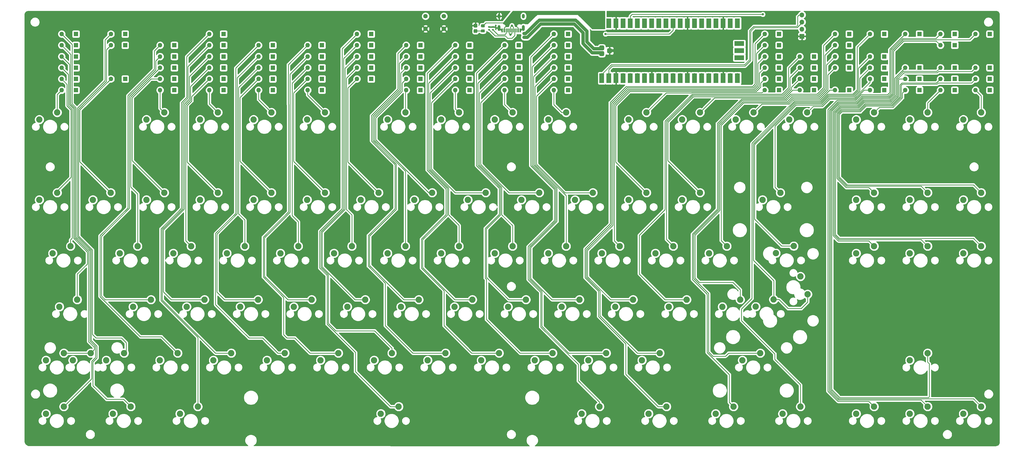
<source format=gbr>
%TF.GenerationSoftware,KiCad,Pcbnew,(5.1.9)-1*%
%TF.CreationDate,2021-04-15T20:32:39+01:00*%
%TF.ProjectId,ENV_KB,454e565f-4b42-42e6-9b69-6361645f7063,Rev.1*%
%TF.SameCoordinates,Original*%
%TF.FileFunction,Copper,L1,Top*%
%TF.FilePolarity,Positive*%
%FSLAX46Y46*%
G04 Gerber Fmt 4.6, Leading zero omitted, Abs format (unit mm)*
G04 Created by KiCad (PCBNEW (5.1.9)-1) date 2021-04-15 20:32:39*
%MOMM*%
%LPD*%
G01*
G04 APERTURE LIST*
%TA.AperFunction,ComponentPad*%
%ADD10C,2.250000*%
%TD*%
%TA.AperFunction,ComponentPad*%
%ADD11O,1.000000X1.600000*%
%TD*%
%TA.AperFunction,ComponentPad*%
%ADD12O,1.000000X2.100000*%
%TD*%
%TA.AperFunction,SMDPad,CuDef*%
%ADD13R,0.300000X1.450000*%
%TD*%
%TA.AperFunction,SMDPad,CuDef*%
%ADD14R,0.600000X1.450000*%
%TD*%
%TA.AperFunction,ComponentPad*%
%ADD15R,1.600000X1.600000*%
%TD*%
%TA.AperFunction,ComponentPad*%
%ADD16O,1.600000X1.600000*%
%TD*%
%TA.AperFunction,ComponentPad*%
%ADD17C,1.600000*%
%TD*%
%TA.AperFunction,ComponentPad*%
%ADD18O,1.700000X1.700000*%
%TD*%
%TA.AperFunction,ComponentPad*%
%ADD19R,1.700000X1.700000*%
%TD*%
%TA.AperFunction,SMDPad,CuDef*%
%ADD20R,1.700000X3.500000*%
%TD*%
%TA.AperFunction,SMDPad,CuDef*%
%ADD21R,3.500000X1.700000*%
%TD*%
%TA.AperFunction,ViaPad*%
%ADD22C,0.800000*%
%TD*%
%TA.AperFunction,ViaPad*%
%ADD23C,1.750000*%
%TD*%
%TA.AperFunction,Conductor*%
%ADD24C,0.250000*%
%TD*%
%TA.AperFunction,Conductor*%
%ADD25C,1.193800*%
%TD*%
%TA.AperFunction,Conductor*%
%ADD26C,1.000000*%
%TD*%
%TA.AperFunction,Conductor*%
%ADD27C,0.500000*%
%TD*%
%TA.AperFunction,Conductor*%
%ADD28C,0.254000*%
%TD*%
%TA.AperFunction,Conductor*%
%ADD29C,0.150000*%
%TD*%
G04 APERTURE END LIST*
D10*
%TO.P,K_63,1*%
%TO.N,col14*%
X411365000Y-200865000D03*
%TO.P,K_63,2*%
%TO.N,Net-(D63-Pad2)*%
X413905000Y-207215000D03*
%TD*%
%TO.P,K_64B1,2*%
%TO.N,Net-(D64-Pad2)*%
X158990000Y-228170000D03*
%TO.P,K_64B1,1*%
%TO.N,col0*%
X152640000Y-230710000D03*
%TD*%
%TO.P,K_63B1,2*%
%TO.N,Net-(D63-Pad2)*%
X401840000Y-209090000D03*
%TO.P,K_63B1,1*%
%TO.N,col14*%
X395490000Y-211630000D03*
%TD*%
%TO.P,K_46,2*%
%TO.N,Net-(D46-Pad2)*%
X408990000Y-190045000D03*
%TO.P,K_46,1*%
%TO.N,col14*%
X402640000Y-192585000D03*
%TD*%
%TO.P,K_33,2*%
%TO.N,Net-(D33-Pad2)*%
X151827500Y-190070000D03*
%TO.P,K_33,1*%
%TO.N,col0*%
X145477500Y-192610000D03*
%TD*%
D11*
%TO.P,J0,S1*%
%TO.N,GND*%
X304205000Y-108150000D03*
X312845000Y-108150000D03*
D12*
X312845000Y-112330000D03*
X304205000Y-112330000D03*
D13*
%TO.P,J0,A6*%
%TO.N,USB2_P*%
X308775000Y-113245000D03*
%TO.P,J0,B5*%
%TO.N,Net-(J0-PadB5)*%
X306775000Y-113245000D03*
%TO.P,J0,A8*%
%TO.N,Net-(J0-PadA8)*%
X307275000Y-113245000D03*
%TO.P,J0,B6*%
%TO.N,USB2_P*%
X307775000Y-113245000D03*
%TO.P,J0,A7*%
%TO.N,USB2_N*%
X308275000Y-113245000D03*
%TO.P,J0,B7*%
X309275000Y-113245000D03*
%TO.P,J0,A5*%
%TO.N,Net-(J0-PadA5)*%
X309775000Y-113245000D03*
%TO.P,J0,B8*%
%TO.N,Net-(J0-PadB8)*%
X310275000Y-113245000D03*
D14*
%TO.P,J0,A12*%
%TO.N,GND*%
X305275000Y-113245000D03*
%TO.P,J0,B4*%
%TO.N,USBVBUS*%
X306075000Y-113245000D03*
%TO.P,J0,A4*%
X310975000Y-113245000D03*
%TO.P,J0,A1*%
%TO.N,GND*%
X311775000Y-113245000D03*
%TO.P,J0,B12*%
X311775000Y-113245000D03*
%TO.P,J0,B9*%
%TO.N,USBVBUS*%
X310975000Y-113245000D03*
%TO.P,J0,A9*%
X306075000Y-113245000D03*
%TO.P,J0,B1*%
%TO.N,GND*%
X305275000Y-113245000D03*
%TD*%
D10*
%TO.P,K_64,2*%
%TO.N,Net-(D64-Pad2)*%
X149446250Y-228170000D03*
%TO.P,K_64,1*%
%TO.N,col0*%
X143096250Y-230710000D03*
%TD*%
%TO.P,K_65,2*%
%TO.N,Net-(D65-Pad2)*%
X170877500Y-228170000D03*
%TO.P,K_65,1*%
%TO.N,col1*%
X164527500Y-230710000D03*
%TD*%
%TO.P,K_76,2*%
%TO.N,Net-(D76-Pad2)*%
X397096250Y-228170000D03*
%TO.P,K_76,1*%
%TO.N,col13*%
X390746250Y-230710000D03*
%TD*%
%TO.P,K_77,2*%
%TO.N,Net-(D77-Pad2)*%
X456627500Y-228170000D03*
%TO.P,K_77,1*%
%TO.N,col16*%
X450277500Y-230710000D03*
%TD*%
%TO.P,K_78,2*%
%TO.N,Net-(D78-Pad2)*%
X149446250Y-247220000D03*
%TO.P,K_78,1*%
%TO.N,col0*%
X143096250Y-249760000D03*
%TD*%
%TO.P,K_81,1*%
%TO.N,col6*%
X262158750Y-249760000D03*
%TO.P,K_81,2*%
%TO.N,Net-(D81-Pad2)*%
X268508750Y-247220000D03*
%TD*%
%TO.P,K_82,2*%
%TO.N,Net-(D82-Pad2)*%
X339946250Y-247220000D03*
%TO.P,K_82,1*%
%TO.N,col10*%
X333596250Y-249760000D03*
%TD*%
%TO.P,K_86,2*%
%TO.N,Net-(D86-Pad2)*%
X437577500Y-247220000D03*
%TO.P,K_86,1*%
%TO.N,col15*%
X431227500Y-249760000D03*
%TD*%
D15*
%TO.P,D63,1*%
%TO.N,row4*%
X441230000Y-122500000D03*
D16*
%TO.P,D63,2*%
%TO.N,Net-(D63-Pad2)*%
X436150000Y-122500000D03*
%TD*%
D17*
%TO.P,SW-RST0,4*%
%TO.N,GND*%
X284550000Y-112650000D03*
%TO.P,SW-RST0,2*%
%TO.N,Resetbtn*%
X284550000Y-108150000D03*
%TO.P,SW-RST0,3*%
%TO.N,GND*%
X278050000Y-112650000D03*
%TO.P,SW-RST0,1*%
%TO.N,Resetbtn*%
X278050000Y-108150000D03*
%TD*%
%TO.P,PowerLED0,1*%
%TO.N,GND*%
%TA.AperFunction,SMDPad,CuDef*%
G36*
G01*
X295430000Y-110855000D02*
X296230000Y-110855000D01*
G75*
G02*
X296480000Y-111105000I0J-250000D01*
G01*
X296480000Y-111930000D01*
G75*
G02*
X296230000Y-112180000I-250000J0D01*
G01*
X295430000Y-112180000D01*
G75*
G02*
X295180000Y-111930000I0J250000D01*
G01*
X295180000Y-111105000D01*
G75*
G02*
X295430000Y-110855000I250000J0D01*
G01*
G37*
%TD.AperFunction*%
%TO.P,PowerLED0,2*%
%TO.N,Net-(PowerLED0-Pad2)*%
%TA.AperFunction,SMDPad,CuDef*%
G36*
G01*
X295430000Y-112780000D02*
X296230000Y-112780000D01*
G75*
G02*
X296480000Y-113030000I0J-250000D01*
G01*
X296480000Y-113855000D01*
G75*
G02*
X296230000Y-114105000I-250000J0D01*
G01*
X295430000Y-114105000D01*
G75*
G02*
X295180000Y-113855000I0J250000D01*
G01*
X295180000Y-113030000D01*
G75*
G02*
X295430000Y-112780000I250000J0D01*
G01*
G37*
%TD.AperFunction*%
%TD*%
D18*
%TO.P,I2CHeader0,4*%
%TO.N,I2CSDA*%
X411900000Y-107680000D03*
%TO.P,I2CHeader0,3*%
%TO.N,I2CSCL*%
X411900000Y-110220000D03*
%TO.P,I2CHeader0,2*%
%TO.N,3.3V*%
X411900000Y-112760000D03*
D19*
%TO.P,I2CHeader0,1*%
%TO.N,GND*%
X411900000Y-115300000D03*
%TD*%
%TO.P,PowerLedResistor0,2*%
%TO.N,Net-(PowerLED0-Pad2)*%
%TA.AperFunction,SMDPad,CuDef*%
G36*
G01*
X297999999Y-112880000D02*
X298900001Y-112880000D01*
G75*
G02*
X299150000Y-113129999I0J-249999D01*
G01*
X299150000Y-113655001D01*
G75*
G02*
X298900001Y-113905000I-249999J0D01*
G01*
X297999999Y-113905000D01*
G75*
G02*
X297750000Y-113655001I0J249999D01*
G01*
X297750000Y-113129999D01*
G75*
G02*
X297999999Y-112880000I249999J0D01*
G01*
G37*
%TD.AperFunction*%
%TO.P,PowerLedResistor0,1*%
%TO.N,USBVBUS*%
%TA.AperFunction,SMDPad,CuDef*%
G36*
G01*
X297999999Y-111055000D02*
X298900001Y-111055000D01*
G75*
G02*
X299150000Y-111304999I0J-249999D01*
G01*
X299150000Y-111830001D01*
G75*
G02*
X298900001Y-112080000I-249999J0D01*
G01*
X297999999Y-112080000D01*
G75*
G02*
X297750000Y-111830001I0J249999D01*
G01*
X297750000Y-111304999D01*
G75*
G02*
X297999999Y-111055000I249999J0D01*
G01*
G37*
%TD.AperFunction*%
%TD*%
D16*
%TO.P,D10,2*%
%TO.N,Net-(D10-Pad2)*%
X411100000Y-134500000D03*
D15*
%TO.P,D10,1*%
%TO.N,row0*%
X416180000Y-134500000D03*
%TD*%
D16*
%TO.P,D11,2*%
%TO.N,Net-(D11-Pad2)*%
X423650000Y-134500000D03*
D15*
%TO.P,D11,1*%
%TO.N,row0*%
X428730000Y-134500000D03*
%TD*%
%TO.P,RPI0,TP2*%
%TO.N,USB2_N*%
%TA.AperFunction,ConnectorPad*%
G36*
G01*
X341162500Y-120309000D02*
X340287500Y-120309000D01*
G75*
G02*
X339850000Y-119871500I0J437500D01*
G01*
X339850000Y-118996500D01*
G75*
G02*
X340287500Y-118559000I437500J0D01*
G01*
X341162500Y-118559000D01*
G75*
G02*
X341600000Y-118996500I0J-437500D01*
G01*
X341600000Y-119871500D01*
G75*
G02*
X341162500Y-120309000I-437500J0D01*
G01*
G37*
%TD.AperFunction*%
%TO.P,RPI0,TP3*%
%TO.N,USB2_P*%
%TA.AperFunction,ConnectorPad*%
G36*
G01*
X341162500Y-122341000D02*
X340287500Y-122341000D01*
G75*
G02*
X339850000Y-121903500I0J437500D01*
G01*
X339850000Y-121028500D01*
G75*
G02*
X340287500Y-120591000I437500J0D01*
G01*
X341162500Y-120591000D01*
G75*
G02*
X341600000Y-121028500I0J-437500D01*
G01*
X341600000Y-121903500D01*
G75*
G02*
X341162500Y-122341000I-437500J0D01*
G01*
G37*
%TD.AperFunction*%
%TO.P,RPI0,TP1*%
%TO.N,GND*%
%TA.AperFunction,ConnectorPad*%
G36*
G01*
X343937500Y-121325000D02*
X343062500Y-121325000D01*
G75*
G02*
X342625000Y-120887500I0J437500D01*
G01*
X342625000Y-120012500D01*
G75*
G02*
X343062500Y-119575000I437500J0D01*
G01*
X343937500Y-119575000D01*
G75*
G02*
X344375000Y-120012500I0J-437500D01*
G01*
X344375000Y-120887500D01*
G75*
G02*
X343937500Y-121325000I-437500J0D01*
G01*
G37*
%TD.AperFunction*%
D18*
%TO.P,RPI0,1*%
%TO.N,I2CSDA*%
X340720000Y-129340000D03*
%TO.P,RPI0,2*%
%TO.N,I2CSCL*%
X343260000Y-129340000D03*
D19*
%TO.P,RPI0,3*%
%TO.N,GND*%
X345800000Y-129340000D03*
D18*
%TO.P,RPI0,4*%
%TO.N,col0*%
X348340000Y-129340000D03*
%TO.P,RPI0,5*%
%TO.N,col1*%
X350880000Y-129340000D03*
%TO.P,RPI0,6*%
%TO.N,col2*%
X353420000Y-129340000D03*
%TO.P,RPI0,7*%
%TO.N,col3*%
X355960000Y-129340000D03*
D19*
%TO.P,RPI0,8*%
%TO.N,GND*%
X358500000Y-129340000D03*
D18*
%TO.P,RPI0,9*%
%TO.N,col4*%
X361040000Y-129340000D03*
%TO.P,RPI0,10*%
%TO.N,col5*%
X363580000Y-129340000D03*
%TO.P,RPI0,11*%
%TO.N,col6*%
X366120000Y-129340000D03*
%TO.P,RPI0,12*%
%TO.N,col7*%
X368660000Y-129340000D03*
D19*
%TO.P,RPI0,13*%
%TO.N,GND*%
X371200000Y-129340000D03*
D18*
%TO.P,RPI0,14*%
%TO.N,col8*%
X373740000Y-129340000D03*
%TO.P,RPI0,15*%
%TO.N,col9*%
X376280000Y-129340000D03*
%TO.P,RPI0,16*%
%TO.N,col10*%
X378820000Y-129340000D03*
%TO.P,RPI0,17*%
%TO.N,col11*%
X381360000Y-129340000D03*
D19*
%TO.P,RPI0,18*%
%TO.N,GND*%
X383900000Y-129340000D03*
D18*
%TO.P,RPI0,19*%
%TO.N,col12*%
X386440000Y-129340000D03*
%TO.P,RPI0,20*%
%TO.N,col13*%
X388980000Y-129340000D03*
%TO.P,RPI0,21*%
%TO.N,col17*%
X388980000Y-111560000D03*
%TO.P,RPI0,22*%
%TO.N,col16*%
X386440000Y-111560000D03*
D19*
%TO.P,RPI0,23*%
%TO.N,GND*%
X383900000Y-111560000D03*
D18*
%TO.P,RPI0,24*%
%TO.N,col15*%
X381360000Y-111560000D03*
%TO.P,RPI0,25*%
%TO.N,col14*%
X378820000Y-111560000D03*
%TO.P,RPI0,26*%
%TO.N,row0*%
X376280000Y-111560000D03*
%TO.P,RPI0,27*%
%TO.N,row2*%
X373740000Y-111560000D03*
D19*
%TO.P,RPI0,28*%
%TO.N,GND*%
X371200000Y-111560000D03*
D18*
%TO.P,RPI0,29*%
%TO.N,row3*%
X368660000Y-111560000D03*
%TO.P,RPI0,30*%
%TO.N,Resetbtn*%
X366120000Y-111560000D03*
%TO.P,RPI0,31*%
%TO.N,row4*%
X363580000Y-111560000D03*
%TO.P,RPI0,32*%
%TO.N,row5*%
X361040000Y-111560000D03*
D19*
%TO.P,RPI0,33*%
%TO.N,Net-(RPI0-Pad33)*%
X358500000Y-111560000D03*
D18*
%TO.P,RPI0,34*%
%TO.N,row6*%
X355960000Y-111560000D03*
%TO.P,RPI0,35*%
%TO.N,Net-(RPI0-Pad35)*%
X353420000Y-111560000D03*
%TO.P,RPI0,36*%
%TO.N,3.3V*%
X350880000Y-111560000D03*
%TO.P,RPI0,37*%
%TO.N,Net-(RPI0-Pad37)*%
X348340000Y-111560000D03*
D19*
%TO.P,RPI0,38*%
%TO.N,GND*%
X345800000Y-111560000D03*
D18*
%TO.P,RPI0,39*%
%TO.N,Net-(RPI0-Pad39)*%
X343260000Y-111560000D03*
%TO.P,RPI0,40*%
%TO.N,USBVBUS*%
X340720000Y-111560000D03*
D20*
%TO.P,RPI0,1*%
%TO.N,I2CSDA*%
X340720000Y-130240000D03*
%TO.P,RPI0,2*%
%TO.N,I2CSCL*%
X343260000Y-130240000D03*
%TO.P,RPI0,3*%
%TO.N,GND*%
X345800000Y-130240000D03*
%TO.P,RPI0,4*%
%TO.N,col0*%
X348340000Y-130240000D03*
%TO.P,RPI0,5*%
%TO.N,col1*%
X350880000Y-130240000D03*
%TO.P,RPI0,6*%
%TO.N,col2*%
X353420000Y-130240000D03*
%TO.P,RPI0,7*%
%TO.N,col3*%
X355960000Y-130240000D03*
%TO.P,RPI0,8*%
%TO.N,GND*%
X358500000Y-130240000D03*
%TO.P,RPI0,9*%
%TO.N,col4*%
X361040000Y-130240000D03*
%TO.P,RPI0,10*%
%TO.N,col5*%
X363580000Y-130240000D03*
%TO.P,RPI0,11*%
%TO.N,col6*%
X366120000Y-130240000D03*
%TO.P,RPI0,12*%
%TO.N,col7*%
X368660000Y-130240000D03*
%TO.P,RPI0,13*%
%TO.N,GND*%
X371200000Y-130240000D03*
%TO.P,RPI0,14*%
%TO.N,col8*%
X373740000Y-130240000D03*
%TO.P,RPI0,15*%
%TO.N,col9*%
X376280000Y-130240000D03*
%TO.P,RPI0,16*%
%TO.N,col10*%
X378820000Y-130240000D03*
%TO.P,RPI0,17*%
%TO.N,col11*%
X381360000Y-130240000D03*
%TO.P,RPI0,18*%
%TO.N,GND*%
X383900000Y-130240000D03*
%TO.P,RPI0,19*%
%TO.N,col12*%
X386440000Y-130240000D03*
%TO.P,RPI0,20*%
%TO.N,col13*%
X388980000Y-130240000D03*
%TO.P,RPI0,40*%
%TO.N,USBVBUS*%
X340720000Y-110660000D03*
%TO.P,RPI0,39*%
%TO.N,Net-(RPI0-Pad39)*%
X343260000Y-110660000D03*
%TO.P,RPI0,38*%
%TO.N,GND*%
X345800000Y-110660000D03*
%TO.P,RPI0,37*%
%TO.N,Net-(RPI0-Pad37)*%
X348340000Y-110660000D03*
%TO.P,RPI0,36*%
%TO.N,3.3V*%
X350880000Y-110660000D03*
%TO.P,RPI0,35*%
%TO.N,Net-(RPI0-Pad35)*%
X353420000Y-110660000D03*
%TO.P,RPI0,34*%
%TO.N,row6*%
X355960000Y-110660000D03*
%TO.P,RPI0,33*%
%TO.N,Net-(RPI0-Pad33)*%
X358500000Y-110660000D03*
%TO.P,RPI0,32*%
%TO.N,row5*%
X361040000Y-110660000D03*
%TO.P,RPI0,31*%
%TO.N,row4*%
X363580000Y-110660000D03*
%TO.P,RPI0,30*%
%TO.N,Resetbtn*%
X366120000Y-110660000D03*
%TO.P,RPI0,29*%
%TO.N,row3*%
X368660000Y-110660000D03*
%TO.P,RPI0,28*%
%TO.N,GND*%
X371200000Y-110660000D03*
%TO.P,RPI0,27*%
%TO.N,row2*%
X373740000Y-110660000D03*
%TO.P,RPI0,26*%
%TO.N,row0*%
X376280000Y-110660000D03*
%TO.P,RPI0,25*%
%TO.N,col14*%
X378820000Y-110660000D03*
%TO.P,RPI0,24*%
%TO.N,col15*%
X381360000Y-110660000D03*
%TO.P,RPI0,23*%
%TO.N,GND*%
X383900000Y-110660000D03*
%TO.P,RPI0,22*%
%TO.N,col16*%
X386440000Y-110660000D03*
%TO.P,RPI0,21*%
%TO.N,col17*%
X388980000Y-110660000D03*
D21*
%TO.P,RPI0,41*%
%TO.N,Net-(RPI0-Pad41)*%
X389650000Y-122990000D03*
D18*
X388750000Y-122990000D03*
D21*
%TO.P,RPI0,42*%
%TO.N,Net-(RPI0-Pad42)*%
X389650000Y-120450000D03*
D19*
X388750000Y-120450000D03*
D21*
%TO.P,RPI0,43*%
%TO.N,Net-(RPI0-Pad43)*%
X389650000Y-117910000D03*
D18*
X388750000Y-117910000D03*
%TD*%
%TO.P,RESISTOR0,2*%
%TO.N,Net-(J0-PadA5)*%
%TA.AperFunction,SMDPad,CuDef*%
G36*
G01*
X300465000Y-112720000D02*
X300835000Y-112720000D01*
G75*
G02*
X300970000Y-112855000I0J-135000D01*
G01*
X300970000Y-113125000D01*
G75*
G02*
X300835000Y-113260000I-135000J0D01*
G01*
X300465000Y-113260000D01*
G75*
G02*
X300330000Y-113125000I0J135000D01*
G01*
X300330000Y-112855000D01*
G75*
G02*
X300465000Y-112720000I135000J0D01*
G01*
G37*
%TD.AperFunction*%
%TO.P,RESISTOR0,1*%
%TO.N,GND*%
%TA.AperFunction,SMDPad,CuDef*%
G36*
G01*
X300465000Y-111700000D02*
X300835000Y-111700000D01*
G75*
G02*
X300970000Y-111835000I0J-135000D01*
G01*
X300970000Y-112105000D01*
G75*
G02*
X300835000Y-112240000I-135000J0D01*
G01*
X300465000Y-112240000D01*
G75*
G02*
X300330000Y-112105000I0J135000D01*
G01*
X300330000Y-111835000D01*
G75*
G02*
X300465000Y-111700000I135000J0D01*
G01*
G37*
%TD.AperFunction*%
%TD*%
%TO.P,RESISTOR1,1*%
%TO.N,GND*%
%TA.AperFunction,SMDPad,CuDef*%
G36*
G01*
X301825000Y-111700000D02*
X302195000Y-111700000D01*
G75*
G02*
X302330000Y-111835000I0J-135000D01*
G01*
X302330000Y-112105000D01*
G75*
G02*
X302195000Y-112240000I-135000J0D01*
G01*
X301825000Y-112240000D01*
G75*
G02*
X301690000Y-112105000I0J135000D01*
G01*
X301690000Y-111835000D01*
G75*
G02*
X301825000Y-111700000I135000J0D01*
G01*
G37*
%TD.AperFunction*%
%TO.P,RESISTOR1,2*%
%TO.N,Net-(J0-PadB5)*%
%TA.AperFunction,SMDPad,CuDef*%
G36*
G01*
X301825000Y-112720000D02*
X302195000Y-112720000D01*
G75*
G02*
X302330000Y-112855000I0J-135000D01*
G01*
X302330000Y-113125000D01*
G75*
G02*
X302195000Y-113260000I-135000J0D01*
G01*
X301825000Y-113260000D01*
G75*
G02*
X301690000Y-113125000I0J135000D01*
G01*
X301690000Y-112855000D01*
G75*
G02*
X301825000Y-112720000I135000J0D01*
G01*
G37*
%TD.AperFunction*%
%TD*%
D10*
%TO.P,K_29,2*%
%TO.N,Net-(D29-Pad2)*%
X404240000Y-171020000D03*
%TO.P,K_29,1*%
%TO.N,col14*%
X397890000Y-173560000D03*
%TD*%
%TO.P,K_50,2*%
%TO.N,Net-(D50-Pad2)*%
X154208750Y-209120000D03*
%TO.P,K_50,1*%
%TO.N,col0*%
X147858750Y-211660000D03*
%TD*%
%TO.P,K_79,2*%
%TO.N,Net-(D79-Pad2)*%
X173258750Y-247220000D03*
%TO.P,K_79,1*%
%TO.N,col1*%
X166908750Y-249760000D03*
%TD*%
%TO.P,K_80,2*%
%TO.N,Net-(D80-Pad2)*%
X197071250Y-247220000D03*
%TO.P,K_80,1*%
%TO.N,col3*%
X190721250Y-249760000D03*
%TD*%
%TO.P,K_83,2*%
%TO.N,Net-(D83-Pad2)*%
X363758750Y-247220000D03*
%TO.P,K_83,1*%
%TO.N,col11*%
X357408750Y-249760000D03*
%TD*%
%TO.P,K_84,2*%
%TO.N,Net-(D84-Pad2)*%
X387571250Y-247220000D03*
%TO.P,K_84,1*%
%TO.N,col13*%
X381221250Y-249760000D03*
%TD*%
%TO.P,K_85,2*%
%TO.N,Net-(D85-Pad2)*%
X411383750Y-247220000D03*
%TO.P,K_85,1*%
%TO.N,col14*%
X405033750Y-249760000D03*
%TD*%
%TO.P,K_0,2*%
%TO.N,Net-(D0-Pad2)*%
X147065000Y-142445000D03*
%TO.P,K_0,1*%
%TO.N,col0*%
X140715000Y-144985000D03*
%TD*%
%TO.P,K_1,2*%
%TO.N,Net-(D1-Pad2)*%
X185165000Y-142445000D03*
%TO.P,K_1,1*%
%TO.N,col2*%
X178815000Y-144985000D03*
%TD*%
%TO.P,K_2,2*%
%TO.N,Net-(D2-Pad2)*%
X204215000Y-142445000D03*
%TO.P,K_2,1*%
%TO.N,col3*%
X197865000Y-144985000D03*
%TD*%
%TO.P,K_3,2*%
%TO.N,Net-(D3-Pad2)*%
X223265000Y-142445000D03*
%TO.P,K_3,1*%
%TO.N,col4*%
X216915000Y-144985000D03*
%TD*%
%TO.P,K_5,2*%
%TO.N,Net-(D5-Pad2)*%
X270890000Y-142445000D03*
%TO.P,K_5,1*%
%TO.N,col7*%
X264540000Y-144985000D03*
%TD*%
%TO.P,K_7,2*%
%TO.N,Net-(D7-Pad2)*%
X308990000Y-142445000D03*
%TO.P,K_7,1*%
%TO.N,col9*%
X302640000Y-144985000D03*
%TD*%
%TO.P,K_9,2*%
%TO.N,Net-(D9-Pad2)*%
X356615000Y-142445000D03*
%TO.P,K_9,1*%
%TO.N,col11*%
X350265000Y-144985000D03*
%TD*%
%TO.P,K_10,2*%
%TO.N,Net-(D10-Pad2)*%
X375665000Y-142445000D03*
%TO.P,K_10,1*%
%TO.N,col12*%
X369315000Y-144985000D03*
%TD*%
%TO.P,K_11,2*%
%TO.N,Net-(D11-Pad2)*%
X394715000Y-142445000D03*
%TO.P,K_11,1*%
%TO.N,col13*%
X388365000Y-144985000D03*
%TD*%
%TO.P,K_12,2*%
%TO.N,Net-(D12-Pad2)*%
X413765000Y-142445000D03*
%TO.P,K_12,1*%
%TO.N,col14*%
X407415000Y-144985000D03*
%TD*%
%TO.P,K_13,2*%
%TO.N,Net-(D13-Pad2)*%
X437577500Y-142445000D03*
%TO.P,K_13,1*%
%TO.N,col15*%
X431227500Y-144985000D03*
%TD*%
%TO.P,K_14,2*%
%TO.N,Net-(D14-Pad2)*%
X456627500Y-142445000D03*
%TO.P,K_14,1*%
%TO.N,col16*%
X450277500Y-144985000D03*
%TD*%
%TO.P,K_15,2*%
%TO.N,Net-(D15-Pad2)*%
X475677500Y-142445000D03*
%TO.P,K_15,1*%
%TO.N,col17*%
X469327500Y-144985000D03*
%TD*%
%TO.P,K_16,2*%
%TO.N,Net-(D16-Pad2)*%
X147065000Y-171020000D03*
%TO.P,K_16,1*%
%TO.N,col0*%
X140715000Y-173560000D03*
%TD*%
%TO.P,K_17,2*%
%TO.N,Net-(D17-Pad2)*%
X166115000Y-171020000D03*
%TO.P,K_17,1*%
%TO.N,col1*%
X159765000Y-173560000D03*
%TD*%
%TO.P,K_19,2*%
%TO.N,Net-(D19-Pad2)*%
X204215000Y-171020000D03*
%TO.P,K_19,1*%
%TO.N,col3*%
X197865000Y-173560000D03*
%TD*%
%TO.P,K_20,2*%
%TO.N,Net-(D20-Pad2)*%
X223265000Y-171020000D03*
%TO.P,K_20,1*%
%TO.N,col4*%
X216915000Y-173560000D03*
%TD*%
%TO.P,K_21,2*%
%TO.N,Net-(D21-Pad2)*%
X242315000Y-171020000D03*
%TO.P,K_21,1*%
%TO.N,col5*%
X235965000Y-173560000D03*
%TD*%
%TO.P,K_22,2*%
%TO.N,Net-(D22-Pad2)*%
X261365000Y-171020000D03*
%TO.P,K_22,1*%
%TO.N,col6*%
X255015000Y-173560000D03*
%TD*%
%TO.P,K_23,2*%
%TO.N,Net-(D23-Pad2)*%
X280415000Y-171020000D03*
%TO.P,K_23,1*%
%TO.N,col7*%
X274065000Y-173560000D03*
%TD*%
%TO.P,K_24,2*%
%TO.N,Net-(D24-Pad2)*%
X299465000Y-171020000D03*
%TO.P,K_24,1*%
%TO.N,col8*%
X293115000Y-173560000D03*
%TD*%
%TO.P,K_25,2*%
%TO.N,Net-(D25-Pad2)*%
X318515000Y-171020000D03*
%TO.P,K_25,1*%
%TO.N,col9*%
X312165000Y-173560000D03*
%TD*%
%TO.P,K_26,2*%
%TO.N,Net-(D26-Pad2)*%
X337565000Y-171020000D03*
%TO.P,K_26,1*%
%TO.N,col10*%
X331215000Y-173560000D03*
%TD*%
%TO.P,K_27,2*%
%TO.N,Net-(D27-Pad2)*%
X356615000Y-171020000D03*
%TO.P,K_27,1*%
%TO.N,col11*%
X350265000Y-173560000D03*
%TD*%
%TO.P,K_28,2*%
%TO.N,Net-(D28-Pad2)*%
X375665000Y-171020000D03*
%TO.P,K_28,1*%
%TO.N,col12*%
X369315000Y-173560000D03*
%TD*%
%TO.P,K_30,2*%
%TO.N,Net-(D30-Pad2)*%
X437577500Y-171020000D03*
%TO.P,K_30,1*%
%TO.N,col15*%
X431227500Y-173560000D03*
%TD*%
%TO.P,K_31,2*%
%TO.N,Net-(D31-Pad2)*%
X456627500Y-171020000D03*
%TO.P,K_31,1*%
%TO.N,col16*%
X450277500Y-173560000D03*
%TD*%
%TO.P,K_32,2*%
%TO.N,Net-(D32-Pad2)*%
X475677500Y-171020000D03*
%TO.P,K_32,1*%
%TO.N,col17*%
X469327500Y-173560000D03*
%TD*%
%TO.P,K_34,2*%
%TO.N,Net-(D34-Pad2)*%
X175640000Y-190070000D03*
%TO.P,K_34,1*%
%TO.N,col2*%
X169290000Y-192610000D03*
%TD*%
%TO.P,K_35,2*%
%TO.N,Net-(D35-Pad2)*%
X194690000Y-190070000D03*
%TO.P,K_35,1*%
%TO.N,col3*%
X188340000Y-192610000D03*
%TD*%
%TO.P,K_36,2*%
%TO.N,Net-(D36-Pad2)*%
X213740000Y-190070000D03*
%TO.P,K_36,1*%
%TO.N,col4*%
X207390000Y-192610000D03*
%TD*%
%TO.P,K_37,2*%
%TO.N,Net-(D37-Pad2)*%
X232790000Y-190070000D03*
%TO.P,K_37,1*%
%TO.N,col5*%
X226440000Y-192610000D03*
%TD*%
%TO.P,K_38,2*%
%TO.N,Net-(D38-Pad2)*%
X251840000Y-190070000D03*
%TO.P,K_38,1*%
%TO.N,col6*%
X245490000Y-192610000D03*
%TD*%
%TO.P,K_39,2*%
%TO.N,Net-(D39-Pad2)*%
X270890000Y-190070000D03*
%TO.P,K_39,1*%
%TO.N,col7*%
X264540000Y-192610000D03*
%TD*%
%TO.P,K_40,2*%
%TO.N,Net-(D40-Pad2)*%
X289940000Y-190070000D03*
%TO.P,K_40,1*%
%TO.N,col8*%
X283590000Y-192610000D03*
%TD*%
%TO.P,K_41,2*%
%TO.N,Net-(D41-Pad2)*%
X308990000Y-190070000D03*
%TO.P,K_41,1*%
%TO.N,col9*%
X302640000Y-192610000D03*
%TD*%
%TO.P,K_42,2*%
%TO.N,Net-(D42-Pad2)*%
X328040000Y-190070000D03*
%TO.P,K_42,1*%
%TO.N,col10*%
X321690000Y-192610000D03*
%TD*%
%TO.P,K_43,2*%
%TO.N,Net-(D43-Pad2)*%
X347090000Y-190070000D03*
%TO.P,K_43,1*%
%TO.N,col11*%
X340740000Y-192610000D03*
%TD*%
%TO.P,K_44,2*%
%TO.N,Net-(D44-Pad2)*%
X366140000Y-190070000D03*
%TO.P,K_44,1*%
%TO.N,col12*%
X359790000Y-192610000D03*
%TD*%
%TO.P,K_45,2*%
%TO.N,Net-(D45-Pad2)*%
X385190000Y-190070000D03*
%TO.P,K_45,1*%
%TO.N,col13*%
X378840000Y-192610000D03*
%TD*%
%TO.P,K_47,2*%
%TO.N,Net-(D47-Pad2)*%
X437577500Y-190070000D03*
%TO.P,K_47,1*%
%TO.N,col15*%
X431227500Y-192610000D03*
%TD*%
%TO.P,K_48,2*%
%TO.N,Net-(D48-Pad2)*%
X456627500Y-190070000D03*
%TO.P,K_48,1*%
%TO.N,col16*%
X450277500Y-192610000D03*
%TD*%
%TO.P,K_49,2*%
%TO.N,Net-(D49-Pad2)*%
X475677500Y-190070000D03*
%TO.P,K_49,1*%
%TO.N,col17*%
X469327500Y-192610000D03*
%TD*%
%TO.P,K_51,2*%
%TO.N,Net-(D51-Pad2)*%
X180402500Y-209120000D03*
%TO.P,K_51,1*%
%TO.N,col2*%
X174052500Y-211660000D03*
%TD*%
%TO.P,K_52,2*%
%TO.N,Net-(D52-Pad2)*%
X199452500Y-209120000D03*
%TO.P,K_52,1*%
%TO.N,col3*%
X193102500Y-211660000D03*
%TD*%
%TO.P,K_53,2*%
%TO.N,Net-(D53-Pad2)*%
X218502500Y-209120000D03*
%TO.P,K_53,1*%
%TO.N,col4*%
X212152500Y-211660000D03*
%TD*%
%TO.P,K_54,2*%
%TO.N,Net-(D54-Pad2)*%
X237552500Y-209120000D03*
%TO.P,K_54,1*%
%TO.N,col5*%
X231202500Y-211660000D03*
%TD*%
%TO.P,K_55,2*%
%TO.N,Net-(D55-Pad2)*%
X256602500Y-209120000D03*
%TO.P,K_55,1*%
%TO.N,col6*%
X250252500Y-211660000D03*
%TD*%
%TO.P,K_56,2*%
%TO.N,Net-(D56-Pad2)*%
X275652500Y-209120000D03*
%TO.P,K_56,1*%
%TO.N,col7*%
X269302500Y-211660000D03*
%TD*%
%TO.P,K_57,2*%
%TO.N,Net-(D57-Pad2)*%
X294702500Y-209120000D03*
%TO.P,K_57,1*%
%TO.N,col8*%
X288352500Y-211660000D03*
%TD*%
%TO.P,K_58,2*%
%TO.N,Net-(D58-Pad2)*%
X313752500Y-209120000D03*
%TO.P,K_58,1*%
%TO.N,col9*%
X307402500Y-211660000D03*
%TD*%
%TO.P,K_59,2*%
%TO.N,Net-(D59-Pad2)*%
X332802500Y-209120000D03*
%TO.P,K_59,1*%
%TO.N,col10*%
X326452500Y-211660000D03*
%TD*%
%TO.P,K_60,2*%
%TO.N,Net-(D60-Pad2)*%
X351852500Y-209120000D03*
%TO.P,K_60,1*%
%TO.N,col11*%
X345502500Y-211660000D03*
%TD*%
%TO.P,K_61,2*%
%TO.N,Net-(D61-Pad2)*%
X370902500Y-209120000D03*
%TO.P,K_61,1*%
%TO.N,col12*%
X364552500Y-211660000D03*
%TD*%
%TO.P,K_62,2*%
%TO.N,Net-(D62-Pad2)*%
X389952500Y-209120000D03*
%TO.P,K_62,1*%
%TO.N,col13*%
X383602500Y-211660000D03*
%TD*%
%TO.P,K_66,2*%
%TO.N,Net-(D66-Pad2)*%
X189927500Y-228170000D03*
%TO.P,K_66,1*%
%TO.N,col2*%
X183577500Y-230710000D03*
%TD*%
%TO.P,K_67,2*%
%TO.N,Net-(D67-Pad2)*%
X208977500Y-228170000D03*
%TO.P,K_67,1*%
%TO.N,col3*%
X202627500Y-230710000D03*
%TD*%
%TO.P,K_68,2*%
%TO.N,Net-(D68-Pad2)*%
X228027500Y-228170000D03*
%TO.P,K_68,1*%
%TO.N,col4*%
X221677500Y-230710000D03*
%TD*%
%TO.P,K_69,2*%
%TO.N,Net-(D69-Pad2)*%
X247077500Y-228170000D03*
%TO.P,K_69,1*%
%TO.N,col5*%
X240727500Y-230710000D03*
%TD*%
%TO.P,K_70,2*%
%TO.N,Net-(D70-Pad2)*%
X266127500Y-228170000D03*
%TO.P,K_70,1*%
%TO.N,col6*%
X259777500Y-230710000D03*
%TD*%
%TO.P,K_71,2*%
%TO.N,Net-(D71-Pad2)*%
X285177500Y-228170000D03*
%TO.P,K_71,1*%
%TO.N,col7*%
X278827500Y-230710000D03*
%TD*%
%TO.P,K_72,2*%
%TO.N,Net-(D72-Pad2)*%
X304227500Y-228170000D03*
%TO.P,K_72,1*%
%TO.N,col8*%
X297877500Y-230710000D03*
%TD*%
%TO.P,K_73,2*%
%TO.N,Net-(D73-Pad2)*%
X323277500Y-228170000D03*
%TO.P,K_73,1*%
%TO.N,col9*%
X316927500Y-230710000D03*
%TD*%
%TO.P,K_74,2*%
%TO.N,Net-(D74-Pad2)*%
X342327500Y-228170000D03*
%TO.P,K_74,1*%
%TO.N,col10*%
X335977500Y-230710000D03*
%TD*%
%TO.P,K_75,2*%
%TO.N,Net-(D75-Pad2)*%
X361377500Y-228170000D03*
%TO.P,K_75,1*%
%TO.N,col11*%
X355027500Y-230710000D03*
%TD*%
%TO.P,K_87,2*%
%TO.N,Net-(D87-Pad2)*%
X456627500Y-247220000D03*
%TO.P,K_87,1*%
%TO.N,col16*%
X450277500Y-249760000D03*
%TD*%
%TO.P,K_88,2*%
%TO.N,Net-(D88-Pad2)*%
X475677500Y-247220000D03*
%TO.P,K_88,1*%
%TO.N,col17*%
X469327500Y-249760000D03*
%TD*%
%TO.P,K_18,2*%
%TO.N,Net-(D18-Pad2)*%
X185165000Y-171020000D03*
%TO.P,K_18,1*%
%TO.N,col2*%
X178815000Y-173560000D03*
%TD*%
%TO.P,K_4,2*%
%TO.N,Net-(D4-Pad2)*%
X242315000Y-142445000D03*
%TO.P,K_4,1*%
%TO.N,col5*%
X235965000Y-144985000D03*
%TD*%
%TO.P,K_6,2*%
%TO.N,Net-(D6-Pad2)*%
X289940000Y-142445000D03*
%TO.P,K_6,1*%
%TO.N,col8*%
X283590000Y-144985000D03*
%TD*%
%TO.P,K_8,2*%
%TO.N,Net-(D8-Pad2)*%
X328040000Y-142445000D03*
%TO.P,K_8,1*%
%TO.N,col10*%
X321690000Y-144985000D03*
%TD*%
D16*
%TO.P,D0,2*%
%TO.N,Net-(D0-Pad2)*%
X148650000Y-134500000D03*
D15*
%TO.P,D0,1*%
%TO.N,row0*%
X153730000Y-134500000D03*
%TD*%
D16*
%TO.P,D1,2*%
%TO.N,Net-(D1-Pad2)*%
X183650000Y-134500000D03*
D15*
%TO.P,D1,1*%
%TO.N,row0*%
X188730000Y-134500000D03*
%TD*%
D16*
%TO.P,D2,2*%
%TO.N,Net-(D2-Pad2)*%
X201150000Y-134500000D03*
D15*
%TO.P,D2,1*%
%TO.N,row0*%
X206230000Y-134500000D03*
%TD*%
D16*
%TO.P,D3,2*%
%TO.N,Net-(D3-Pad2)*%
X218650000Y-134500000D03*
D15*
%TO.P,D3,1*%
%TO.N,row0*%
X223730000Y-134500000D03*
%TD*%
D16*
%TO.P,D4,2*%
%TO.N,Net-(D4-Pad2)*%
X236150000Y-134500000D03*
D15*
%TO.P,D4,1*%
%TO.N,row0*%
X241230000Y-134500000D03*
%TD*%
D16*
%TO.P,D5,2*%
%TO.N,Net-(D5-Pad2)*%
X271150000Y-134500000D03*
D15*
%TO.P,D5,1*%
%TO.N,row0*%
X276230000Y-134500000D03*
%TD*%
D16*
%TO.P,D6,2*%
%TO.N,Net-(D6-Pad2)*%
X288650000Y-134500000D03*
D15*
%TO.P,D6,1*%
%TO.N,row0*%
X293730000Y-134500000D03*
%TD*%
D16*
%TO.P,D9,2*%
%TO.N,Net-(D9-Pad2)*%
X398650000Y-134500000D03*
D15*
%TO.P,D9,1*%
%TO.N,row0*%
X403730000Y-134500000D03*
%TD*%
D16*
%TO.P,D12,2*%
%TO.N,Net-(D12-Pad2)*%
X436150000Y-134500000D03*
D15*
%TO.P,D12,1*%
%TO.N,row0*%
X441230000Y-134500000D03*
%TD*%
D16*
%TO.P,D13,2*%
%TO.N,Net-(D13-Pad2)*%
X448650000Y-134500000D03*
D15*
%TO.P,D13,1*%
%TO.N,row0*%
X453730000Y-134500000D03*
%TD*%
D16*
%TO.P,D14,2*%
%TO.N,Net-(D14-Pad2)*%
X461150000Y-134500000D03*
D15*
%TO.P,D14,1*%
%TO.N,row0*%
X466230000Y-134500000D03*
%TD*%
D16*
%TO.P,D15,2*%
%TO.N,Net-(D15-Pad2)*%
X473650000Y-134500000D03*
D15*
%TO.P,D15,1*%
%TO.N,row0*%
X478730000Y-134500000D03*
%TD*%
D16*
%TO.P,D16,2*%
%TO.N,Net-(D16-Pad2)*%
X148650000Y-130500000D03*
D15*
%TO.P,D16,1*%
%TO.N,row2*%
X153730000Y-130500000D03*
%TD*%
D16*
%TO.P,D17,2*%
%TO.N,Net-(D17-Pad2)*%
X166150000Y-130500000D03*
D15*
%TO.P,D17,1*%
%TO.N,row2*%
X171230000Y-130500000D03*
%TD*%
D16*
%TO.P,D18,2*%
%TO.N,Net-(D18-Pad2)*%
X183650000Y-130500000D03*
D15*
%TO.P,D18,1*%
%TO.N,row2*%
X188730000Y-130500000D03*
%TD*%
D16*
%TO.P,D19,2*%
%TO.N,Net-(D19-Pad2)*%
X201150000Y-130500000D03*
D15*
%TO.P,D19,1*%
%TO.N,row2*%
X206230000Y-130500000D03*
%TD*%
D16*
%TO.P,D20,2*%
%TO.N,Net-(D20-Pad2)*%
X218650000Y-130500000D03*
D15*
%TO.P,D20,1*%
%TO.N,row2*%
X223730000Y-130500000D03*
%TD*%
D16*
%TO.P,D21,2*%
%TO.N,Net-(D21-Pad2)*%
X236150000Y-130500000D03*
D15*
%TO.P,D21,1*%
%TO.N,row2*%
X241230000Y-130500000D03*
%TD*%
D16*
%TO.P,D22,2*%
%TO.N,Net-(D22-Pad2)*%
X253650000Y-130500000D03*
D15*
%TO.P,D22,1*%
%TO.N,row2*%
X258730000Y-130500000D03*
%TD*%
D16*
%TO.P,D23,2*%
%TO.N,Net-(D23-Pad2)*%
X271150000Y-130500000D03*
D15*
%TO.P,D23,1*%
%TO.N,row2*%
X276230000Y-130500000D03*
%TD*%
D16*
%TO.P,D24,2*%
%TO.N,Net-(D24-Pad2)*%
X288650000Y-130500000D03*
D15*
%TO.P,D24,1*%
%TO.N,row2*%
X293730000Y-130500000D03*
%TD*%
D16*
%TO.P,D25,2*%
%TO.N,Net-(D25-Pad2)*%
X306150000Y-130500000D03*
D15*
%TO.P,D25,1*%
%TO.N,row2*%
X311230000Y-130500000D03*
%TD*%
D16*
%TO.P,D26,2*%
%TO.N,Net-(D26-Pad2)*%
X323650000Y-130500000D03*
D15*
%TO.P,D26,1*%
%TO.N,row2*%
X328730000Y-130500000D03*
%TD*%
D16*
%TO.P,D27,2*%
%TO.N,Net-(D27-Pad2)*%
X398650000Y-130500000D03*
D15*
%TO.P,D27,1*%
%TO.N,row2*%
X403730000Y-130500000D03*
%TD*%
D16*
%TO.P,D28,2*%
%TO.N,Net-(D28-Pad2)*%
X411150000Y-130500000D03*
D15*
%TO.P,D28,1*%
%TO.N,row2*%
X416230000Y-130500000D03*
%TD*%
D16*
%TO.P,D29,2*%
%TO.N,Net-(D29-Pad2)*%
X436150000Y-130500000D03*
D15*
%TO.P,D29,1*%
%TO.N,row2*%
X441230000Y-130500000D03*
%TD*%
D16*
%TO.P,D30,2*%
%TO.N,Net-(D30-Pad2)*%
X448650000Y-130500000D03*
D15*
%TO.P,D30,1*%
%TO.N,row2*%
X453730000Y-130500000D03*
%TD*%
D16*
%TO.P,D31,2*%
%TO.N,Net-(D31-Pad2)*%
X461150000Y-130500000D03*
D15*
%TO.P,D31,1*%
%TO.N,row2*%
X466230000Y-130500000D03*
%TD*%
D16*
%TO.P,D32,2*%
%TO.N,Net-(D32-Pad2)*%
X473650000Y-130500000D03*
D15*
%TO.P,D32,1*%
%TO.N,row2*%
X478730000Y-130500000D03*
%TD*%
D16*
%TO.P,D33,2*%
%TO.N,Net-(D33-Pad2)*%
X148650000Y-126500000D03*
D15*
%TO.P,D33,1*%
%TO.N,row3*%
X153730000Y-126500000D03*
%TD*%
D16*
%TO.P,D34,2*%
%TO.N,Net-(D34-Pad2)*%
X183650000Y-126500000D03*
D15*
%TO.P,D34,1*%
%TO.N,row3*%
X188730000Y-126500000D03*
%TD*%
D16*
%TO.P,D35,2*%
%TO.N,Net-(D35-Pad2)*%
X201150000Y-126500000D03*
D15*
%TO.P,D35,1*%
%TO.N,row3*%
X206230000Y-126500000D03*
%TD*%
D16*
%TO.P,D36,2*%
%TO.N,Net-(D36-Pad2)*%
X218650000Y-126500000D03*
D15*
%TO.P,D36,1*%
%TO.N,row3*%
X223730000Y-126500000D03*
%TD*%
D16*
%TO.P,D37,2*%
%TO.N,Net-(D37-Pad2)*%
X236150000Y-126500000D03*
D15*
%TO.P,D37,1*%
%TO.N,row3*%
X241230000Y-126500000D03*
%TD*%
D16*
%TO.P,D38,2*%
%TO.N,Net-(D38-Pad2)*%
X253650000Y-126500000D03*
D15*
%TO.P,D38,1*%
%TO.N,row3*%
X258730000Y-126500000D03*
%TD*%
D16*
%TO.P,D39,2*%
%TO.N,Net-(D39-Pad2)*%
X271150000Y-126500000D03*
D15*
%TO.P,D39,1*%
%TO.N,row3*%
X276230000Y-126500000D03*
%TD*%
D16*
%TO.P,D40,2*%
%TO.N,Net-(D40-Pad2)*%
X288650000Y-126500000D03*
D15*
%TO.P,D40,1*%
%TO.N,row3*%
X293730000Y-126500000D03*
%TD*%
D16*
%TO.P,D41,2*%
%TO.N,Net-(D41-Pad2)*%
X306150000Y-126500000D03*
D15*
%TO.P,D41,1*%
%TO.N,row3*%
X311230000Y-126500000D03*
%TD*%
D16*
%TO.P,D42,2*%
%TO.N,Net-(D42-Pad2)*%
X323650000Y-126500000D03*
D15*
%TO.P,D42,1*%
%TO.N,row3*%
X328730000Y-126500000D03*
%TD*%
D16*
%TO.P,D43,2*%
%TO.N,Net-(D43-Pad2)*%
X398650000Y-126500000D03*
D15*
%TO.P,D43,1*%
%TO.N,row3*%
X403730000Y-126500000D03*
%TD*%
D16*
%TO.P,D44,2*%
%TO.N,Net-(D44-Pad2)*%
X411150000Y-126500000D03*
D15*
%TO.P,D44,1*%
%TO.N,row3*%
X416230000Y-126500000D03*
%TD*%
D16*
%TO.P,D45,2*%
%TO.N,Net-(D45-Pad2)*%
X423650000Y-126500000D03*
D15*
%TO.P,D45,1*%
%TO.N,row3*%
X428730000Y-126500000D03*
%TD*%
D16*
%TO.P,D46,2*%
%TO.N,Net-(D46-Pad2)*%
X436150000Y-126500000D03*
D15*
%TO.P,D46,1*%
%TO.N,row3*%
X441230000Y-126500000D03*
%TD*%
D16*
%TO.P,D47,2*%
%TO.N,Net-(D47-Pad2)*%
X448650000Y-126500000D03*
D15*
%TO.P,D47,1*%
%TO.N,row3*%
X453730000Y-126500000D03*
%TD*%
D16*
%TO.P,D48,2*%
%TO.N,Net-(D48-Pad2)*%
X461150000Y-126500000D03*
D15*
%TO.P,D48,1*%
%TO.N,row3*%
X466230000Y-126500000D03*
%TD*%
D16*
%TO.P,D49,2*%
%TO.N,Net-(D49-Pad2)*%
X473650000Y-126500000D03*
D15*
%TO.P,D49,1*%
%TO.N,row3*%
X478730000Y-126500000D03*
%TD*%
D16*
%TO.P,D50,2*%
%TO.N,Net-(D50-Pad2)*%
X148650000Y-122500000D03*
D15*
%TO.P,D50,1*%
%TO.N,row4*%
X153730000Y-122500000D03*
%TD*%
D16*
%TO.P,D51,2*%
%TO.N,Net-(D51-Pad2)*%
X183650000Y-122500000D03*
D15*
%TO.P,D51,1*%
%TO.N,row4*%
X188730000Y-122500000D03*
%TD*%
D16*
%TO.P,D52,2*%
%TO.N,Net-(D52-Pad2)*%
X201150000Y-122500000D03*
D15*
%TO.P,D52,1*%
%TO.N,row4*%
X206230000Y-122500000D03*
%TD*%
D16*
%TO.P,D53,2*%
%TO.N,Net-(D53-Pad2)*%
X218650000Y-122500000D03*
D15*
%TO.P,D53,1*%
%TO.N,row4*%
X223730000Y-122500000D03*
%TD*%
D16*
%TO.P,D54,2*%
%TO.N,Net-(D54-Pad2)*%
X236150000Y-122500000D03*
D15*
%TO.P,D54,1*%
%TO.N,row4*%
X241230000Y-122500000D03*
%TD*%
D16*
%TO.P,D55,2*%
%TO.N,Net-(D55-Pad2)*%
X253650000Y-122500000D03*
D15*
%TO.P,D55,1*%
%TO.N,row4*%
X258730000Y-122500000D03*
%TD*%
D16*
%TO.P,D56,2*%
%TO.N,Net-(D56-Pad2)*%
X271150000Y-122500000D03*
D15*
%TO.P,D56,1*%
%TO.N,row4*%
X276230000Y-122500000D03*
%TD*%
D16*
%TO.P,D57,2*%
%TO.N,Net-(D57-Pad2)*%
X288650000Y-122500000D03*
D15*
%TO.P,D57,1*%
%TO.N,row4*%
X293730000Y-122500000D03*
%TD*%
D16*
%TO.P,D58,2*%
%TO.N,Net-(D58-Pad2)*%
X306150000Y-122500000D03*
D15*
%TO.P,D58,1*%
%TO.N,row4*%
X311230000Y-122500000D03*
%TD*%
D16*
%TO.P,D59,2*%
%TO.N,Net-(D59-Pad2)*%
X323650000Y-122500000D03*
D15*
%TO.P,D59,1*%
%TO.N,row4*%
X328730000Y-122500000D03*
%TD*%
D16*
%TO.P,D60,2*%
%TO.N,Net-(D60-Pad2)*%
X398650000Y-122500000D03*
D15*
%TO.P,D60,1*%
%TO.N,row4*%
X403730000Y-122500000D03*
%TD*%
D16*
%TO.P,D61,2*%
%TO.N,Net-(D61-Pad2)*%
X411150000Y-122500000D03*
D15*
%TO.P,D61,1*%
%TO.N,row4*%
X416230000Y-122500000D03*
%TD*%
D16*
%TO.P,D62,2*%
%TO.N,Net-(D62-Pad2)*%
X423650000Y-122500000D03*
D15*
%TO.P,D62,1*%
%TO.N,row4*%
X428730000Y-122500000D03*
%TD*%
D16*
%TO.P,D64,2*%
%TO.N,Net-(D64-Pad2)*%
X148650000Y-118500000D03*
D15*
%TO.P,D64,1*%
%TO.N,row5*%
X153730000Y-118500000D03*
%TD*%
D16*
%TO.P,D65,2*%
%TO.N,Net-(D65-Pad2)*%
X166150000Y-118500000D03*
D15*
%TO.P,D65,1*%
%TO.N,row5*%
X171230000Y-118500000D03*
%TD*%
D16*
%TO.P,D66,2*%
%TO.N,Net-(D66-Pad2)*%
X183650000Y-118500000D03*
D15*
%TO.P,D66,1*%
%TO.N,row5*%
X188730000Y-118500000D03*
%TD*%
D16*
%TO.P,D67,2*%
%TO.N,Net-(D67-Pad2)*%
X201150000Y-118500000D03*
D15*
%TO.P,D67,1*%
%TO.N,row5*%
X206230000Y-118500000D03*
%TD*%
D16*
%TO.P,D68,2*%
%TO.N,Net-(D68-Pad2)*%
X218650000Y-118500000D03*
D15*
%TO.P,D68,1*%
%TO.N,row5*%
X223730000Y-118500000D03*
%TD*%
D16*
%TO.P,D69,2*%
%TO.N,Net-(D69-Pad2)*%
X236150000Y-118500000D03*
D15*
%TO.P,D69,1*%
%TO.N,row5*%
X241230000Y-118500000D03*
%TD*%
D16*
%TO.P,D70,2*%
%TO.N,Net-(D70-Pad2)*%
X253650000Y-118500000D03*
D15*
%TO.P,D70,1*%
%TO.N,row5*%
X258730000Y-118500000D03*
%TD*%
D16*
%TO.P,D71,2*%
%TO.N,Net-(D71-Pad2)*%
X271150000Y-118500000D03*
D15*
%TO.P,D71,1*%
%TO.N,row5*%
X276230000Y-118500000D03*
%TD*%
D16*
%TO.P,D72,2*%
%TO.N,Net-(D72-Pad2)*%
X288650000Y-118500000D03*
D15*
%TO.P,D72,1*%
%TO.N,row5*%
X293730000Y-118500000D03*
%TD*%
D16*
%TO.P,D73,2*%
%TO.N,Net-(D73-Pad2)*%
X306150000Y-118500000D03*
D15*
%TO.P,D73,1*%
%TO.N,row5*%
X311230000Y-118500000D03*
%TD*%
D16*
%TO.P,D74,2*%
%TO.N,Net-(D74-Pad2)*%
X323650000Y-118500000D03*
D15*
%TO.P,D74,1*%
%TO.N,row5*%
X328730000Y-118500000D03*
%TD*%
D16*
%TO.P,D75,2*%
%TO.N,Net-(D75-Pad2)*%
X398650000Y-118500000D03*
D15*
%TO.P,D75,1*%
%TO.N,row5*%
X403730000Y-118500000D03*
%TD*%
D16*
%TO.P,D76,2*%
%TO.N,Net-(D76-Pad2)*%
X423650000Y-118500000D03*
D15*
%TO.P,D76,1*%
%TO.N,row5*%
X428730000Y-118500000D03*
%TD*%
D16*
%TO.P,D77,2*%
%TO.N,Net-(D77-Pad2)*%
X461150000Y-118500000D03*
D15*
%TO.P,D77,1*%
%TO.N,row5*%
X466230000Y-118500000D03*
%TD*%
D16*
%TO.P,D78,2*%
%TO.N,Net-(D78-Pad2)*%
X148650000Y-114500000D03*
D15*
%TO.P,D78,1*%
%TO.N,row6*%
X153730000Y-114500000D03*
%TD*%
D16*
%TO.P,D79,2*%
%TO.N,Net-(D79-Pad2)*%
X166150000Y-114500000D03*
D15*
%TO.P,D79,1*%
%TO.N,row6*%
X171230000Y-114500000D03*
%TD*%
D16*
%TO.P,D80,2*%
%TO.N,Net-(D80-Pad2)*%
X201150000Y-114500000D03*
D15*
%TO.P,D80,1*%
%TO.N,row6*%
X206230000Y-114500000D03*
%TD*%
D16*
%TO.P,D81,2*%
%TO.N,Net-(D81-Pad2)*%
X253650000Y-114500000D03*
D15*
%TO.P,D81,1*%
%TO.N,row6*%
X258730000Y-114500000D03*
%TD*%
D16*
%TO.P,D82,2*%
%TO.N,Net-(D82-Pad2)*%
X323650000Y-114500000D03*
D15*
%TO.P,D82,1*%
%TO.N,row6*%
X328730000Y-114500000D03*
%TD*%
D16*
%TO.P,D83,2*%
%TO.N,Net-(D83-Pad2)*%
X398650000Y-114500000D03*
D15*
%TO.P,D83,1*%
%TO.N,row6*%
X403730000Y-114500000D03*
%TD*%
D16*
%TO.P,D84,2*%
%TO.N,Net-(D84-Pad2)*%
X423650000Y-114500000D03*
D15*
%TO.P,D84,1*%
%TO.N,row6*%
X428730000Y-114500000D03*
%TD*%
D16*
%TO.P,D85,2*%
%TO.N,Net-(D85-Pad2)*%
X436150000Y-114500000D03*
D15*
%TO.P,D85,1*%
%TO.N,row6*%
X441230000Y-114500000D03*
%TD*%
D16*
%TO.P,D86,2*%
%TO.N,Net-(D86-Pad2)*%
X448650000Y-114500000D03*
D15*
%TO.P,D86,1*%
%TO.N,row6*%
X453730000Y-114500000D03*
%TD*%
D16*
%TO.P,D87,2*%
%TO.N,Net-(D87-Pad2)*%
X461150000Y-114500000D03*
D15*
%TO.P,D87,1*%
%TO.N,row6*%
X466230000Y-114500000D03*
%TD*%
D16*
%TO.P,D88,2*%
%TO.N,Net-(D88-Pad2)*%
X473650000Y-114500000D03*
D15*
%TO.P,D88,1*%
%TO.N,row6*%
X478730000Y-114500000D03*
%TD*%
D16*
%TO.P,D7,2*%
%TO.N,Net-(D7-Pad2)*%
X306150000Y-134500000D03*
D15*
%TO.P,D7,1*%
%TO.N,row0*%
X311230000Y-134500000D03*
%TD*%
D16*
%TO.P,D8,2*%
%TO.N,Net-(D8-Pad2)*%
X323650000Y-134500000D03*
D15*
%TO.P,D8,1*%
%TO.N,row0*%
X328730000Y-134500000D03*
%TD*%
D22*
%TO.N,USB2_P*%
X308250000Y-114750000D03*
X313053100Y-115685800D03*
D23*
X340725000Y-121466000D03*
D22*
%TO.N,USB2_N*%
X308750000Y-111500000D03*
X313053100Y-114314200D03*
D23*
X340725000Y-119434000D03*
D22*
%TO.N,GND*%
X345640000Y-120450000D03*
X326200000Y-116450000D03*
%TO.N,3.3V*%
X397985457Y-107484095D03*
%TO.N,Resetbtn*%
X342050000Y-114500000D03*
%TD*%
D24*
%TO.N,Net-(D0-Pad2)*%
X147065000Y-142445000D02*
X147655000Y-142445000D01*
X147065000Y-136085000D02*
X148650000Y-134500000D01*
X147065000Y-142445000D02*
X147065000Y-136085000D01*
%TO.N,Net-(D1-Pad2)*%
X183650000Y-141000000D02*
X183650000Y-134500000D01*
X185095000Y-142445000D02*
X183650000Y-141000000D01*
X185165000Y-142445000D02*
X185095000Y-142445000D01*
%TO.N,Net-(D2-Pad2)*%
X201150000Y-139380000D02*
X201150000Y-134500000D01*
X204215000Y-142445000D02*
X201150000Y-139380000D01*
%TO.N,Net-(D3-Pad2)*%
X223265000Y-142445000D02*
X222220000Y-142445000D01*
X218650000Y-137830000D02*
X223265000Y-142445000D01*
X218650000Y-134500000D02*
X218650000Y-137830000D01*
%TO.N,Net-(D4-Pad2)*%
X236150000Y-136280000D02*
X236150000Y-134500000D01*
X242315000Y-142445000D02*
X236150000Y-136280000D01*
%TO.N,Net-(D5-Pad2)*%
X270890000Y-139890000D02*
X270890000Y-134760000D01*
X270890000Y-142445000D02*
X270890000Y-139890000D01*
X270890000Y-134760000D02*
X271150000Y-134500000D01*
X270890000Y-139890000D02*
X270890000Y-139490000D01*
%TO.N,Net-(D6-Pad2)*%
X289940000Y-142445000D02*
X289940000Y-142190000D01*
X288650000Y-141155000D02*
X288650000Y-134500000D01*
X289940000Y-142445000D02*
X288650000Y-141155000D01*
%TO.N,Net-(D9-Pad2)*%
X356615000Y-142445000D02*
X363610132Y-135449868D01*
X372727311Y-135449868D02*
X372737189Y-135439990D01*
X363610132Y-135449868D02*
X372727311Y-135449868D01*
X397710010Y-135439990D02*
X398650000Y-134500000D01*
X372737189Y-135439990D02*
X397710010Y-135439990D01*
%TO.N,Net-(D10-Pad2)*%
X375665000Y-142445000D02*
X380860088Y-137249912D01*
X380860088Y-137249912D02*
X405802088Y-137249912D01*
X408552000Y-134500000D02*
X411150000Y-134500000D01*
X405802088Y-137249912D02*
X408552000Y-134500000D01*
%TO.N,Net-(D11-Pad2)*%
X397660033Y-139499967D02*
X394715000Y-142445000D01*
X407362033Y-139499967D02*
X397660033Y-139499967D01*
X408940000Y-137922000D02*
X407362033Y-139499967D01*
X418338000Y-137922000D02*
X408940000Y-137922000D01*
X421760000Y-134500000D02*
X418338000Y-137922000D01*
X423650000Y-134500000D02*
X421760000Y-134500000D01*
%TO.N,Net-(D12-Pad2)*%
X415910000Y-140300000D02*
X414909990Y-141300010D01*
X419175000Y-140300000D02*
X415910000Y-140300000D01*
X421775000Y-137700000D02*
X419175000Y-140300000D01*
X430775000Y-137700000D02*
X421775000Y-137700000D01*
X414909990Y-141300010D02*
X413765000Y-142445000D01*
X433975000Y-134500000D02*
X430775000Y-137700000D01*
X436150000Y-134500000D02*
X433975000Y-134500000D01*
%TO.N,Net-(D13-Pad2)*%
X447660000Y-135490000D02*
X448650000Y-134500000D01*
X447660000Y-137204100D02*
X447660000Y-135490000D01*
X444234100Y-140630000D02*
X447660000Y-137204100D01*
X439392500Y-140630000D02*
X444234100Y-140630000D01*
X437577500Y-142445000D02*
X439392500Y-140630000D01*
%TO.N,Net-(D14-Pad2)*%
X456627500Y-142445000D02*
X456627500Y-139022500D01*
X456627500Y-139022500D02*
X461150000Y-134500000D01*
%TO.N,Net-(D15-Pad2)*%
X475677500Y-142445000D02*
X475677500Y-136527500D01*
X475677500Y-136527500D02*
X473650000Y-134500000D01*
%TO.N,Net-(D16-Pad2)*%
X147065000Y-170485000D02*
X151972850Y-165577150D01*
X147065000Y-171020000D02*
X147065000Y-170485000D01*
X151972850Y-141472710D02*
X150549960Y-140049820D01*
X151972850Y-165577150D02*
X151972850Y-141472710D01*
X150549960Y-140049820D02*
X150549960Y-132399960D01*
X150549960Y-132399960D02*
X148650000Y-130500000D01*
%TO.N,Net-(D17-Pad2)*%
X155122920Y-141527080D02*
X166150000Y-130500000D01*
X155122920Y-160027920D02*
X155122920Y-141527080D01*
X166115000Y-171020000D02*
X155122920Y-160027920D01*
%TO.N,Net-(D18-Pad2)*%
X180396000Y-130500000D02*
X183650000Y-130500000D01*
X173736000Y-137160000D02*
X180396000Y-130500000D01*
X173736000Y-159591000D02*
X173736000Y-137160000D01*
X185165000Y-171020000D02*
X173736000Y-159591000D01*
%TO.N,Net-(D19-Pad2)*%
X194925000Y-136725000D02*
X201150000Y-130500000D01*
X204215000Y-171020000D02*
X194925000Y-161730000D01*
X194925000Y-136725000D02*
X194925000Y-138323000D01*
X194925000Y-138323000D02*
X193294000Y-139954000D01*
X193294000Y-160099000D02*
X194925000Y-161730000D01*
X193294000Y-139954000D02*
X193294000Y-160099000D01*
%TO.N,Net-(D20-Pad2)*%
X213360000Y-135790000D02*
X218650000Y-130500000D01*
X212090000Y-137060000D02*
X213360000Y-135790000D01*
X212090000Y-159845000D02*
X212090000Y-137060000D01*
X223265000Y-171020000D02*
X212090000Y-159845000D01*
%TO.N,Net-(D21-Pad2)*%
X231140000Y-135510000D02*
X236150000Y-130500000D01*
X231140000Y-159845000D02*
X231140000Y-135510000D01*
X242315000Y-171020000D02*
X231140000Y-159845000D01*
%TO.N,Net-(D22-Pad2)*%
X250444000Y-133706000D02*
X253650000Y-130500000D01*
X250444000Y-160099000D02*
X250444000Y-133706000D01*
X261365000Y-171020000D02*
X250444000Y-160099000D01*
%TO.N,Net-(D23-Pad2)*%
X269748000Y-131902000D02*
X271150000Y-130500000D01*
X260350000Y-144272000D02*
X269748000Y-134874000D01*
X260350000Y-152146000D02*
X260350000Y-144272000D01*
X279224000Y-171020000D02*
X260350000Y-152146000D01*
X269748000Y-134874000D02*
X269748000Y-131902000D01*
X280415000Y-171020000D02*
X279224000Y-171020000D01*
%TO.N,Net-(D24-Pad2)*%
X280162000Y-138988000D02*
X288650000Y-130500000D01*
X280162000Y-143242000D02*
X280162000Y-138988000D01*
X280162000Y-162602770D02*
X280162000Y-143242000D01*
X288579230Y-171020000D02*
X280162000Y-162602770D01*
X299465000Y-171020000D02*
X288579230Y-171020000D01*
%TO.N,Net-(D25-Pad2)*%
X297688000Y-138962000D02*
X306150000Y-130500000D01*
X297688000Y-160978770D02*
X297688000Y-138962000D01*
X307729230Y-171020000D02*
X297688000Y-160978770D01*
X318515000Y-171020000D02*
X307729230Y-171020000D01*
%TO.N,Net-(D26-Pad2)*%
X317500000Y-136650000D02*
X323650000Y-130500000D01*
X317500000Y-160904360D02*
X317500000Y-136650000D01*
X327615640Y-171020000D02*
X317500000Y-160904360D01*
X337565000Y-171020000D02*
X327615640Y-171020000D01*
%TO.N,Net-(D27-Pad2)*%
X397256000Y-131894000D02*
X398650000Y-130500000D01*
X397256000Y-133350000D02*
X397256000Y-131894000D01*
X372550789Y-134989980D02*
X395616020Y-134989980D01*
X350648143Y-134999857D02*
X372540912Y-134999857D01*
X372540912Y-134999857D02*
X372550789Y-134989980D01*
X345694000Y-139954000D02*
X350648143Y-134999857D01*
X395616020Y-134989980D02*
X397256000Y-133350000D01*
X345694000Y-160099000D02*
X345694000Y-139954000D01*
X356615000Y-171020000D02*
X345694000Y-160099000D01*
%TO.N,Net-(D28-Pad2)*%
X364236000Y-145864000D02*
X373300099Y-136799901D01*
X364236000Y-159591000D02*
X364236000Y-145864000D01*
X375665000Y-171020000D02*
X364236000Y-159591000D01*
X373300099Y-136799901D02*
X405490099Y-136799901D01*
X405490099Y-136799901D02*
X408178000Y-134112000D01*
X408178000Y-133472000D02*
X411150000Y-130500000D01*
X408178000Y-134112000D02*
X408178000Y-133472000D01*
%TO.N,Net-(D29-Pad2)*%
X436150000Y-131675000D02*
X436150000Y-130500000D01*
X419025000Y-139800000D02*
X421575000Y-137250000D01*
X421575000Y-137250000D02*
X430575000Y-137250000D01*
X409750000Y-139800000D02*
X419025000Y-139800000D01*
X430575000Y-137250000D02*
X436150000Y-131675000D01*
X402336000Y-147214000D02*
X409750000Y-139800000D01*
X402336000Y-169116000D02*
X402336000Y-147214000D01*
X404240000Y-171020000D02*
X402336000Y-169116000D01*
%TO.N,Net-(D30-Pad2)*%
X446580000Y-130490000D02*
X448650000Y-130490000D01*
X446300060Y-130769940D02*
X446580000Y-130490000D01*
X443679851Y-139275019D02*
X446300060Y-136654810D01*
X446300060Y-136654810D02*
X446300060Y-130769940D01*
X434291260Y-139275020D02*
X443679851Y-139275019D01*
X432266208Y-141300072D02*
X434291260Y-139275020D01*
X425781977Y-141300073D02*
X432266208Y-141300072D01*
X424310010Y-165850010D02*
X424310010Y-142772040D01*
X427620000Y-169160000D02*
X424310010Y-165850010D01*
X435717500Y-169160000D02*
X427620000Y-169160000D01*
X424310010Y-142772040D02*
X425781977Y-141300073D01*
X437577500Y-171020000D02*
X435717500Y-169160000D01*
%TO.N,Net-(D31-Pad2)*%
X459750000Y-131900000D02*
X461150000Y-130500000D01*
X456627500Y-171020000D02*
X454309295Y-168701795D01*
X454309295Y-168701795D02*
X427798205Y-168701795D01*
X424760020Y-165663610D02*
X424760020Y-142958440D01*
X425969919Y-141750081D02*
X432452609Y-141750081D01*
X446750070Y-132599930D02*
X447450000Y-131900000D01*
X443866252Y-139725028D02*
X446750070Y-136841210D01*
X427798205Y-168701795D02*
X424760020Y-165663610D01*
X424760020Y-142958440D02*
X424761560Y-142958440D01*
X424761560Y-142958440D02*
X425969919Y-141750081D01*
X432452609Y-141750081D02*
X434477662Y-139725028D01*
X434477662Y-139725028D02*
X443866252Y-139725028D01*
X446750070Y-136841210D02*
X446750070Y-132599930D01*
X447450000Y-131900000D02*
X459750000Y-131900000D01*
%TO.N,Net-(D32-Pad2)*%
X472250000Y-131900000D02*
X473650000Y-130500000D01*
X460390000Y-131900000D02*
X472250000Y-131900000D01*
X472909285Y-168251785D02*
X427984605Y-168251785D01*
X447200080Y-137027610D02*
X447200080Y-132789920D01*
X425210030Y-165477210D02*
X425210030Y-143146380D01*
X447200080Y-132789920D02*
X447640000Y-132350000D01*
X427984605Y-168251785D02*
X425210030Y-165477210D01*
X475677500Y-171020000D02*
X472909285Y-168251785D01*
X459940000Y-132350000D02*
X460390000Y-131900000D01*
X426156319Y-142200091D02*
X432669909Y-142200091D01*
X425210030Y-143146380D02*
X426156319Y-142200091D01*
X432669909Y-142200091D02*
X434694962Y-140175038D01*
X434694962Y-140175038D02*
X444052653Y-140175037D01*
X444052653Y-140175037D02*
X447200080Y-137027610D01*
X447640000Y-132350000D02*
X459940000Y-132350000D01*
%TO.N,Net-(D33-Pad2)*%
X151827500Y-190070000D02*
X152394100Y-189503400D01*
X150999970Y-128849970D02*
X148650000Y-126500000D01*
X150999970Y-139863420D02*
X150999970Y-128849970D01*
X152422860Y-141286310D02*
X150999970Y-139863420D01*
X152422860Y-187227140D02*
X152422860Y-141286310D01*
X151827500Y-187822500D02*
X152422860Y-187227140D01*
X151827500Y-190070000D02*
X151827500Y-187822500D01*
%TO.N,Net-(D34-Pad2)*%
X173228000Y-136922000D02*
X183650000Y-126500000D01*
X173228000Y-169043770D02*
X173228000Y-136922000D01*
X175640000Y-171455770D02*
X173228000Y-169043770D01*
X175640000Y-190070000D02*
X175640000Y-171455770D01*
%TO.N,Net-(D35-Pad2)*%
X194475000Y-133175000D02*
X201150000Y-126500000D01*
X194690000Y-190070000D02*
X194475000Y-189855000D01*
X194475000Y-136538590D02*
X194474991Y-136538599D01*
X194474991Y-136538599D02*
X194474991Y-138011009D01*
X194475000Y-133175000D02*
X194475000Y-136538590D01*
X194474991Y-138011009D02*
X192786000Y-139700000D01*
X192786000Y-188166000D02*
X194690000Y-190070000D01*
X192786000Y-139700000D02*
X192786000Y-188166000D01*
%TO.N,Net-(D36-Pad2)*%
X211582000Y-133568000D02*
X218650000Y-126500000D01*
X211582000Y-178562000D02*
X211582000Y-133568000D01*
X213740000Y-180720000D02*
X211582000Y-178562000D01*
X213740000Y-190070000D02*
X213740000Y-180720000D01*
%TO.N,Net-(D37-Pad2)*%
X230632000Y-179182000D02*
X230632000Y-132018000D01*
X232790000Y-181340000D02*
X230632000Y-179182000D01*
X230632000Y-132018000D02*
X236150000Y-126500000D01*
X232790000Y-190070000D02*
X232790000Y-181340000D01*
%TO.N,Net-(D38-Pad2)*%
X249936000Y-130214000D02*
X253650000Y-126500000D01*
X249936000Y-177038000D02*
X249936000Y-130214000D01*
X251840000Y-178942000D02*
X249936000Y-177038000D01*
X251840000Y-190070000D02*
X251840000Y-178942000D01*
%TO.N,Net-(D39-Pad2)*%
X269240000Y-128410000D02*
X271150000Y-126500000D01*
X269240000Y-134620000D02*
X269240000Y-128410000D01*
X259842000Y-144018000D02*
X269240000Y-134620000D01*
X259842000Y-152319178D02*
X259842000Y-144018000D01*
X270890000Y-163367178D02*
X259842000Y-152319178D01*
X270890000Y-190070000D02*
X270890000Y-163367178D01*
%TO.N,Net-(D40-Pad2)*%
X279654000Y-135496000D02*
X288650000Y-126500000D01*
X279654000Y-162731180D02*
X279654000Y-135496000D01*
X286250019Y-169327199D02*
X279654000Y-162731180D01*
X286250019Y-178950019D02*
X286250019Y-169327199D01*
X289940000Y-182640000D02*
X286250019Y-178950019D01*
X289940000Y-190070000D02*
X289940000Y-182640000D01*
%TO.N,Net-(D41-Pad2)*%
X297180000Y-135470000D02*
X306150000Y-126500000D01*
X297180000Y-161107180D02*
X297180000Y-135470000D01*
X305150018Y-169077198D02*
X297180000Y-161107180D01*
X305150018Y-178900018D02*
X305150018Y-169077198D01*
X308990000Y-182740000D02*
X305150018Y-178900018D01*
X308990000Y-190070000D02*
X308990000Y-182740000D01*
%TO.N,Net-(D42-Pad2)*%
X328040000Y-172080770D02*
X328040000Y-190070000D01*
X316992000Y-161032770D02*
X328040000Y-172080770D01*
X316992000Y-133158000D02*
X316992000Y-161032770D01*
X323650000Y-126500000D02*
X316992000Y-133158000D01*
%TO.N,Net-(D43-Pad2)*%
X345150000Y-188130000D02*
X347090000Y-190070000D01*
X345150000Y-139736000D02*
X345150000Y-188130000D01*
X395304030Y-134539970D02*
X350346030Y-134539970D01*
X396748000Y-133096000D02*
X395304030Y-134539970D01*
X350346030Y-134539970D02*
X345150000Y-139736000D01*
X396748000Y-128402000D02*
X396748000Y-133096000D01*
X398650000Y-126500000D02*
X396748000Y-128402000D01*
%TO.N,Net-(D44-Pad2)*%
X366140000Y-190070000D02*
X363728000Y-187658000D01*
X363728000Y-187658000D02*
X363728000Y-145722000D01*
X363728000Y-145722000D02*
X373100110Y-136349890D01*
X373100110Y-136349890D02*
X405178110Y-136349890D01*
X405178110Y-136349890D02*
X407670000Y-133858000D01*
X407670000Y-129980000D02*
X411150000Y-126500000D01*
X407670000Y-133858000D02*
X407670000Y-129980000D01*
%TO.N,Net-(D45-Pad2)*%
X421132000Y-134366000D02*
X421132000Y-129018000D01*
X421132000Y-129018000D02*
X423650000Y-126500000D01*
X418084000Y-137414000D02*
X421132000Y-134366000D01*
X408686000Y-137414000D02*
X418084000Y-137414000D01*
X407050044Y-139049956D02*
X408686000Y-137414000D01*
X391150044Y-139049956D02*
X407050044Y-139049956D01*
X383175000Y-147025000D02*
X391150044Y-139049956D01*
X383175000Y-188055000D02*
X383175000Y-147025000D01*
X385190000Y-190070000D02*
X383175000Y-188055000D01*
%TO.N,Net-(D46-Pad2)*%
X432450010Y-134734810D02*
X432450010Y-130199990D01*
X421398572Y-136790018D02*
X430394802Y-136790018D01*
X430394802Y-136790018D02*
X432450010Y-134734810D01*
X418858572Y-139330018D02*
X421398572Y-136790018D01*
X409566802Y-139330018D02*
X418858572Y-139330018D01*
X395050019Y-153846801D02*
X409566802Y-139330018D01*
X395050019Y-180413609D02*
X395050019Y-153846801D01*
X404681410Y-190045000D02*
X395050019Y-180413609D01*
X432450010Y-130199990D02*
X436150000Y-126500000D01*
X408990000Y-190045000D02*
X404681410Y-190045000D01*
%TO.N,Net-(D47-Pad2)*%
X444950030Y-136095610D02*
X444950030Y-130199970D01*
X431707005Y-139950045D02*
X433757014Y-137900036D01*
X443145604Y-137900036D02*
X444950030Y-136095610D01*
X425222775Y-139950045D02*
X431707005Y-139950045D01*
X422950040Y-142222780D02*
X425222775Y-139950045D01*
X422950040Y-186300040D02*
X422950040Y-142222780D01*
X444950030Y-130199970D02*
X448650000Y-126500000D01*
X424850000Y-188200000D02*
X422950040Y-186300040D01*
X433757014Y-137900036D02*
X443145604Y-137900036D01*
X435707500Y-188200000D02*
X424850000Y-188200000D01*
X437577500Y-190070000D02*
X435707500Y-188200000D01*
%TO.N,Net-(D48-Pad2)*%
X445400040Y-136282010D02*
X445400040Y-130386370D01*
X443307050Y-138375000D02*
X445400040Y-136282010D01*
X459850000Y-127800000D02*
X461150000Y-126500000D01*
X447986410Y-127800000D02*
X459850000Y-127800000D01*
X425409175Y-140400055D02*
X431893406Y-140400054D01*
X445400040Y-130386370D02*
X447986410Y-127800000D01*
X431893406Y-140400054D02*
X433918460Y-138375000D01*
X423400050Y-142409180D02*
X425409175Y-140400055D01*
X423400050Y-186113640D02*
X423400050Y-142409180D01*
X433918460Y-138375000D02*
X443307050Y-138375000D01*
X425036410Y-187750000D02*
X423400050Y-186113640D01*
X454307500Y-187750000D02*
X425036410Y-187750000D01*
X456627500Y-190070000D02*
X454307500Y-187750000D01*
%TO.N,Net-(D49-Pad2)*%
X472250000Y-127900000D02*
X473650000Y-126500000D01*
X460390000Y-127900000D02*
X472250000Y-127900000D01*
X460040000Y-128250000D02*
X460390000Y-127900000D01*
X475677500Y-190070000D02*
X472907490Y-187299990D01*
X434104860Y-138825010D02*
X443493450Y-138825010D01*
X472907490Y-187299990D02*
X425222810Y-187299990D01*
X425222810Y-187299990D02*
X423860000Y-185937180D01*
X423860000Y-185937180D02*
X423860000Y-142585640D01*
X423860000Y-142585640D02*
X425595577Y-140850063D01*
X425595577Y-140850063D02*
X432079807Y-140850063D01*
X432079807Y-140850063D02*
X434104860Y-138825010D01*
X443493450Y-138825010D02*
X445850050Y-136468410D01*
X445850050Y-130572770D02*
X445852230Y-130572770D01*
X445850050Y-136468410D02*
X445850050Y-130572770D01*
X445852230Y-130572770D02*
X448175000Y-128250000D01*
X448175000Y-128250000D02*
X460040000Y-128250000D01*
%TO.N,Net-(D50-Pad2)*%
X154208750Y-200041250D02*
X157799970Y-196450030D01*
X154208750Y-209120000D02*
X154208750Y-200041250D01*
X157799970Y-192172790D02*
X152872870Y-187245690D01*
X157799970Y-196450030D02*
X157799970Y-192172790D01*
X152872870Y-187245690D02*
X152872870Y-141200000D01*
X152872870Y-141099910D02*
X151449980Y-139677020D01*
X152872870Y-141200000D02*
X152872870Y-141099910D01*
X151449980Y-139677020D02*
X151449980Y-125299980D01*
X151449980Y-125299980D02*
X148650000Y-122500000D01*
%TO.N,Net-(D51-Pad2)*%
X182118000Y-127254000D02*
X182118000Y-124032000D01*
X172720000Y-136652000D02*
X182118000Y-127254000D01*
X172720000Y-176552820D02*
X172720000Y-136652000D01*
X162775020Y-186497800D02*
X172720000Y-176552820D01*
X182118000Y-124032000D02*
X183650000Y-122500000D01*
X162775020Y-207825020D02*
X162775020Y-186497800D01*
X164070000Y-209120000D02*
X162775020Y-207825020D01*
X180402500Y-209120000D02*
X164070000Y-209120000D01*
%TO.N,Net-(D52-Pad2)*%
X194024991Y-129625009D02*
X201150000Y-122500000D01*
X192278000Y-139446000D02*
X194024991Y-137699009D01*
X192278000Y-176844820D02*
X192278000Y-139446000D01*
X184850020Y-184272800D02*
X192278000Y-176844820D01*
X184850020Y-206350020D02*
X184850020Y-184272800D01*
X187620000Y-209120000D02*
X184850020Y-206350020D01*
X194024991Y-137699009D02*
X194024991Y-129625009D01*
X199452500Y-209120000D02*
X187620000Y-209120000D01*
%TO.N,Net-(D53-Pad2)*%
X211074000Y-130076000D02*
X218650000Y-122500000D01*
X203850010Y-185736400D02*
X211074000Y-178512410D01*
X203850010Y-206400010D02*
X203850010Y-185736400D01*
X211074000Y-178512410D02*
X211074000Y-130076000D01*
X206570000Y-209120000D02*
X203850010Y-206400010D01*
X218502500Y-209120000D02*
X206570000Y-209120000D01*
%TO.N,Net-(D54-Pad2)*%
X229870000Y-128780000D02*
X236150000Y-122500000D01*
X229870000Y-177966410D02*
X229870000Y-128780000D01*
X220800010Y-187036400D02*
X229870000Y-177966410D01*
X220800010Y-200863600D02*
X220800010Y-187036400D01*
X229056410Y-209120000D02*
X220800010Y-200863600D01*
X237552500Y-209120000D02*
X229056410Y-209120000D01*
%TO.N,Net-(D55-Pad2)*%
X249450020Y-142750020D02*
X249450000Y-142750000D01*
X249450020Y-126699980D02*
X253650000Y-122500000D01*
X249450020Y-142750020D02*
X249450020Y-126699980D01*
X249428000Y-176994820D02*
X249428000Y-142772040D01*
X249428000Y-142772040D02*
X249450020Y-142750020D01*
X241300020Y-185122800D02*
X249428000Y-176994820D01*
X241300020Y-197427200D02*
X241300020Y-185122800D01*
X252992820Y-209120000D02*
X241300020Y-197427200D01*
X256602500Y-209120000D02*
X252992820Y-209120000D01*
%TO.N,Net-(D56-Pad2)*%
X268732000Y-124918000D02*
X271150000Y-122500000D01*
X268732000Y-134366000D02*
X268732000Y-124918000D01*
X267650011Y-160763600D02*
X259334000Y-152447589D01*
X267650011Y-176936400D02*
X267650011Y-160763600D01*
X258150011Y-186436399D02*
X267650011Y-176936400D01*
X258150011Y-196963601D02*
X258150011Y-186436399D01*
X259334000Y-143764000D02*
X268732000Y-134366000D01*
X259334000Y-152447589D02*
X259334000Y-143764000D01*
X270306410Y-209120000D02*
X258150011Y-196963601D01*
X275652500Y-209120000D02*
X270306410Y-209120000D01*
%TO.N,Net-(D57-Pad2)*%
X279146000Y-132004000D02*
X288650000Y-122500000D01*
X279146000Y-143772000D02*
X279146000Y-132004000D01*
X279150000Y-143768000D02*
X279146000Y-143772000D01*
X279146000Y-162859590D02*
X279146000Y-143772000D01*
X285800009Y-178986401D02*
X285800010Y-169513600D01*
X277050010Y-187736400D02*
X285800009Y-178986401D01*
X277050010Y-197713600D02*
X277050010Y-187736400D01*
X288456410Y-209120000D02*
X277050010Y-197713600D01*
X285800010Y-169513600D02*
X279146000Y-162859590D01*
X294702500Y-209120000D02*
X288456410Y-209120000D01*
%TO.N,Net-(D58-Pad2)*%
X296672000Y-161235590D02*
X296672000Y-131978000D01*
X304700009Y-169263599D02*
X296672000Y-161235590D01*
X304700010Y-178936400D02*
X304700009Y-169263599D01*
X299700000Y-183936410D02*
X304700010Y-178936400D01*
X296672000Y-131978000D02*
X306150000Y-122500000D01*
X299700000Y-201213590D02*
X299700000Y-183936410D01*
X307606410Y-209120000D02*
X299700000Y-201213590D01*
X313752500Y-209120000D02*
X307606410Y-209120000D01*
%TO.N,Net-(D59-Pad2)*%
X316484000Y-129666000D02*
X323650000Y-122500000D01*
X316484000Y-161161180D02*
X316484000Y-129666000D01*
X324800018Y-169477198D02*
X316484000Y-161161180D01*
X324800019Y-181222799D02*
X324800018Y-179099999D01*
X315500000Y-190522820D02*
X324800019Y-181222799D01*
X315500000Y-201627180D02*
X315500000Y-190522820D01*
X322992820Y-209120000D02*
X315500000Y-201627180D01*
X324800018Y-179099999D02*
X324800018Y-169477198D01*
X332802500Y-209120000D02*
X322992820Y-209120000D01*
%TO.N,Net-(D60-Pad2)*%
X396240000Y-124910000D02*
X398650000Y-122500000D01*
X396240000Y-132842000D02*
X396240000Y-124910000D01*
X394992041Y-134089959D02*
X396240000Y-132842000D01*
X350034041Y-134089959D02*
X394992041Y-134089959D01*
X344678000Y-139446000D02*
X350034041Y-134089959D01*
X344678000Y-182626000D02*
X344678000Y-139446000D01*
X335650022Y-191653978D02*
X344678000Y-182626000D01*
X335650022Y-200900022D02*
X335650022Y-191653978D01*
X343870000Y-209120000D02*
X335650022Y-200900022D01*
X351852500Y-209120000D02*
X343870000Y-209120000D01*
%TO.N,Net-(D61-Pad2)*%
X363220000Y-209120000D02*
X370902500Y-209120000D01*
X354076000Y-186182000D02*
X354076000Y-199976000D01*
X363220000Y-145593589D02*
X363220000Y-177038000D01*
X363220000Y-177038000D02*
X354076000Y-186182000D01*
X372923589Y-135890000D02*
X363220000Y-145593589D01*
X354076000Y-199976000D02*
X363220000Y-209120000D01*
X407162000Y-133604000D02*
X404876000Y-135890000D01*
X407162000Y-126488000D02*
X407162000Y-133604000D01*
X404876000Y-135890000D02*
X372923589Y-135890000D01*
X411150000Y-122500000D02*
X407162000Y-126488000D01*
%TO.N,Net-(D62-Pad2)*%
X406738053Y-138599947D02*
X408432000Y-136906000D01*
X420624000Y-134112000D02*
X420624000Y-125526000D01*
X382700021Y-146799979D02*
X390900055Y-138599945D01*
X387348000Y-202997000D02*
X375392000Y-202997000D01*
X375392000Y-202997000D02*
X373850011Y-201455011D01*
X373850011Y-186122809D02*
X382700021Y-177272800D01*
X389952500Y-209120000D02*
X389952500Y-205601500D01*
X389952500Y-205601500D02*
X387348000Y-202997000D01*
X390900055Y-138599945D02*
X390900057Y-138599947D01*
X373850011Y-201455011D02*
X373850011Y-186122809D01*
X382700021Y-177272800D02*
X382700021Y-146799979D01*
X390900057Y-138599947D02*
X406738053Y-138599947D01*
X408432000Y-136906000D02*
X417830000Y-136906000D01*
X417830000Y-136906000D02*
X420624000Y-134112000D01*
X420624000Y-125526000D02*
X423650000Y-122500000D01*
%TO.N,Net-(D63-Pad2)*%
X413917400Y-207215000D02*
X413550000Y-206847600D01*
X413925000Y-210017000D02*
X413925000Y-207225000D01*
X411642000Y-212300000D02*
X413925000Y-210017000D01*
X436150000Y-122500000D02*
X432000000Y-126650000D01*
X394600008Y-153660401D02*
X394600008Y-195100008D01*
X432000000Y-126650000D02*
X431999999Y-134548411D01*
X431999999Y-134548411D02*
X430208403Y-136340007D01*
X430208403Y-136340007D02*
X421212172Y-136340007D01*
X421212172Y-136340007D02*
X418672172Y-138880007D01*
X418672172Y-138880007D02*
X409380402Y-138880007D01*
X409380402Y-138880007D02*
X394600008Y-153660401D01*
X394600008Y-195100008D02*
X401865000Y-202365000D01*
X406975000Y-212300000D02*
X411642000Y-212300000D01*
X401865000Y-202365000D02*
X401865000Y-209095000D01*
X401865000Y-209095000D02*
X403770000Y-209095000D01*
X403770000Y-209095000D02*
X406975000Y-212300000D01*
%TO.N,Net-(D64-Pad2)*%
X149446250Y-228170000D02*
X158970000Y-228170000D01*
X158970000Y-228170000D02*
X158975000Y-228175000D01*
X158975000Y-228175000D02*
X159000000Y-228175000D01*
X151899990Y-139490620D02*
X151899990Y-121749990D01*
X153322880Y-140913510D02*
X151899990Y-139490620D01*
X158249980Y-191986390D02*
X153322880Y-187059290D01*
X151899990Y-121749990D02*
X148650000Y-118500000D01*
X158249980Y-224097800D02*
X158249980Y-191986390D01*
X160250000Y-226097820D02*
X158249980Y-224097800D01*
X153322880Y-187059290D02*
X153322880Y-140913510D01*
X160250000Y-226910000D02*
X160250000Y-226097820D01*
X158990000Y-228170000D02*
X160250000Y-226910000D01*
%TO.N,Net-(D65-Pad2)*%
X159600000Y-191427180D02*
X154672910Y-186500090D01*
X154672910Y-141237090D02*
X164592000Y-131318000D01*
X169925000Y-222800000D02*
X160870000Y-222800000D01*
X171600000Y-224475000D02*
X169925000Y-222800000D01*
X164592000Y-131318000D02*
X164592000Y-120058000D01*
X159600000Y-221530000D02*
X159600000Y-191427180D01*
X171600000Y-228150000D02*
X171600000Y-224475000D01*
X160870000Y-222800000D02*
X159600000Y-221530000D01*
X171580000Y-228170000D02*
X171600000Y-228150000D01*
X164592000Y-120058000D02*
X166150000Y-118500000D01*
X154672910Y-186500090D02*
X154672910Y-141237090D01*
X170877500Y-228170000D02*
X171580000Y-228170000D01*
%TO.N,Net-(D66-Pad2)*%
X181610000Y-127000000D02*
X181610000Y-120540000D01*
X172212000Y-136398000D02*
X181610000Y-127000000D01*
X181610000Y-120540000D02*
X183650000Y-118500000D01*
X172212000Y-176424410D02*
X172212000Y-136398000D01*
X162325010Y-186311400D02*
X172212000Y-176424410D01*
X162325010Y-208025010D02*
X162325010Y-186311400D01*
X176624990Y-222324990D02*
X162325010Y-208025010D01*
X184082490Y-222324990D02*
X176624990Y-222324990D01*
X189927500Y-228170000D02*
X184082490Y-222324990D01*
%TO.N,Net-(D67-Pad2)*%
X193574982Y-126075018D02*
X201150000Y-118500000D01*
X191770000Y-139192000D02*
X193574982Y-137387018D01*
X191770000Y-176716409D02*
X191770000Y-139192000D01*
X184400009Y-184086400D02*
X191770000Y-176716409D01*
X184400010Y-209200010D02*
X184400009Y-184086400D01*
X203370000Y-228170000D02*
X184400010Y-209200010D01*
X193574982Y-137387018D02*
X193574982Y-126075018D01*
X208977500Y-228170000D02*
X203370000Y-228170000D01*
%TO.N,Net-(D68-Pad2)*%
X210566000Y-126584000D02*
X218650000Y-118500000D01*
X210566000Y-139438000D02*
X210566000Y-126584000D01*
X203400000Y-185550000D02*
X210566000Y-178384000D01*
X203400000Y-210921498D02*
X203400000Y-185550000D01*
X215278502Y-222800000D02*
X203400000Y-210921498D01*
X210566000Y-178384000D02*
X210566000Y-139192000D01*
X220150000Y-222800000D02*
X215278502Y-222800000D01*
X225520000Y-228170000D02*
X220150000Y-222800000D01*
X228027500Y-228170000D02*
X225520000Y-228170000D01*
%TO.N,Net-(D69-Pad2)*%
X229249991Y-125400009D02*
X236150000Y-118500000D01*
X229249991Y-139449991D02*
X229249991Y-125400009D01*
X229362000Y-177838000D02*
X229362000Y-139562000D01*
X220350000Y-186850000D02*
X229362000Y-177838000D01*
X220350000Y-201050000D02*
X220350000Y-186850000D01*
X227600000Y-208300000D02*
X220350000Y-201050000D01*
X229362000Y-139562000D02*
X229249991Y-139449991D01*
X228800000Y-222750000D02*
X227600000Y-221550000D01*
X227600000Y-221550000D02*
X227600000Y-208300000D01*
X231550000Y-222750000D02*
X228800000Y-222750000D01*
X236970000Y-228170000D02*
X231550000Y-222750000D01*
X247077500Y-228170000D02*
X236970000Y-228170000D01*
%TO.N,Net-(D70-Pad2)*%
X252850001Y-119299999D02*
X253650000Y-118500000D01*
X248920000Y-123230000D02*
X252850001Y-119299999D01*
X248920000Y-176866409D02*
X248920000Y-123230000D01*
X240850009Y-184936400D02*
X248920000Y-176866409D01*
X243500010Y-200263602D02*
X240850009Y-197613600D01*
X243500010Y-217625010D02*
X243500010Y-200263602D01*
X240850009Y-197613600D02*
X240850009Y-184936400D01*
X259950000Y-220225000D02*
X246100000Y-220225000D01*
X266127500Y-226402500D02*
X259950000Y-220225000D01*
X246100000Y-220225000D02*
X243500010Y-217625010D01*
X266127500Y-228170000D02*
X266127500Y-226402500D01*
%TO.N,Net-(D71-Pad2)*%
X258826000Y-152576000D02*
X258826000Y-143510000D01*
X267200000Y-160950000D02*
X258826000Y-152576000D01*
X267200000Y-176750000D02*
X267200000Y-160950000D01*
X257700000Y-186250000D02*
X267200000Y-176750000D01*
X257700000Y-197150000D02*
X257700000Y-186250000D01*
X263750000Y-203200000D02*
X257700000Y-197150000D01*
X268224000Y-134112000D02*
X268224000Y-121426000D01*
X258826000Y-143510000D02*
X268224000Y-134112000D01*
X263750000Y-218400000D02*
X263750000Y-203200000D01*
X273520000Y-228170000D02*
X263750000Y-218400000D01*
X268224000Y-121426000D02*
X271150000Y-118500000D01*
X285177500Y-228170000D02*
X273520000Y-228170000D01*
%TO.N,Net-(D72-Pad2)*%
X278638000Y-128512000D02*
X288650000Y-118500000D01*
X278638000Y-162988000D02*
X278638000Y-128512000D01*
X285350000Y-169700000D02*
X278638000Y-162988000D01*
X285350000Y-178800000D02*
X285350000Y-169700000D01*
X276600000Y-187550000D02*
X285350000Y-178800000D01*
X284600000Y-205900000D02*
X276600000Y-197900000D01*
X284600000Y-218350000D02*
X284600000Y-205900000D01*
X276600000Y-197900000D02*
X276600000Y-187550000D01*
X294420000Y-228170000D02*
X284600000Y-218350000D01*
X304227500Y-228170000D02*
X294420000Y-228170000D01*
%TO.N,Net-(D73-Pad2)*%
X296164000Y-128486000D02*
X306150000Y-118500000D01*
X299250000Y-201400000D02*
X299250000Y-183750000D01*
X299700000Y-201850000D02*
X299250000Y-201400000D01*
X304250000Y-169450000D02*
X296164000Y-161364000D01*
X304250000Y-178750000D02*
X304250000Y-169450000D01*
X299700000Y-216200000D02*
X299700000Y-201850000D01*
X311670000Y-228170000D02*
X299700000Y-216200000D01*
X296164000Y-161364000D02*
X296164000Y-128486000D01*
X299250000Y-183750000D02*
X304250000Y-178750000D01*
X323277500Y-228170000D02*
X311670000Y-228170000D01*
%TO.N,Net-(D74-Pad2)*%
X315976000Y-126174000D02*
X323650000Y-118500000D01*
X324350009Y-169663599D02*
X315976000Y-161289590D01*
X324350010Y-181036400D02*
X324350009Y-169663599D01*
X315000010Y-190386400D02*
X324350010Y-181036400D01*
X319450009Y-206213599D02*
X315000010Y-201763600D01*
X319450009Y-206586401D02*
X319450009Y-206213599D01*
X319450000Y-206586410D02*
X319450009Y-206586401D01*
X319450000Y-218663590D02*
X319450000Y-206586410D01*
X315976000Y-161289590D02*
X315976000Y-126174000D01*
X315000010Y-201763600D02*
X315000010Y-190386400D01*
X328956410Y-228170000D02*
X319450000Y-218663590D01*
X342327500Y-228170000D02*
X328956410Y-228170000D01*
%TO.N,Net-(D75-Pad2)*%
X361377500Y-228170000D02*
X353392000Y-228170000D01*
X395732000Y-121418000D02*
X398650000Y-118500000D01*
X395732000Y-132588000D02*
X395732000Y-121418000D01*
X394680052Y-133639948D02*
X395732000Y-132588000D01*
X349722052Y-133639948D02*
X394680052Y-133639948D01*
X344170000Y-139192000D02*
X349722052Y-133639948D01*
X344170000Y-182372000D02*
X344170000Y-139192000D01*
X335200011Y-191341989D02*
X344170000Y-182372000D01*
X335200011Y-201088011D02*
X335200011Y-191341989D01*
X340106000Y-205994000D02*
X335200011Y-201088011D01*
X353392000Y-228170000D02*
X340106000Y-214884000D01*
X340106000Y-214884000D02*
X340106000Y-205994000D01*
%TO.N,Net-(D76-Pad2)*%
X417576000Y-136398000D02*
X420116000Y-133858000D01*
X406426066Y-138149934D02*
X408178000Y-136398000D01*
X382250010Y-146549990D02*
X390650066Y-138149934D01*
X382250010Y-177086400D02*
X382250010Y-146549990D01*
X373400000Y-201650000D02*
X373400000Y-185936409D01*
X378669304Y-206919304D02*
X373400000Y-201650000D01*
X378669304Y-227757304D02*
X378669304Y-206919304D01*
X380208000Y-229296000D02*
X378669304Y-227757304D01*
X385811000Y-228170000D02*
X384685000Y-229296000D01*
X397096250Y-228170000D02*
X385811000Y-228170000D01*
X373400000Y-185936409D02*
X382250010Y-177086400D01*
X384685000Y-229296000D02*
X380208000Y-229296000D01*
X408178000Y-136398000D02*
X417576000Y-136398000D01*
X390650066Y-138149934D02*
X406426066Y-138149934D01*
X420116000Y-133858000D02*
X420116000Y-122034000D01*
X420116000Y-122034000D02*
X423650000Y-118500000D01*
%TO.N,Net-(D77-Pad2)*%
X456627500Y-231377500D02*
X457200000Y-231950000D01*
X456627500Y-228170000D02*
X456627500Y-231377500D01*
X457200000Y-243700000D02*
X456900020Y-243999980D01*
X457200000Y-231950000D02*
X457200000Y-243700000D01*
X456900020Y-243999980D02*
X425336390Y-243999980D01*
X425336390Y-243999980D02*
X422500030Y-241163620D01*
X422500030Y-241163620D02*
X422500030Y-142036380D01*
X425036373Y-139500037D02*
X431520604Y-139500036D01*
X422500030Y-142036380D02*
X425036373Y-139500037D01*
X442959203Y-137450027D02*
X444500020Y-135909210D01*
X433570612Y-137450028D02*
X442959203Y-137450027D01*
X431520604Y-139500036D02*
X433570612Y-137450028D01*
X444500020Y-135909210D02*
X444500020Y-120559210D01*
X444500020Y-120559210D02*
X448059211Y-117000019D01*
X448059211Y-117000019D02*
X459650019Y-117000019D01*
X459650019Y-117000019D02*
X461150000Y-118500000D01*
%TO.N,Net-(D78-Pad2)*%
X159324990Y-237341260D02*
X159324991Y-231113599D01*
X149446250Y-247220000D02*
X159324990Y-237341260D01*
X159324991Y-231113599D02*
X160724990Y-229713600D01*
X160724990Y-229713600D02*
X160724990Y-225936400D01*
X160724990Y-225936400D02*
X158699990Y-223911400D01*
X158699990Y-191799990D02*
X153772890Y-186872890D01*
X158699990Y-223911400D02*
X158699990Y-191799990D01*
X153772890Y-186872890D02*
X153772890Y-140727110D01*
X153772890Y-140727110D02*
X152350000Y-139304220D01*
X152350000Y-139304220D02*
X152350000Y-118200000D01*
X152350000Y-118200000D02*
X148650000Y-114500000D01*
%TO.N,Net-(D79-Pad2)*%
X166150000Y-114500000D02*
X164084000Y-116566000D01*
X164084000Y-116566000D02*
X164084000Y-131064000D01*
X161175000Y-225750000D02*
X161175000Y-229900000D01*
X164084000Y-131064000D02*
X154222900Y-140925100D01*
X154222900Y-140925100D02*
X154222900Y-186686490D01*
X154222900Y-186686490D02*
X159150000Y-191613590D01*
X159150000Y-191613590D02*
X159150000Y-223725000D01*
X159150000Y-223725000D02*
X161175000Y-225750000D01*
X161175000Y-229900000D02*
X159775000Y-231300000D01*
X170650000Y-244650000D02*
X164650000Y-244650000D01*
X170650000Y-244650000D02*
X173200000Y-247200000D01*
X159775000Y-239775000D02*
X159775000Y-233750000D01*
X164650000Y-244650000D02*
X159775000Y-239775000D01*
X159775000Y-231300000D02*
X159775000Y-233750000D01*
%TO.N,Net-(D80-Pad2)*%
X193124972Y-122525028D02*
X201150000Y-114500000D01*
X193040000Y-137160000D02*
X193124972Y-137075028D01*
X193124972Y-137075028D02*
X193124972Y-122525028D01*
X191262000Y-138938000D02*
X193124972Y-137075028D01*
X191262000Y-176588000D02*
X191262000Y-138938000D01*
X183950000Y-183900000D02*
X191262000Y-176588000D01*
X183950000Y-209400000D02*
X183950000Y-183900000D01*
X197071250Y-222521250D02*
X183950000Y-209400000D01*
X197071250Y-247220000D02*
X197071250Y-222521250D01*
%TO.N,Net-(D81-Pad2)*%
X248410000Y-119740000D02*
X252850001Y-115299999D01*
X248410000Y-123099589D02*
X248410000Y-119740000D01*
X248412000Y-123101589D02*
X248410000Y-123099589D01*
X248410000Y-176737998D02*
X248410000Y-123101589D01*
X240399998Y-184750000D02*
X248412000Y-176737998D01*
X240399998Y-197800000D02*
X240399998Y-184750000D01*
X243050000Y-200450001D02*
X240399998Y-197800000D01*
X243050000Y-217825000D02*
X243050000Y-200450001D01*
X253125000Y-234775000D02*
X253125000Y-227900000D01*
X265570000Y-247220000D02*
X253125000Y-234775000D01*
X252850001Y-115299999D02*
X253650000Y-114500000D01*
X253125000Y-227900000D02*
X243050000Y-217825000D01*
X268508750Y-247220000D02*
X265570000Y-247220000D01*
%TO.N,Net-(D82-Pad2)*%
X323900000Y-180850000D02*
X323900000Y-169850000D01*
X315468000Y-122682000D02*
X323650000Y-114500000D01*
X314550000Y-190200000D02*
X323900000Y-180850000D01*
X314550000Y-201950000D02*
X314550000Y-190200000D01*
X319000000Y-206400000D02*
X314550000Y-201950000D01*
X319000000Y-218850000D02*
X319000000Y-206400000D01*
X323900000Y-169850000D02*
X315468000Y-161418000D01*
X332350000Y-232200000D02*
X319000000Y-218850000D01*
X315468000Y-161418000D02*
X315468000Y-122682000D01*
X332350000Y-238006498D02*
X332350000Y-232200000D01*
X339946250Y-245602748D02*
X332350000Y-238006498D01*
X339946250Y-247220000D02*
X339946250Y-245602748D01*
%TO.N,Net-(D83-Pad2)*%
X395224000Y-117926000D02*
X398650000Y-114500000D01*
X363758750Y-247220000D02*
X360758000Y-247220000D01*
X349410060Y-133189940D02*
X394368060Y-133189940D01*
X360758000Y-247220000D02*
X349250000Y-235712000D01*
X349250000Y-235712000D02*
X349250000Y-224790000D01*
X349250000Y-224790000D02*
X339598000Y-215138000D01*
X339598000Y-215138000D02*
X339598000Y-206123000D01*
X343700000Y-138900000D02*
X349410060Y-133189940D01*
X334750000Y-201275000D02*
X334750000Y-191030000D01*
X334750000Y-191030000D02*
X343700000Y-182080000D01*
X343700000Y-182080000D02*
X343700000Y-138900000D01*
X339598000Y-206123000D02*
X334750000Y-201275000D01*
X394368060Y-133189940D02*
X395224000Y-132334000D01*
X395224000Y-132334000D02*
X395224000Y-117926000D01*
%TO.N,Net-(D84-Pad2)*%
X419608000Y-118542000D02*
X423650000Y-114500000D01*
X387571250Y-247220000D02*
X386080000Y-245728750D01*
X419608000Y-133604000D02*
X419608000Y-118542000D01*
X381800000Y-176899998D02*
X381800000Y-146363589D01*
X386080000Y-245728750D02*
X386080000Y-235805000D01*
X417322000Y-135890000D02*
X419608000Y-133604000D01*
X386080000Y-235805000D02*
X378219294Y-227944294D01*
X390463666Y-137699923D02*
X406114077Y-137699923D01*
X378219294Y-227944294D02*
X378219294Y-207219294D01*
X378219294Y-207219294D02*
X372949989Y-201949989D01*
X372949989Y-201949989D02*
X372949989Y-185750009D01*
X381800000Y-146363589D02*
X390463666Y-137699923D01*
X372949989Y-185750009D02*
X381800000Y-176899998D01*
X406114077Y-137699923D02*
X407924000Y-135890000D01*
X407924000Y-135890000D02*
X417322000Y-135890000D01*
%TO.N,Net-(D85-Pad2)*%
X431546000Y-119104000D02*
X436150000Y-114500000D01*
X431546000Y-134366000D02*
X431546000Y-119104000D01*
X430022004Y-135889996D02*
X431546000Y-134366000D01*
X394149997Y-153474001D02*
X409194002Y-138429996D01*
X409194002Y-138429996D02*
X418485772Y-138429996D01*
X418485772Y-138429996D02*
X421025772Y-135889996D01*
X421025772Y-135889996D02*
X430022004Y-135889996D01*
X411383750Y-247220000D02*
X411383750Y-239483750D01*
X411383750Y-239483750D02*
X402275000Y-230375000D01*
X402275000Y-230375000D02*
X402275000Y-228425000D01*
X402275000Y-228425000D02*
X390425000Y-216575000D01*
X390425000Y-216575000D02*
X390425000Y-212450000D01*
X394149997Y-208725003D02*
X394149997Y-198449997D01*
X390425000Y-212450000D02*
X394149997Y-208725003D01*
X394149997Y-198449997D02*
X394149997Y-153474001D01*
X394149997Y-198649997D02*
X394149997Y-198449997D01*
%TO.N,Net-(D86-Pad2)*%
X443150000Y-120000000D02*
X448650000Y-114500000D01*
X443150000Y-135350000D02*
X443150000Y-120000000D01*
X442400000Y-136100000D02*
X443150000Y-135350000D01*
X433011410Y-136100000D02*
X442400000Y-136100000D01*
X430961401Y-138150009D02*
X433011410Y-136100000D01*
X424449991Y-138150009D02*
X430961401Y-138150009D01*
X421150000Y-241750000D02*
X421150000Y-141450000D01*
X421150000Y-141450000D02*
X424449991Y-138150009D01*
X424750000Y-245350000D02*
X421150000Y-241750000D01*
X435707500Y-245350000D02*
X424750000Y-245350000D01*
X437577500Y-247220000D02*
X435707500Y-245350000D01*
%TO.N,Net-(D87-Pad2)*%
X459550000Y-116100000D02*
X461150000Y-114500000D01*
X443600000Y-120186410D02*
X447686410Y-116100000D01*
X443600000Y-135536410D02*
X443600000Y-120186410D01*
X442586401Y-136550009D02*
X443600000Y-135536410D01*
X431147802Y-138600018D02*
X433197810Y-136550010D01*
X424649982Y-138600018D02*
X431147802Y-138600018D01*
X421600010Y-241550010D02*
X421600010Y-141649990D01*
X433197810Y-136550010D02*
X442586401Y-136550009D01*
X424950000Y-244900000D02*
X421600010Y-241550010D01*
X447686410Y-116100000D02*
X459550000Y-116100000D01*
X421600010Y-141649990D02*
X424649982Y-138600018D01*
X454307500Y-244900000D02*
X424950000Y-244900000D01*
X456627500Y-247220000D02*
X454307500Y-244900000D01*
%TO.N,Net-(D7-Pad2)*%
X308990000Y-142445000D02*
X308990000Y-142290000D01*
X306150000Y-139605000D02*
X306150000Y-134500000D01*
X308990000Y-142445000D02*
X306150000Y-139605000D01*
%TO.N,Net-(D8-Pad2)*%
X328040000Y-142445000D02*
X328040000Y-142240000D01*
X328040000Y-142445000D02*
X326445000Y-142445000D01*
X323650000Y-139650000D02*
X323650000Y-134500000D01*
X326445000Y-142445000D02*
X323650000Y-139650000D01*
%TO.N,USBVBUS*%
X306075000Y-113245000D02*
X306075000Y-112322002D01*
X310975000Y-113245000D02*
X310975000Y-112347000D01*
X310975000Y-112322002D02*
X310158998Y-111506000D01*
X310975000Y-112347000D02*
X310975000Y-112322002D01*
X307573501Y-110823501D02*
X307907002Y-110490000D01*
X299760000Y-110490000D02*
X299530000Y-110490000D01*
X299530000Y-110490000D02*
X298450000Y-111570000D01*
X306661001Y-110911001D02*
X306240000Y-110490000D01*
X306661001Y-111736001D02*
X306661001Y-110911001D01*
X306075000Y-112322002D02*
X306661001Y-111736001D01*
X306240000Y-110490000D02*
X299760000Y-110490000D01*
X306661001Y-111736001D02*
X307573501Y-110823501D01*
%TO.N,USB2_P*%
X307775000Y-113245000D02*
X307775000Y-114275000D01*
X307775000Y-114275000D02*
X308250000Y-114750000D01*
X308775000Y-114225000D02*
X308775000Y-113245000D01*
X308250000Y-114750000D02*
X308775000Y-114225000D01*
X308250000Y-114750000D02*
X308250000Y-114750000D01*
D25*
X313053100Y-115685800D02*
X314290068Y-115685800D01*
X314290068Y-115685800D02*
X319054068Y-110921800D01*
X319054068Y-110921800D02*
X330931932Y-110921800D01*
X330931932Y-110921800D02*
X334086200Y-114076068D01*
X334086200Y-114076068D02*
X334086200Y-117886068D01*
X340394800Y-121135800D02*
X340725000Y-121466000D01*
X337335932Y-121135800D02*
X340394800Y-121135800D01*
X334086200Y-117886068D02*
X337335932Y-121135800D01*
X340725000Y-121466000D02*
X340725000Y-121466000D01*
D24*
%TO.N,USB2_N*%
X308275000Y-113245000D02*
X308275000Y-111975000D01*
X308275000Y-111975000D02*
X308750000Y-111500000D01*
X309275000Y-112025000D02*
X309275000Y-113245000D01*
X308750000Y-111500000D02*
X309275000Y-112025000D01*
X308750000Y-111500000D02*
X308750000Y-111500000D01*
D25*
X313053100Y-114314200D02*
X313721932Y-114314200D01*
X313721932Y-114314200D02*
X318485932Y-109550200D01*
X318485932Y-109550200D02*
X331500068Y-109550200D01*
X331500068Y-109550200D02*
X335457800Y-113507932D01*
X335457800Y-113507932D02*
X335457800Y-117317932D01*
X340394800Y-119764200D02*
X340725000Y-119434000D01*
X337904068Y-119764200D02*
X340394800Y-119764200D01*
X335457800Y-117317932D02*
X337904068Y-119764200D01*
X340725000Y-119434000D02*
X340725000Y-119434000D01*
D26*
%TO.N,GND*%
X343500000Y-120450000D02*
X343500000Y-120431000D01*
D27*
X305120000Y-113245000D02*
X304205000Y-112330000D01*
X305275000Y-113245000D02*
X305120000Y-113245000D01*
X311930000Y-113245000D02*
X312845000Y-112330000D01*
X311775000Y-113245000D02*
X311930000Y-113245000D01*
D26*
X343500000Y-120450000D02*
X345640000Y-120450000D01*
X345640000Y-120450000D02*
X345640000Y-120450000D01*
D24*
X383900000Y-111560000D02*
X383900000Y-109100000D01*
%TO.N,3.3V*%
X397969552Y-107500000D02*
X397985457Y-107484095D01*
X350880000Y-111560000D02*
X350880000Y-108120000D01*
X350880000Y-108120000D02*
X351500000Y-107500000D01*
X351500000Y-107500000D02*
X397969552Y-107500000D01*
%TO.N,I2CSCL*%
X343260000Y-127065000D02*
X343260000Y-129340000D01*
X344425000Y-125900000D02*
X343260000Y-127065000D01*
X391675000Y-125900000D02*
X344425000Y-125900000D01*
X393681001Y-123893999D02*
X391675000Y-125900000D01*
X393681001Y-113543999D02*
X393681001Y-123893999D01*
X395000000Y-112225000D02*
X393681001Y-113543999D01*
X410175000Y-112225000D02*
X395000000Y-112225000D01*
X412000000Y-110400000D02*
X410175000Y-112225000D01*
%TO.N,I2CSDA*%
X340720000Y-128925000D02*
X340720000Y-129340000D01*
X393230990Y-123694010D02*
X391475000Y-125450000D01*
X344195000Y-125450000D02*
X340720000Y-128925000D01*
X393230990Y-113319010D02*
X393230990Y-123694010D01*
X394775011Y-111774989D02*
X393230990Y-113319010D01*
X391475000Y-125450000D02*
X344195000Y-125450000D01*
X409985011Y-111774989D02*
X394775011Y-111774989D01*
X410347500Y-111412500D02*
X409985011Y-111774989D01*
X410900000Y-107700000D02*
X410347500Y-108252500D01*
X410347500Y-108252500D02*
X410347500Y-111412500D01*
X411900000Y-107700000D02*
X410900000Y-107700000D01*
%TO.N,Resetbtn*%
X366120000Y-111560000D02*
X366120000Y-113130000D01*
X366120000Y-113130000D02*
X364750000Y-114500000D01*
X364750000Y-114500000D02*
X342050000Y-114500000D01*
X342050000Y-114500000D02*
X341950000Y-114500000D01*
%TO.N,Net-(D88-Pad2)*%
X471599991Y-116550009D02*
X473650000Y-114500000D01*
X447872829Y-116550009D02*
X471599991Y-116550009D01*
X475677500Y-247220000D02*
X472907490Y-244449990D01*
X472907490Y-244449990D02*
X425136400Y-244449990D01*
X444050010Y-120372810D02*
X447872820Y-116550000D01*
X425136400Y-244449990D02*
X425136400Y-244436400D01*
X425136400Y-244436400D02*
X422050020Y-241350020D01*
X422050020Y-241350020D02*
X422050020Y-141849980D01*
X424849973Y-139050027D02*
X431334203Y-139050027D01*
X431334203Y-139050027D02*
X433384212Y-137000018D01*
X422050020Y-141849980D02*
X424849973Y-139050027D01*
X442772802Y-137000018D02*
X444050010Y-135722810D01*
X444050010Y-135722810D02*
X444050010Y-120372810D01*
X433384212Y-137000018D02*
X442772802Y-137000018D01*
X447872820Y-116550000D02*
X447872829Y-116550009D01*
%TO.N,Net-(J0-PadA5)*%
X300650000Y-112990000D02*
X302860010Y-115200010D01*
X309775000Y-113245000D02*
X309775000Y-114975000D01*
X309775000Y-114975000D02*
X308750000Y-116000000D01*
X308750000Y-116000000D02*
X307250000Y-116000000D01*
X306450010Y-115200010D02*
X302860010Y-115200010D01*
X307250000Y-116000000D02*
X306450010Y-115200010D01*
%TO.N,Net-(J0-PadB5)*%
X302010000Y-112990000D02*
X303770000Y-114750000D01*
X303770000Y-114750000D02*
X306250000Y-114750000D01*
X306250000Y-114745000D02*
X306250000Y-114750000D01*
X306775000Y-114220000D02*
X306250000Y-114745000D01*
X306775000Y-113245000D02*
X306775000Y-114220000D01*
%TO.N,Net-(PowerLED0-Pad2)*%
X295830000Y-113417500D02*
X298432500Y-113417500D01*
%TD*%
D28*
%TO.N,USBVBUS*%
X341757000Y-112649000D02*
X337364606Y-112649000D01*
X332321803Y-107606197D01*
X332302557Y-107590403D01*
X332280601Y-107578667D01*
X332256776Y-107571440D01*
X332232000Y-107569000D01*
X317754000Y-107569000D01*
X317729224Y-107571440D01*
X317705399Y-107578667D01*
X317683443Y-107590403D01*
X317664197Y-107606197D01*
X314399394Y-110871000D01*
X313526491Y-110871000D01*
X313478623Y-110831716D01*
X313281447Y-110726324D01*
X313067499Y-110661423D01*
X312845000Y-110639509D01*
X312622502Y-110661423D01*
X312408554Y-110726324D01*
X312211378Y-110831716D01*
X312038552Y-110973551D01*
X311991638Y-111030715D01*
X311869731Y-110949259D01*
X311695022Y-110876892D01*
X311509552Y-110840000D01*
X311320448Y-110840000D01*
X311134978Y-110876892D01*
X310960269Y-110949259D01*
X310803036Y-111054319D01*
X310669319Y-111188036D01*
X310564259Y-111345269D01*
X310491892Y-111519978D01*
X310455000Y-111705448D01*
X310455000Y-111884883D01*
X310425000Y-111881928D01*
X310125000Y-111881928D01*
X310025550Y-111891723D01*
X310024003Y-111876014D01*
X309980546Y-111732753D01*
X309948857Y-111673468D01*
X309909974Y-111600723D01*
X309838799Y-111513997D01*
X309815001Y-111484999D01*
X309786003Y-111461202D01*
X309785000Y-111460198D01*
X309785000Y-111398061D01*
X309745226Y-111198102D01*
X309667205Y-111009744D01*
X309553937Y-110840226D01*
X309409774Y-110696063D01*
X309240256Y-110582795D01*
X309051898Y-110504774D01*
X308851939Y-110465000D01*
X308648061Y-110465000D01*
X308448102Y-110504774D01*
X308259744Y-110582795D01*
X308090226Y-110696063D01*
X307946063Y-110840226D01*
X307832795Y-111009744D01*
X307754774Y-111198102D01*
X307715000Y-111398061D01*
X307715000Y-111459369D01*
X307711202Y-111463997D01*
X307711201Y-111463998D01*
X307640026Y-111550724D01*
X307569454Y-111682754D01*
X307549027Y-111750095D01*
X307525998Y-111826014D01*
X307521073Y-111876014D01*
X307519574Y-111891242D01*
X307425000Y-111881928D01*
X307125000Y-111881928D01*
X307025000Y-111891777D01*
X306925000Y-111881928D01*
X306625000Y-111881928D01*
X306595000Y-111884883D01*
X306595000Y-111705448D01*
X306558108Y-111519978D01*
X306485741Y-111345269D01*
X306380681Y-111188036D01*
X306246964Y-111054319D01*
X306089731Y-110949259D01*
X305915022Y-110876892D01*
X305729552Y-110840000D01*
X305689000Y-110840000D01*
X305689000Y-110535173D01*
X307921288Y-107794248D01*
X311710000Y-107794248D01*
X311710000Y-108505751D01*
X311726423Y-108672498D01*
X311791324Y-108886446D01*
X311896716Y-109083623D01*
X312038551Y-109256449D01*
X312211377Y-109398284D01*
X312408553Y-109503676D01*
X312622501Y-109568577D01*
X312845000Y-109590491D01*
X313067498Y-109568577D01*
X313281446Y-109503676D01*
X313478623Y-109398284D01*
X313651449Y-109256449D01*
X313793284Y-109083623D01*
X313898676Y-108886447D01*
X313963577Y-108672499D01*
X313980000Y-108505752D01*
X313980000Y-107794249D01*
X313963577Y-107627502D01*
X313898676Y-107413554D01*
X313793284Y-107216377D01*
X313651449Y-107043551D01*
X313478623Y-106901716D01*
X313281447Y-106796324D01*
X313067499Y-106731423D01*
X312845000Y-106709509D01*
X312622502Y-106731423D01*
X312408554Y-106796324D01*
X312211378Y-106901716D01*
X312038552Y-107043551D01*
X311896717Y-107216377D01*
X311791324Y-107413553D01*
X311726423Y-107627501D01*
X311710000Y-107794248D01*
X307921288Y-107794248D01*
X309110380Y-106334217D01*
X341757000Y-106334069D01*
X341757000Y-112649000D01*
%TA.AperFunction,Conductor*%
D29*
G36*
X341757000Y-112649000D02*
G01*
X337364606Y-112649000D01*
X332321803Y-107606197D01*
X332302557Y-107590403D01*
X332280601Y-107578667D01*
X332256776Y-107571440D01*
X332232000Y-107569000D01*
X317754000Y-107569000D01*
X317729224Y-107571440D01*
X317705399Y-107578667D01*
X317683443Y-107590403D01*
X317664197Y-107606197D01*
X314399394Y-110871000D01*
X313526491Y-110871000D01*
X313478623Y-110831716D01*
X313281447Y-110726324D01*
X313067499Y-110661423D01*
X312845000Y-110639509D01*
X312622502Y-110661423D01*
X312408554Y-110726324D01*
X312211378Y-110831716D01*
X312038552Y-110973551D01*
X311991638Y-111030715D01*
X311869731Y-110949259D01*
X311695022Y-110876892D01*
X311509552Y-110840000D01*
X311320448Y-110840000D01*
X311134978Y-110876892D01*
X310960269Y-110949259D01*
X310803036Y-111054319D01*
X310669319Y-111188036D01*
X310564259Y-111345269D01*
X310491892Y-111519978D01*
X310455000Y-111705448D01*
X310455000Y-111884883D01*
X310425000Y-111881928D01*
X310125000Y-111881928D01*
X310025550Y-111891723D01*
X310024003Y-111876014D01*
X309980546Y-111732753D01*
X309948857Y-111673468D01*
X309909974Y-111600723D01*
X309838799Y-111513997D01*
X309815001Y-111484999D01*
X309786003Y-111461202D01*
X309785000Y-111460198D01*
X309785000Y-111398061D01*
X309745226Y-111198102D01*
X309667205Y-111009744D01*
X309553937Y-110840226D01*
X309409774Y-110696063D01*
X309240256Y-110582795D01*
X309051898Y-110504774D01*
X308851939Y-110465000D01*
X308648061Y-110465000D01*
X308448102Y-110504774D01*
X308259744Y-110582795D01*
X308090226Y-110696063D01*
X307946063Y-110840226D01*
X307832795Y-111009744D01*
X307754774Y-111198102D01*
X307715000Y-111398061D01*
X307715000Y-111459369D01*
X307711202Y-111463997D01*
X307711201Y-111463998D01*
X307640026Y-111550724D01*
X307569454Y-111682754D01*
X307549027Y-111750095D01*
X307525998Y-111826014D01*
X307521073Y-111876014D01*
X307519574Y-111891242D01*
X307425000Y-111881928D01*
X307125000Y-111881928D01*
X307025000Y-111891777D01*
X306925000Y-111881928D01*
X306625000Y-111881928D01*
X306595000Y-111884883D01*
X306595000Y-111705448D01*
X306558108Y-111519978D01*
X306485741Y-111345269D01*
X306380681Y-111188036D01*
X306246964Y-111054319D01*
X306089731Y-110949259D01*
X305915022Y-110876892D01*
X305729552Y-110840000D01*
X305689000Y-110840000D01*
X305689000Y-110535173D01*
X307921288Y-107794248D01*
X311710000Y-107794248D01*
X311710000Y-108505751D01*
X311726423Y-108672498D01*
X311791324Y-108886446D01*
X311896716Y-109083623D01*
X312038551Y-109256449D01*
X312211377Y-109398284D01*
X312408553Y-109503676D01*
X312622501Y-109568577D01*
X312845000Y-109590491D01*
X313067498Y-109568577D01*
X313281446Y-109503676D01*
X313478623Y-109398284D01*
X313651449Y-109256449D01*
X313793284Y-109083623D01*
X313898676Y-108886447D01*
X313963577Y-108672499D01*
X313980000Y-108505752D01*
X313980000Y-107794249D01*
X313963577Y-107627502D01*
X313898676Y-107413554D01*
X313793284Y-107216377D01*
X313651449Y-107043551D01*
X313478623Y-106901716D01*
X313281447Y-106796324D01*
X313067499Y-106731423D01*
X312845000Y-106709509D01*
X312622502Y-106731423D01*
X312408554Y-106796324D01*
X312211378Y-106901716D01*
X312038552Y-107043551D01*
X311896717Y-107216377D01*
X311791324Y-107413553D01*
X311726423Y-107627501D01*
X311710000Y-107794248D01*
X307921288Y-107794248D01*
X309110380Y-106334217D01*
X341757000Y-106334069D01*
X341757000Y-112649000D01*
G37*
%TD.AperFunction*%
%TD*%
D28*
%TO.N,GND*%
X481125751Y-106360274D02*
X481354443Y-106429319D01*
X481565373Y-106541473D01*
X481750499Y-106692458D01*
X481902773Y-106876526D01*
X482016397Y-107086669D01*
X482087037Y-107314870D01*
X482115000Y-107580922D01*
X482115001Y-259889043D01*
X482087451Y-260170021D01*
X482016291Y-260405712D01*
X481900711Y-260623088D01*
X481745104Y-260813879D01*
X481555408Y-260970811D01*
X481338843Y-261087906D01*
X481103656Y-261160709D01*
X480824986Y-261189999D01*
X317021544Y-261178086D01*
X317344932Y-260962004D01*
X317645654Y-260661282D01*
X317881931Y-260307670D01*
X318044680Y-259914757D01*
X318127650Y-259497643D01*
X318127650Y-259072357D01*
X318044680Y-258655243D01*
X317881931Y-258262330D01*
X317645654Y-257908718D01*
X317344932Y-257607996D01*
X316991320Y-257371719D01*
X316598407Y-257208970D01*
X316181293Y-257126000D01*
X315756007Y-257126000D01*
X315338893Y-257208970D01*
X314945980Y-257371719D01*
X314592368Y-257607996D01*
X314291646Y-257908718D01*
X314055369Y-258262330D01*
X313892620Y-258655243D01*
X313809650Y-259072357D01*
X313809650Y-259497643D01*
X313892620Y-259914757D01*
X314055369Y-260307670D01*
X314291646Y-260661282D01*
X314592368Y-260962004D01*
X314915526Y-261177932D01*
X217032627Y-261170814D01*
X217345132Y-260962004D01*
X217645854Y-260661282D01*
X217882131Y-260307670D01*
X218044880Y-259914757D01*
X218127850Y-259497643D01*
X218127850Y-259072357D01*
X218044880Y-258655243D01*
X217882131Y-258262330D01*
X217645854Y-257908718D01*
X217345132Y-257607996D01*
X216991520Y-257371719D01*
X216598607Y-257208970D01*
X216181493Y-257126000D01*
X215756207Y-257126000D01*
X215339093Y-257208970D01*
X214946180Y-257371719D01*
X214592568Y-257607996D01*
X214291846Y-257908718D01*
X214055569Y-258262330D01*
X213892820Y-258655243D01*
X213809850Y-259072357D01*
X213809850Y-259497643D01*
X213892820Y-259914757D01*
X214055569Y-260307670D01*
X214291846Y-260661282D01*
X214592568Y-260962004D01*
X214904841Y-261170659D01*
X137155834Y-261165005D01*
X136812834Y-261113952D01*
X136502951Y-261003206D01*
X136220472Y-260834374D01*
X135976174Y-260613898D01*
X135779349Y-260350167D01*
X135637497Y-260053222D01*
X135555938Y-259734050D01*
X135535000Y-259358149D01*
X135535000Y-256979117D01*
X157090000Y-256979117D01*
X157090000Y-257320883D01*
X157156675Y-257656081D01*
X157287463Y-257971831D01*
X157477337Y-258255998D01*
X157719002Y-258497663D01*
X158003169Y-258687537D01*
X158318919Y-258818325D01*
X158654117Y-258885000D01*
X158995883Y-258885000D01*
X159331081Y-258818325D01*
X159646831Y-258687537D01*
X159930998Y-258497663D01*
X160172663Y-258255998D01*
X160362537Y-257971831D01*
X160493325Y-257656081D01*
X160560000Y-257320883D01*
X160560000Y-256979117D01*
X306815000Y-256979117D01*
X306815000Y-257320883D01*
X306881675Y-257656081D01*
X307012463Y-257971831D01*
X307202337Y-258255998D01*
X307444002Y-258497663D01*
X307728169Y-258687537D01*
X308043919Y-258818325D01*
X308379117Y-258885000D01*
X308720883Y-258885000D01*
X309056081Y-258818325D01*
X309371831Y-258687537D01*
X309655998Y-258497663D01*
X309897663Y-258255998D01*
X310087537Y-257971831D01*
X310218325Y-257656081D01*
X310285000Y-257320883D01*
X310285000Y-256979117D01*
X461880000Y-256979117D01*
X461880000Y-257320883D01*
X461946675Y-257656081D01*
X462077463Y-257971831D01*
X462267337Y-258255998D01*
X462509002Y-258497663D01*
X462793169Y-258687537D01*
X463108919Y-258818325D01*
X463444117Y-258885000D01*
X463785883Y-258885000D01*
X464121081Y-258818325D01*
X464436831Y-258687537D01*
X464720998Y-258497663D01*
X464962663Y-258255998D01*
X465152537Y-257971831D01*
X465283325Y-257656081D01*
X465350000Y-257320883D01*
X465350000Y-256979117D01*
X465283325Y-256643919D01*
X465152537Y-256328169D01*
X464962663Y-256044002D01*
X464720998Y-255802337D01*
X464436831Y-255612463D01*
X464121081Y-255481675D01*
X463785883Y-255415000D01*
X463444117Y-255415000D01*
X463108919Y-255481675D01*
X462793169Y-255612463D01*
X462509002Y-255802337D01*
X462267337Y-256044002D01*
X462077463Y-256328169D01*
X461946675Y-256643919D01*
X461880000Y-256979117D01*
X310285000Y-256979117D01*
X310218325Y-256643919D01*
X310087537Y-256328169D01*
X309897663Y-256044002D01*
X309655998Y-255802337D01*
X309371831Y-255612463D01*
X309056081Y-255481675D01*
X308720883Y-255415000D01*
X308379117Y-255415000D01*
X308043919Y-255481675D01*
X307728169Y-255612463D01*
X307444002Y-255802337D01*
X307202337Y-256044002D01*
X307012463Y-256328169D01*
X306881675Y-256643919D01*
X306815000Y-256979117D01*
X160560000Y-256979117D01*
X160493325Y-256643919D01*
X160362537Y-256328169D01*
X160172663Y-256044002D01*
X159930998Y-255802337D01*
X159646831Y-255612463D01*
X159331081Y-255481675D01*
X158995883Y-255415000D01*
X158654117Y-255415000D01*
X158318919Y-255481675D01*
X158003169Y-255612463D01*
X157719002Y-255802337D01*
X157477337Y-256044002D01*
X157287463Y-256328169D01*
X157156675Y-256643919D01*
X157090000Y-256979117D01*
X135535000Y-256979117D01*
X135535000Y-252151278D01*
X140316250Y-252151278D01*
X140316250Y-252448722D01*
X140374279Y-252740451D01*
X140488106Y-253015253D01*
X140653357Y-253262569D01*
X140863681Y-253472893D01*
X141110997Y-253638144D01*
X141385799Y-253751971D01*
X141677528Y-253810000D01*
X141974972Y-253810000D01*
X142266701Y-253751971D01*
X142541503Y-253638144D01*
X142788819Y-253472893D01*
X142999143Y-253262569D01*
X143164394Y-253015253D01*
X143278221Y-252740451D01*
X143336250Y-252448722D01*
X143336250Y-252151278D01*
X143314330Y-252041076D01*
X144277350Y-252041076D01*
X144277350Y-252558924D01*
X144378377Y-253066822D01*
X144576549Y-253545251D01*
X144864250Y-253975826D01*
X145230424Y-254342000D01*
X145660999Y-254629701D01*
X146139428Y-254827873D01*
X146647326Y-254928900D01*
X147165174Y-254928900D01*
X147673072Y-254827873D01*
X148151501Y-254629701D01*
X148582076Y-254342000D01*
X148948250Y-253975826D01*
X149235951Y-253545251D01*
X149434123Y-253066822D01*
X149535150Y-252558924D01*
X149535150Y-252151278D01*
X150476250Y-252151278D01*
X150476250Y-252448722D01*
X150534279Y-252740451D01*
X150648106Y-253015253D01*
X150813357Y-253262569D01*
X151023681Y-253472893D01*
X151270997Y-253638144D01*
X151545799Y-253751971D01*
X151837528Y-253810000D01*
X152134972Y-253810000D01*
X152426701Y-253751971D01*
X152701503Y-253638144D01*
X152948819Y-253472893D01*
X153159143Y-253262569D01*
X153324394Y-253015253D01*
X153438221Y-252740451D01*
X153496250Y-252448722D01*
X153496250Y-252151278D01*
X164128750Y-252151278D01*
X164128750Y-252448722D01*
X164186779Y-252740451D01*
X164300606Y-253015253D01*
X164465857Y-253262569D01*
X164676181Y-253472893D01*
X164923497Y-253638144D01*
X165198299Y-253751971D01*
X165490028Y-253810000D01*
X165787472Y-253810000D01*
X166079201Y-253751971D01*
X166354003Y-253638144D01*
X166601319Y-253472893D01*
X166811643Y-253262569D01*
X166976894Y-253015253D01*
X167090721Y-252740451D01*
X167148750Y-252448722D01*
X167148750Y-252151278D01*
X167126830Y-252041076D01*
X168089850Y-252041076D01*
X168089850Y-252558924D01*
X168190877Y-253066822D01*
X168389049Y-253545251D01*
X168676750Y-253975826D01*
X169042924Y-254342000D01*
X169473499Y-254629701D01*
X169951928Y-254827873D01*
X170459826Y-254928900D01*
X170977674Y-254928900D01*
X171485572Y-254827873D01*
X171964001Y-254629701D01*
X172394576Y-254342000D01*
X172760750Y-253975826D01*
X173048451Y-253545251D01*
X173246623Y-253066822D01*
X173347650Y-252558924D01*
X173347650Y-252151278D01*
X174288750Y-252151278D01*
X174288750Y-252448722D01*
X174346779Y-252740451D01*
X174460606Y-253015253D01*
X174625857Y-253262569D01*
X174836181Y-253472893D01*
X175083497Y-253638144D01*
X175358299Y-253751971D01*
X175650028Y-253810000D01*
X175947472Y-253810000D01*
X176239201Y-253751971D01*
X176514003Y-253638144D01*
X176761319Y-253472893D01*
X176971643Y-253262569D01*
X177136894Y-253015253D01*
X177250721Y-252740451D01*
X177308750Y-252448722D01*
X177308750Y-252151278D01*
X187941250Y-252151278D01*
X187941250Y-252448722D01*
X187999279Y-252740451D01*
X188113106Y-253015253D01*
X188278357Y-253262569D01*
X188488681Y-253472893D01*
X188735997Y-253638144D01*
X189010799Y-253751971D01*
X189302528Y-253810000D01*
X189599972Y-253810000D01*
X189891701Y-253751971D01*
X190166503Y-253638144D01*
X190413819Y-253472893D01*
X190624143Y-253262569D01*
X190789394Y-253015253D01*
X190903221Y-252740451D01*
X190961250Y-252448722D01*
X190961250Y-252151278D01*
X190939330Y-252041076D01*
X191902350Y-252041076D01*
X191902350Y-252558924D01*
X192003377Y-253066822D01*
X192201549Y-253545251D01*
X192489250Y-253975826D01*
X192855424Y-254342000D01*
X193285999Y-254629701D01*
X193764428Y-254827873D01*
X194272326Y-254928900D01*
X194790174Y-254928900D01*
X195298072Y-254827873D01*
X195776501Y-254629701D01*
X196207076Y-254342000D01*
X196573250Y-253975826D01*
X196860951Y-253545251D01*
X197059123Y-253066822D01*
X197160150Y-252558924D01*
X197160150Y-252151278D01*
X198101250Y-252151278D01*
X198101250Y-252448722D01*
X198159279Y-252740451D01*
X198273106Y-253015253D01*
X198438357Y-253262569D01*
X198648681Y-253472893D01*
X198895997Y-253638144D01*
X199170799Y-253751971D01*
X199462528Y-253810000D01*
X199759972Y-253810000D01*
X200051701Y-253751971D01*
X200326503Y-253638144D01*
X200573819Y-253472893D01*
X200784143Y-253262569D01*
X200949394Y-253015253D01*
X201063221Y-252740451D01*
X201121250Y-252448722D01*
X201121250Y-252151278D01*
X259378750Y-252151278D01*
X259378750Y-252448722D01*
X259436779Y-252740451D01*
X259550606Y-253015253D01*
X259715857Y-253262569D01*
X259926181Y-253472893D01*
X260173497Y-253638144D01*
X260448299Y-253751971D01*
X260740028Y-253810000D01*
X261037472Y-253810000D01*
X261329201Y-253751971D01*
X261604003Y-253638144D01*
X261851319Y-253472893D01*
X262061643Y-253262569D01*
X262226894Y-253015253D01*
X262340721Y-252740451D01*
X262398750Y-252448722D01*
X262398750Y-252151278D01*
X262376830Y-252041076D01*
X263339850Y-252041076D01*
X263339850Y-252558924D01*
X263440877Y-253066822D01*
X263639049Y-253545251D01*
X263926750Y-253975826D01*
X264292924Y-254342000D01*
X264723499Y-254629701D01*
X265201928Y-254827873D01*
X265709826Y-254928900D01*
X266227674Y-254928900D01*
X266735572Y-254827873D01*
X267214001Y-254629701D01*
X267644576Y-254342000D01*
X268010750Y-253975826D01*
X268298451Y-253545251D01*
X268496623Y-253066822D01*
X268597650Y-252558924D01*
X268597650Y-252151278D01*
X269538750Y-252151278D01*
X269538750Y-252448722D01*
X269596779Y-252740451D01*
X269710606Y-253015253D01*
X269875857Y-253262569D01*
X270086181Y-253472893D01*
X270333497Y-253638144D01*
X270608299Y-253751971D01*
X270900028Y-253810000D01*
X271197472Y-253810000D01*
X271489201Y-253751971D01*
X271764003Y-253638144D01*
X272011319Y-253472893D01*
X272221643Y-253262569D01*
X272386894Y-253015253D01*
X272500721Y-252740451D01*
X272558750Y-252448722D01*
X272558750Y-252151278D01*
X330816250Y-252151278D01*
X330816250Y-252448722D01*
X330874279Y-252740451D01*
X330988106Y-253015253D01*
X331153357Y-253262569D01*
X331363681Y-253472893D01*
X331610997Y-253638144D01*
X331885799Y-253751971D01*
X332177528Y-253810000D01*
X332474972Y-253810000D01*
X332766701Y-253751971D01*
X333041503Y-253638144D01*
X333288819Y-253472893D01*
X333499143Y-253262569D01*
X333664394Y-253015253D01*
X333778221Y-252740451D01*
X333836250Y-252448722D01*
X333836250Y-252151278D01*
X333814330Y-252041076D01*
X334777350Y-252041076D01*
X334777350Y-252558924D01*
X334878377Y-253066822D01*
X335076549Y-253545251D01*
X335364250Y-253975826D01*
X335730424Y-254342000D01*
X336160999Y-254629701D01*
X336639428Y-254827873D01*
X337147326Y-254928900D01*
X337665174Y-254928900D01*
X338173072Y-254827873D01*
X338651501Y-254629701D01*
X339082076Y-254342000D01*
X339448250Y-253975826D01*
X339735951Y-253545251D01*
X339934123Y-253066822D01*
X340035150Y-252558924D01*
X340035150Y-252151278D01*
X340976250Y-252151278D01*
X340976250Y-252448722D01*
X341034279Y-252740451D01*
X341148106Y-253015253D01*
X341313357Y-253262569D01*
X341523681Y-253472893D01*
X341770997Y-253638144D01*
X342045799Y-253751971D01*
X342337528Y-253810000D01*
X342634972Y-253810000D01*
X342926701Y-253751971D01*
X343201503Y-253638144D01*
X343448819Y-253472893D01*
X343659143Y-253262569D01*
X343824394Y-253015253D01*
X343938221Y-252740451D01*
X343996250Y-252448722D01*
X343996250Y-252151278D01*
X354628750Y-252151278D01*
X354628750Y-252448722D01*
X354686779Y-252740451D01*
X354800606Y-253015253D01*
X354965857Y-253262569D01*
X355176181Y-253472893D01*
X355423497Y-253638144D01*
X355698299Y-253751971D01*
X355990028Y-253810000D01*
X356287472Y-253810000D01*
X356579201Y-253751971D01*
X356854003Y-253638144D01*
X357101319Y-253472893D01*
X357311643Y-253262569D01*
X357476894Y-253015253D01*
X357590721Y-252740451D01*
X357648750Y-252448722D01*
X357648750Y-252151278D01*
X357626830Y-252041076D01*
X358589850Y-252041076D01*
X358589850Y-252558924D01*
X358690877Y-253066822D01*
X358889049Y-253545251D01*
X359176750Y-253975826D01*
X359542924Y-254342000D01*
X359973499Y-254629701D01*
X360451928Y-254827873D01*
X360959826Y-254928900D01*
X361477674Y-254928900D01*
X361985572Y-254827873D01*
X362464001Y-254629701D01*
X362894576Y-254342000D01*
X363260750Y-253975826D01*
X363548451Y-253545251D01*
X363746623Y-253066822D01*
X363847650Y-252558924D01*
X363847650Y-252151278D01*
X364788750Y-252151278D01*
X364788750Y-252448722D01*
X364846779Y-252740451D01*
X364960606Y-253015253D01*
X365125857Y-253262569D01*
X365336181Y-253472893D01*
X365583497Y-253638144D01*
X365858299Y-253751971D01*
X366150028Y-253810000D01*
X366447472Y-253810000D01*
X366739201Y-253751971D01*
X367014003Y-253638144D01*
X367261319Y-253472893D01*
X367471643Y-253262569D01*
X367636894Y-253015253D01*
X367750721Y-252740451D01*
X367808750Y-252448722D01*
X367808750Y-252151278D01*
X378441250Y-252151278D01*
X378441250Y-252448722D01*
X378499279Y-252740451D01*
X378613106Y-253015253D01*
X378778357Y-253262569D01*
X378988681Y-253472893D01*
X379235997Y-253638144D01*
X379510799Y-253751971D01*
X379802528Y-253810000D01*
X380099972Y-253810000D01*
X380391701Y-253751971D01*
X380666503Y-253638144D01*
X380913819Y-253472893D01*
X381124143Y-253262569D01*
X381289394Y-253015253D01*
X381403221Y-252740451D01*
X381461250Y-252448722D01*
X381461250Y-252151278D01*
X381439330Y-252041076D01*
X382402350Y-252041076D01*
X382402350Y-252558924D01*
X382503377Y-253066822D01*
X382701549Y-253545251D01*
X382989250Y-253975826D01*
X383355424Y-254342000D01*
X383785999Y-254629701D01*
X384264428Y-254827873D01*
X384772326Y-254928900D01*
X385290174Y-254928900D01*
X385798072Y-254827873D01*
X386276501Y-254629701D01*
X386707076Y-254342000D01*
X387073250Y-253975826D01*
X387360951Y-253545251D01*
X387559123Y-253066822D01*
X387660150Y-252558924D01*
X387660150Y-252151278D01*
X388601250Y-252151278D01*
X388601250Y-252448722D01*
X388659279Y-252740451D01*
X388773106Y-253015253D01*
X388938357Y-253262569D01*
X389148681Y-253472893D01*
X389395997Y-253638144D01*
X389670799Y-253751971D01*
X389962528Y-253810000D01*
X390259972Y-253810000D01*
X390551701Y-253751971D01*
X390826503Y-253638144D01*
X391073819Y-253472893D01*
X391284143Y-253262569D01*
X391449394Y-253015253D01*
X391563221Y-252740451D01*
X391621250Y-252448722D01*
X391621250Y-252151278D01*
X402253750Y-252151278D01*
X402253750Y-252448722D01*
X402311779Y-252740451D01*
X402425606Y-253015253D01*
X402590857Y-253262569D01*
X402801181Y-253472893D01*
X403048497Y-253638144D01*
X403323299Y-253751971D01*
X403615028Y-253810000D01*
X403912472Y-253810000D01*
X404204201Y-253751971D01*
X404479003Y-253638144D01*
X404726319Y-253472893D01*
X404936643Y-253262569D01*
X405101894Y-253015253D01*
X405215721Y-252740451D01*
X405273750Y-252448722D01*
X405273750Y-252151278D01*
X405251830Y-252041076D01*
X406214850Y-252041076D01*
X406214850Y-252558924D01*
X406315877Y-253066822D01*
X406514049Y-253545251D01*
X406801750Y-253975826D01*
X407167924Y-254342000D01*
X407598499Y-254629701D01*
X408076928Y-254827873D01*
X408584826Y-254928900D01*
X409102674Y-254928900D01*
X409610572Y-254827873D01*
X410089001Y-254629701D01*
X410519576Y-254342000D01*
X410885750Y-253975826D01*
X411173451Y-253545251D01*
X411371623Y-253066822D01*
X411472650Y-252558924D01*
X411472650Y-252151278D01*
X412413750Y-252151278D01*
X412413750Y-252448722D01*
X412471779Y-252740451D01*
X412585606Y-253015253D01*
X412750857Y-253262569D01*
X412961181Y-253472893D01*
X413208497Y-253638144D01*
X413483299Y-253751971D01*
X413775028Y-253810000D01*
X414072472Y-253810000D01*
X414364201Y-253751971D01*
X414639003Y-253638144D01*
X414886319Y-253472893D01*
X415096643Y-253262569D01*
X415261894Y-253015253D01*
X415375721Y-252740451D01*
X415433750Y-252448722D01*
X415433750Y-252151278D01*
X428447500Y-252151278D01*
X428447500Y-252448722D01*
X428505529Y-252740451D01*
X428619356Y-253015253D01*
X428784607Y-253262569D01*
X428994931Y-253472893D01*
X429242247Y-253638144D01*
X429517049Y-253751971D01*
X429808778Y-253810000D01*
X430106222Y-253810000D01*
X430397951Y-253751971D01*
X430672753Y-253638144D01*
X430920069Y-253472893D01*
X431130393Y-253262569D01*
X431295644Y-253015253D01*
X431409471Y-252740451D01*
X431467500Y-252448722D01*
X431467500Y-252151278D01*
X431445580Y-252041076D01*
X432408600Y-252041076D01*
X432408600Y-252558924D01*
X432509627Y-253066822D01*
X432707799Y-253545251D01*
X432995500Y-253975826D01*
X433361674Y-254342000D01*
X433792249Y-254629701D01*
X434270678Y-254827873D01*
X434778576Y-254928900D01*
X435296424Y-254928900D01*
X435804322Y-254827873D01*
X436282751Y-254629701D01*
X436713326Y-254342000D01*
X437079500Y-253975826D01*
X437367201Y-253545251D01*
X437565373Y-253066822D01*
X437666400Y-252558924D01*
X437666400Y-252151278D01*
X438607500Y-252151278D01*
X438607500Y-252448722D01*
X438665529Y-252740451D01*
X438779356Y-253015253D01*
X438944607Y-253262569D01*
X439154931Y-253472893D01*
X439402247Y-253638144D01*
X439677049Y-253751971D01*
X439968778Y-253810000D01*
X440266222Y-253810000D01*
X440557951Y-253751971D01*
X440832753Y-253638144D01*
X441080069Y-253472893D01*
X441290393Y-253262569D01*
X441455644Y-253015253D01*
X441569471Y-252740451D01*
X441627500Y-252448722D01*
X441627500Y-252151278D01*
X447497500Y-252151278D01*
X447497500Y-252448722D01*
X447555529Y-252740451D01*
X447669356Y-253015253D01*
X447834607Y-253262569D01*
X448044931Y-253472893D01*
X448292247Y-253638144D01*
X448567049Y-253751971D01*
X448858778Y-253810000D01*
X449156222Y-253810000D01*
X449447951Y-253751971D01*
X449722753Y-253638144D01*
X449970069Y-253472893D01*
X450180393Y-253262569D01*
X450345644Y-253015253D01*
X450459471Y-252740451D01*
X450517500Y-252448722D01*
X450517500Y-252151278D01*
X450495580Y-252041076D01*
X451458600Y-252041076D01*
X451458600Y-252558924D01*
X451559627Y-253066822D01*
X451757799Y-253545251D01*
X452045500Y-253975826D01*
X452411674Y-254342000D01*
X452842249Y-254629701D01*
X453320678Y-254827873D01*
X453828576Y-254928900D01*
X454346424Y-254928900D01*
X454854322Y-254827873D01*
X455332751Y-254629701D01*
X455763326Y-254342000D01*
X456129500Y-253975826D01*
X456417201Y-253545251D01*
X456615373Y-253066822D01*
X456716400Y-252558924D01*
X456716400Y-252151278D01*
X457657500Y-252151278D01*
X457657500Y-252448722D01*
X457715529Y-252740451D01*
X457829356Y-253015253D01*
X457994607Y-253262569D01*
X458204931Y-253472893D01*
X458452247Y-253638144D01*
X458727049Y-253751971D01*
X459018778Y-253810000D01*
X459316222Y-253810000D01*
X459607951Y-253751971D01*
X459882753Y-253638144D01*
X460130069Y-253472893D01*
X460340393Y-253262569D01*
X460505644Y-253015253D01*
X460619471Y-252740451D01*
X460677500Y-252448722D01*
X460677500Y-252151278D01*
X466547500Y-252151278D01*
X466547500Y-252448722D01*
X466605529Y-252740451D01*
X466719356Y-253015253D01*
X466884607Y-253262569D01*
X467094931Y-253472893D01*
X467342247Y-253638144D01*
X467617049Y-253751971D01*
X467908778Y-253810000D01*
X468206222Y-253810000D01*
X468497951Y-253751971D01*
X468772753Y-253638144D01*
X469020069Y-253472893D01*
X469230393Y-253262569D01*
X469395644Y-253015253D01*
X469509471Y-252740451D01*
X469567500Y-252448722D01*
X469567500Y-252151278D01*
X469545580Y-252041076D01*
X470508600Y-252041076D01*
X470508600Y-252558924D01*
X470609627Y-253066822D01*
X470807799Y-253545251D01*
X471095500Y-253975826D01*
X471461674Y-254342000D01*
X471892249Y-254629701D01*
X472370678Y-254827873D01*
X472878576Y-254928900D01*
X473396424Y-254928900D01*
X473904322Y-254827873D01*
X474382751Y-254629701D01*
X474813326Y-254342000D01*
X475179500Y-253975826D01*
X475467201Y-253545251D01*
X475665373Y-253066822D01*
X475766400Y-252558924D01*
X475766400Y-252151278D01*
X476707500Y-252151278D01*
X476707500Y-252448722D01*
X476765529Y-252740451D01*
X476879356Y-253015253D01*
X477044607Y-253262569D01*
X477254931Y-253472893D01*
X477502247Y-253638144D01*
X477777049Y-253751971D01*
X478068778Y-253810000D01*
X478366222Y-253810000D01*
X478657951Y-253751971D01*
X478932753Y-253638144D01*
X479180069Y-253472893D01*
X479390393Y-253262569D01*
X479555644Y-253015253D01*
X479669471Y-252740451D01*
X479727500Y-252448722D01*
X479727500Y-252151278D01*
X479669471Y-251859549D01*
X479555644Y-251584747D01*
X479390393Y-251337431D01*
X479180069Y-251127107D01*
X478932753Y-250961856D01*
X478657951Y-250848029D01*
X478366222Y-250790000D01*
X478068778Y-250790000D01*
X477777049Y-250848029D01*
X477502247Y-250961856D01*
X477254931Y-251127107D01*
X477044607Y-251337431D01*
X476879356Y-251584747D01*
X476765529Y-251859549D01*
X476707500Y-252151278D01*
X475766400Y-252151278D01*
X475766400Y-252041076D01*
X475665373Y-251533178D01*
X475467201Y-251054749D01*
X475179500Y-250624174D01*
X474813326Y-250258000D01*
X474382751Y-249970299D01*
X473904322Y-249772127D01*
X473396424Y-249671100D01*
X472878576Y-249671100D01*
X472370678Y-249772127D01*
X471892249Y-249970299D01*
X471461674Y-250258000D01*
X471095500Y-250624174D01*
X470807799Y-251054749D01*
X470609627Y-251533178D01*
X470508600Y-252041076D01*
X469545580Y-252041076D01*
X469509471Y-251859549D01*
X469395644Y-251584747D01*
X469352382Y-251520000D01*
X469500845Y-251520000D01*
X469840873Y-251452364D01*
X470161173Y-251319692D01*
X470449435Y-251127081D01*
X470694581Y-250881935D01*
X470887192Y-250593673D01*
X471019864Y-250273373D01*
X471087500Y-249933345D01*
X471087500Y-249586655D01*
X471019864Y-249246627D01*
X470887192Y-248926327D01*
X470694581Y-248638065D01*
X470449435Y-248392919D01*
X470161173Y-248200308D01*
X469840873Y-248067636D01*
X469500845Y-248000000D01*
X469154155Y-248000000D01*
X468814127Y-248067636D01*
X468493827Y-248200308D01*
X468205565Y-248392919D01*
X467960419Y-248638065D01*
X467767808Y-248926327D01*
X467635136Y-249246627D01*
X467567500Y-249586655D01*
X467567500Y-249933345D01*
X467635136Y-250273373D01*
X467767808Y-250593673D01*
X467900138Y-250791719D01*
X467617049Y-250848029D01*
X467342247Y-250961856D01*
X467094931Y-251127107D01*
X466884607Y-251337431D01*
X466719356Y-251584747D01*
X466605529Y-251859549D01*
X466547500Y-252151278D01*
X460677500Y-252151278D01*
X460619471Y-251859549D01*
X460505644Y-251584747D01*
X460340393Y-251337431D01*
X460130069Y-251127107D01*
X459882753Y-250961856D01*
X459607951Y-250848029D01*
X459316222Y-250790000D01*
X459018778Y-250790000D01*
X458727049Y-250848029D01*
X458452247Y-250961856D01*
X458204931Y-251127107D01*
X457994607Y-251337431D01*
X457829356Y-251584747D01*
X457715529Y-251859549D01*
X457657500Y-252151278D01*
X456716400Y-252151278D01*
X456716400Y-252041076D01*
X456615373Y-251533178D01*
X456417201Y-251054749D01*
X456129500Y-250624174D01*
X455763326Y-250258000D01*
X455332751Y-249970299D01*
X454854322Y-249772127D01*
X454346424Y-249671100D01*
X453828576Y-249671100D01*
X453320678Y-249772127D01*
X452842249Y-249970299D01*
X452411674Y-250258000D01*
X452045500Y-250624174D01*
X451757799Y-251054749D01*
X451559627Y-251533178D01*
X451458600Y-252041076D01*
X450495580Y-252041076D01*
X450459471Y-251859549D01*
X450345644Y-251584747D01*
X450302382Y-251520000D01*
X450450845Y-251520000D01*
X450790873Y-251452364D01*
X451111173Y-251319692D01*
X451399435Y-251127081D01*
X451644581Y-250881935D01*
X451837192Y-250593673D01*
X451969864Y-250273373D01*
X452037500Y-249933345D01*
X452037500Y-249586655D01*
X451969864Y-249246627D01*
X451837192Y-248926327D01*
X451644581Y-248638065D01*
X451399435Y-248392919D01*
X451111173Y-248200308D01*
X450790873Y-248067636D01*
X450450845Y-248000000D01*
X450104155Y-248000000D01*
X449764127Y-248067636D01*
X449443827Y-248200308D01*
X449155565Y-248392919D01*
X448910419Y-248638065D01*
X448717808Y-248926327D01*
X448585136Y-249246627D01*
X448517500Y-249586655D01*
X448517500Y-249933345D01*
X448585136Y-250273373D01*
X448717808Y-250593673D01*
X448850138Y-250791719D01*
X448567049Y-250848029D01*
X448292247Y-250961856D01*
X448044931Y-251127107D01*
X447834607Y-251337431D01*
X447669356Y-251584747D01*
X447555529Y-251859549D01*
X447497500Y-252151278D01*
X441627500Y-252151278D01*
X441569471Y-251859549D01*
X441455644Y-251584747D01*
X441290393Y-251337431D01*
X441080069Y-251127107D01*
X440832753Y-250961856D01*
X440557951Y-250848029D01*
X440266222Y-250790000D01*
X439968778Y-250790000D01*
X439677049Y-250848029D01*
X439402247Y-250961856D01*
X439154931Y-251127107D01*
X438944607Y-251337431D01*
X438779356Y-251584747D01*
X438665529Y-251859549D01*
X438607500Y-252151278D01*
X437666400Y-252151278D01*
X437666400Y-252041076D01*
X437565373Y-251533178D01*
X437367201Y-251054749D01*
X437079500Y-250624174D01*
X436713326Y-250258000D01*
X436282751Y-249970299D01*
X435804322Y-249772127D01*
X435296424Y-249671100D01*
X434778576Y-249671100D01*
X434270678Y-249772127D01*
X433792249Y-249970299D01*
X433361674Y-250258000D01*
X432995500Y-250624174D01*
X432707799Y-251054749D01*
X432509627Y-251533178D01*
X432408600Y-252041076D01*
X431445580Y-252041076D01*
X431409471Y-251859549D01*
X431295644Y-251584747D01*
X431252382Y-251520000D01*
X431400845Y-251520000D01*
X431740873Y-251452364D01*
X432061173Y-251319692D01*
X432349435Y-251127081D01*
X432594581Y-250881935D01*
X432787192Y-250593673D01*
X432919864Y-250273373D01*
X432987500Y-249933345D01*
X432987500Y-249586655D01*
X432919864Y-249246627D01*
X432787192Y-248926327D01*
X432594581Y-248638065D01*
X432349435Y-248392919D01*
X432061173Y-248200308D01*
X431740873Y-248067636D01*
X431400845Y-248000000D01*
X431054155Y-248000000D01*
X430714127Y-248067636D01*
X430393827Y-248200308D01*
X430105565Y-248392919D01*
X429860419Y-248638065D01*
X429667808Y-248926327D01*
X429535136Y-249246627D01*
X429467500Y-249586655D01*
X429467500Y-249933345D01*
X429535136Y-250273373D01*
X429667808Y-250593673D01*
X429800138Y-250791719D01*
X429517049Y-250848029D01*
X429242247Y-250961856D01*
X428994931Y-251127107D01*
X428784607Y-251337431D01*
X428619356Y-251584747D01*
X428505529Y-251859549D01*
X428447500Y-252151278D01*
X415433750Y-252151278D01*
X415375721Y-251859549D01*
X415261894Y-251584747D01*
X415096643Y-251337431D01*
X414886319Y-251127107D01*
X414639003Y-250961856D01*
X414364201Y-250848029D01*
X414072472Y-250790000D01*
X413775028Y-250790000D01*
X413483299Y-250848029D01*
X413208497Y-250961856D01*
X412961181Y-251127107D01*
X412750857Y-251337431D01*
X412585606Y-251584747D01*
X412471779Y-251859549D01*
X412413750Y-252151278D01*
X411472650Y-252151278D01*
X411472650Y-252041076D01*
X411371623Y-251533178D01*
X411173451Y-251054749D01*
X410885750Y-250624174D01*
X410519576Y-250258000D01*
X410089001Y-249970299D01*
X409610572Y-249772127D01*
X409102674Y-249671100D01*
X408584826Y-249671100D01*
X408076928Y-249772127D01*
X407598499Y-249970299D01*
X407167924Y-250258000D01*
X406801750Y-250624174D01*
X406514049Y-251054749D01*
X406315877Y-251533178D01*
X406214850Y-252041076D01*
X405251830Y-252041076D01*
X405215721Y-251859549D01*
X405101894Y-251584747D01*
X405058632Y-251520000D01*
X405207095Y-251520000D01*
X405547123Y-251452364D01*
X405867423Y-251319692D01*
X406155685Y-251127081D01*
X406400831Y-250881935D01*
X406593442Y-250593673D01*
X406726114Y-250273373D01*
X406793750Y-249933345D01*
X406793750Y-249586655D01*
X406726114Y-249246627D01*
X406593442Y-248926327D01*
X406400831Y-248638065D01*
X406155685Y-248392919D01*
X405867423Y-248200308D01*
X405547123Y-248067636D01*
X405207095Y-248000000D01*
X404860405Y-248000000D01*
X404520377Y-248067636D01*
X404200077Y-248200308D01*
X403911815Y-248392919D01*
X403666669Y-248638065D01*
X403474058Y-248926327D01*
X403341386Y-249246627D01*
X403273750Y-249586655D01*
X403273750Y-249933345D01*
X403341386Y-250273373D01*
X403474058Y-250593673D01*
X403606388Y-250791719D01*
X403323299Y-250848029D01*
X403048497Y-250961856D01*
X402801181Y-251127107D01*
X402590857Y-251337431D01*
X402425606Y-251584747D01*
X402311779Y-251859549D01*
X402253750Y-252151278D01*
X391621250Y-252151278D01*
X391563221Y-251859549D01*
X391449394Y-251584747D01*
X391284143Y-251337431D01*
X391073819Y-251127107D01*
X390826503Y-250961856D01*
X390551701Y-250848029D01*
X390259972Y-250790000D01*
X389962528Y-250790000D01*
X389670799Y-250848029D01*
X389395997Y-250961856D01*
X389148681Y-251127107D01*
X388938357Y-251337431D01*
X388773106Y-251584747D01*
X388659279Y-251859549D01*
X388601250Y-252151278D01*
X387660150Y-252151278D01*
X387660150Y-252041076D01*
X387559123Y-251533178D01*
X387360951Y-251054749D01*
X387073250Y-250624174D01*
X386707076Y-250258000D01*
X386276501Y-249970299D01*
X385798072Y-249772127D01*
X385290174Y-249671100D01*
X384772326Y-249671100D01*
X384264428Y-249772127D01*
X383785999Y-249970299D01*
X383355424Y-250258000D01*
X382989250Y-250624174D01*
X382701549Y-251054749D01*
X382503377Y-251533178D01*
X382402350Y-252041076D01*
X381439330Y-252041076D01*
X381403221Y-251859549D01*
X381289394Y-251584747D01*
X381246132Y-251520000D01*
X381394595Y-251520000D01*
X381734623Y-251452364D01*
X382054923Y-251319692D01*
X382343185Y-251127081D01*
X382588331Y-250881935D01*
X382780942Y-250593673D01*
X382913614Y-250273373D01*
X382981250Y-249933345D01*
X382981250Y-249586655D01*
X382913614Y-249246627D01*
X382780942Y-248926327D01*
X382588331Y-248638065D01*
X382343185Y-248392919D01*
X382054923Y-248200308D01*
X381734623Y-248067636D01*
X381394595Y-248000000D01*
X381047905Y-248000000D01*
X380707877Y-248067636D01*
X380387577Y-248200308D01*
X380099315Y-248392919D01*
X379854169Y-248638065D01*
X379661558Y-248926327D01*
X379528886Y-249246627D01*
X379461250Y-249586655D01*
X379461250Y-249933345D01*
X379528886Y-250273373D01*
X379661558Y-250593673D01*
X379793888Y-250791719D01*
X379510799Y-250848029D01*
X379235997Y-250961856D01*
X378988681Y-251127107D01*
X378778357Y-251337431D01*
X378613106Y-251584747D01*
X378499279Y-251859549D01*
X378441250Y-252151278D01*
X367808750Y-252151278D01*
X367750721Y-251859549D01*
X367636894Y-251584747D01*
X367471643Y-251337431D01*
X367261319Y-251127107D01*
X367014003Y-250961856D01*
X366739201Y-250848029D01*
X366447472Y-250790000D01*
X366150028Y-250790000D01*
X365858299Y-250848029D01*
X365583497Y-250961856D01*
X365336181Y-251127107D01*
X365125857Y-251337431D01*
X364960606Y-251584747D01*
X364846779Y-251859549D01*
X364788750Y-252151278D01*
X363847650Y-252151278D01*
X363847650Y-252041076D01*
X363746623Y-251533178D01*
X363548451Y-251054749D01*
X363260750Y-250624174D01*
X362894576Y-250258000D01*
X362464001Y-249970299D01*
X361985572Y-249772127D01*
X361477674Y-249671100D01*
X360959826Y-249671100D01*
X360451928Y-249772127D01*
X359973499Y-249970299D01*
X359542924Y-250258000D01*
X359176750Y-250624174D01*
X358889049Y-251054749D01*
X358690877Y-251533178D01*
X358589850Y-252041076D01*
X357626830Y-252041076D01*
X357590721Y-251859549D01*
X357476894Y-251584747D01*
X357433632Y-251520000D01*
X357582095Y-251520000D01*
X357922123Y-251452364D01*
X358242423Y-251319692D01*
X358530685Y-251127081D01*
X358775831Y-250881935D01*
X358968442Y-250593673D01*
X359101114Y-250273373D01*
X359168750Y-249933345D01*
X359168750Y-249586655D01*
X359101114Y-249246627D01*
X358968442Y-248926327D01*
X358775831Y-248638065D01*
X358530685Y-248392919D01*
X358242423Y-248200308D01*
X357922123Y-248067636D01*
X357582095Y-248000000D01*
X357235405Y-248000000D01*
X356895377Y-248067636D01*
X356575077Y-248200308D01*
X356286815Y-248392919D01*
X356041669Y-248638065D01*
X355849058Y-248926327D01*
X355716386Y-249246627D01*
X355648750Y-249586655D01*
X355648750Y-249933345D01*
X355716386Y-250273373D01*
X355849058Y-250593673D01*
X355981388Y-250791719D01*
X355698299Y-250848029D01*
X355423497Y-250961856D01*
X355176181Y-251127107D01*
X354965857Y-251337431D01*
X354800606Y-251584747D01*
X354686779Y-251859549D01*
X354628750Y-252151278D01*
X343996250Y-252151278D01*
X343938221Y-251859549D01*
X343824394Y-251584747D01*
X343659143Y-251337431D01*
X343448819Y-251127107D01*
X343201503Y-250961856D01*
X342926701Y-250848029D01*
X342634972Y-250790000D01*
X342337528Y-250790000D01*
X342045799Y-250848029D01*
X341770997Y-250961856D01*
X341523681Y-251127107D01*
X341313357Y-251337431D01*
X341148106Y-251584747D01*
X341034279Y-251859549D01*
X340976250Y-252151278D01*
X340035150Y-252151278D01*
X340035150Y-252041076D01*
X339934123Y-251533178D01*
X339735951Y-251054749D01*
X339448250Y-250624174D01*
X339082076Y-250258000D01*
X338651501Y-249970299D01*
X338173072Y-249772127D01*
X337665174Y-249671100D01*
X337147326Y-249671100D01*
X336639428Y-249772127D01*
X336160999Y-249970299D01*
X335730424Y-250258000D01*
X335364250Y-250624174D01*
X335076549Y-251054749D01*
X334878377Y-251533178D01*
X334777350Y-252041076D01*
X333814330Y-252041076D01*
X333778221Y-251859549D01*
X333664394Y-251584747D01*
X333621132Y-251520000D01*
X333769595Y-251520000D01*
X334109623Y-251452364D01*
X334429923Y-251319692D01*
X334718185Y-251127081D01*
X334963331Y-250881935D01*
X335155942Y-250593673D01*
X335288614Y-250273373D01*
X335356250Y-249933345D01*
X335356250Y-249586655D01*
X335288614Y-249246627D01*
X335155942Y-248926327D01*
X334963331Y-248638065D01*
X334718185Y-248392919D01*
X334429923Y-248200308D01*
X334109623Y-248067636D01*
X333769595Y-248000000D01*
X333422905Y-248000000D01*
X333082877Y-248067636D01*
X332762577Y-248200308D01*
X332474315Y-248392919D01*
X332229169Y-248638065D01*
X332036558Y-248926327D01*
X331903886Y-249246627D01*
X331836250Y-249586655D01*
X331836250Y-249933345D01*
X331903886Y-250273373D01*
X332036558Y-250593673D01*
X332168888Y-250791719D01*
X331885799Y-250848029D01*
X331610997Y-250961856D01*
X331363681Y-251127107D01*
X331153357Y-251337431D01*
X330988106Y-251584747D01*
X330874279Y-251859549D01*
X330816250Y-252151278D01*
X272558750Y-252151278D01*
X272500721Y-251859549D01*
X272386894Y-251584747D01*
X272221643Y-251337431D01*
X272011319Y-251127107D01*
X271764003Y-250961856D01*
X271489201Y-250848029D01*
X271197472Y-250790000D01*
X270900028Y-250790000D01*
X270608299Y-250848029D01*
X270333497Y-250961856D01*
X270086181Y-251127107D01*
X269875857Y-251337431D01*
X269710606Y-251584747D01*
X269596779Y-251859549D01*
X269538750Y-252151278D01*
X268597650Y-252151278D01*
X268597650Y-252041076D01*
X268496623Y-251533178D01*
X268298451Y-251054749D01*
X268010750Y-250624174D01*
X267644576Y-250258000D01*
X267214001Y-249970299D01*
X266735572Y-249772127D01*
X266227674Y-249671100D01*
X265709826Y-249671100D01*
X265201928Y-249772127D01*
X264723499Y-249970299D01*
X264292924Y-250258000D01*
X263926750Y-250624174D01*
X263639049Y-251054749D01*
X263440877Y-251533178D01*
X263339850Y-252041076D01*
X262376830Y-252041076D01*
X262340721Y-251859549D01*
X262226894Y-251584747D01*
X262183632Y-251520000D01*
X262332095Y-251520000D01*
X262672123Y-251452364D01*
X262992423Y-251319692D01*
X263280685Y-251127081D01*
X263525831Y-250881935D01*
X263718442Y-250593673D01*
X263851114Y-250273373D01*
X263918750Y-249933345D01*
X263918750Y-249586655D01*
X263851114Y-249246627D01*
X263718442Y-248926327D01*
X263525831Y-248638065D01*
X263280685Y-248392919D01*
X262992423Y-248200308D01*
X262672123Y-248067636D01*
X262332095Y-248000000D01*
X261985405Y-248000000D01*
X261645377Y-248067636D01*
X261325077Y-248200308D01*
X261036815Y-248392919D01*
X260791669Y-248638065D01*
X260599058Y-248926327D01*
X260466386Y-249246627D01*
X260398750Y-249586655D01*
X260398750Y-249933345D01*
X260466386Y-250273373D01*
X260599058Y-250593673D01*
X260731388Y-250791719D01*
X260448299Y-250848029D01*
X260173497Y-250961856D01*
X259926181Y-251127107D01*
X259715857Y-251337431D01*
X259550606Y-251584747D01*
X259436779Y-251859549D01*
X259378750Y-252151278D01*
X201121250Y-252151278D01*
X201063221Y-251859549D01*
X200949394Y-251584747D01*
X200784143Y-251337431D01*
X200573819Y-251127107D01*
X200326503Y-250961856D01*
X200051701Y-250848029D01*
X199759972Y-250790000D01*
X199462528Y-250790000D01*
X199170799Y-250848029D01*
X198895997Y-250961856D01*
X198648681Y-251127107D01*
X198438357Y-251337431D01*
X198273106Y-251584747D01*
X198159279Y-251859549D01*
X198101250Y-252151278D01*
X197160150Y-252151278D01*
X197160150Y-252041076D01*
X197059123Y-251533178D01*
X196860951Y-251054749D01*
X196573250Y-250624174D01*
X196207076Y-250258000D01*
X195776501Y-249970299D01*
X195298072Y-249772127D01*
X194790174Y-249671100D01*
X194272326Y-249671100D01*
X193764428Y-249772127D01*
X193285999Y-249970299D01*
X192855424Y-250258000D01*
X192489250Y-250624174D01*
X192201549Y-251054749D01*
X192003377Y-251533178D01*
X191902350Y-252041076D01*
X190939330Y-252041076D01*
X190903221Y-251859549D01*
X190789394Y-251584747D01*
X190746132Y-251520000D01*
X190894595Y-251520000D01*
X191234623Y-251452364D01*
X191554923Y-251319692D01*
X191843185Y-251127081D01*
X192088331Y-250881935D01*
X192280942Y-250593673D01*
X192413614Y-250273373D01*
X192481250Y-249933345D01*
X192481250Y-249586655D01*
X192413614Y-249246627D01*
X192280942Y-248926327D01*
X192088331Y-248638065D01*
X191843185Y-248392919D01*
X191554923Y-248200308D01*
X191234623Y-248067636D01*
X190894595Y-248000000D01*
X190547905Y-248000000D01*
X190207877Y-248067636D01*
X189887577Y-248200308D01*
X189599315Y-248392919D01*
X189354169Y-248638065D01*
X189161558Y-248926327D01*
X189028886Y-249246627D01*
X188961250Y-249586655D01*
X188961250Y-249933345D01*
X189028886Y-250273373D01*
X189161558Y-250593673D01*
X189293888Y-250791719D01*
X189010799Y-250848029D01*
X188735997Y-250961856D01*
X188488681Y-251127107D01*
X188278357Y-251337431D01*
X188113106Y-251584747D01*
X187999279Y-251859549D01*
X187941250Y-252151278D01*
X177308750Y-252151278D01*
X177250721Y-251859549D01*
X177136894Y-251584747D01*
X176971643Y-251337431D01*
X176761319Y-251127107D01*
X176514003Y-250961856D01*
X176239201Y-250848029D01*
X175947472Y-250790000D01*
X175650028Y-250790000D01*
X175358299Y-250848029D01*
X175083497Y-250961856D01*
X174836181Y-251127107D01*
X174625857Y-251337431D01*
X174460606Y-251584747D01*
X174346779Y-251859549D01*
X174288750Y-252151278D01*
X173347650Y-252151278D01*
X173347650Y-252041076D01*
X173246623Y-251533178D01*
X173048451Y-251054749D01*
X172760750Y-250624174D01*
X172394576Y-250258000D01*
X171964001Y-249970299D01*
X171485572Y-249772127D01*
X170977674Y-249671100D01*
X170459826Y-249671100D01*
X169951928Y-249772127D01*
X169473499Y-249970299D01*
X169042924Y-250258000D01*
X168676750Y-250624174D01*
X168389049Y-251054749D01*
X168190877Y-251533178D01*
X168089850Y-252041076D01*
X167126830Y-252041076D01*
X167090721Y-251859549D01*
X166976894Y-251584747D01*
X166933632Y-251520000D01*
X167082095Y-251520000D01*
X167422123Y-251452364D01*
X167742423Y-251319692D01*
X168030685Y-251127081D01*
X168275831Y-250881935D01*
X168468442Y-250593673D01*
X168601114Y-250273373D01*
X168668750Y-249933345D01*
X168668750Y-249586655D01*
X168601114Y-249246627D01*
X168468442Y-248926327D01*
X168275831Y-248638065D01*
X168030685Y-248392919D01*
X167742423Y-248200308D01*
X167422123Y-248067636D01*
X167082095Y-248000000D01*
X166735405Y-248000000D01*
X166395377Y-248067636D01*
X166075077Y-248200308D01*
X165786815Y-248392919D01*
X165541669Y-248638065D01*
X165349058Y-248926327D01*
X165216386Y-249246627D01*
X165148750Y-249586655D01*
X165148750Y-249933345D01*
X165216386Y-250273373D01*
X165349058Y-250593673D01*
X165481388Y-250791719D01*
X165198299Y-250848029D01*
X164923497Y-250961856D01*
X164676181Y-251127107D01*
X164465857Y-251337431D01*
X164300606Y-251584747D01*
X164186779Y-251859549D01*
X164128750Y-252151278D01*
X153496250Y-252151278D01*
X153438221Y-251859549D01*
X153324394Y-251584747D01*
X153159143Y-251337431D01*
X152948819Y-251127107D01*
X152701503Y-250961856D01*
X152426701Y-250848029D01*
X152134972Y-250790000D01*
X151837528Y-250790000D01*
X151545799Y-250848029D01*
X151270997Y-250961856D01*
X151023681Y-251127107D01*
X150813357Y-251337431D01*
X150648106Y-251584747D01*
X150534279Y-251859549D01*
X150476250Y-252151278D01*
X149535150Y-252151278D01*
X149535150Y-252041076D01*
X149434123Y-251533178D01*
X149235951Y-251054749D01*
X148948250Y-250624174D01*
X148582076Y-250258000D01*
X148151501Y-249970299D01*
X147673072Y-249772127D01*
X147165174Y-249671100D01*
X146647326Y-249671100D01*
X146139428Y-249772127D01*
X145660999Y-249970299D01*
X145230424Y-250258000D01*
X144864250Y-250624174D01*
X144576549Y-251054749D01*
X144378377Y-251533178D01*
X144277350Y-252041076D01*
X143314330Y-252041076D01*
X143278221Y-251859549D01*
X143164394Y-251584747D01*
X143121132Y-251520000D01*
X143269595Y-251520000D01*
X143609623Y-251452364D01*
X143929923Y-251319692D01*
X144218185Y-251127081D01*
X144463331Y-250881935D01*
X144655942Y-250593673D01*
X144788614Y-250273373D01*
X144856250Y-249933345D01*
X144856250Y-249586655D01*
X144788614Y-249246627D01*
X144655942Y-248926327D01*
X144463331Y-248638065D01*
X144218185Y-248392919D01*
X143929923Y-248200308D01*
X143609623Y-248067636D01*
X143269595Y-248000000D01*
X142922905Y-248000000D01*
X142582877Y-248067636D01*
X142262577Y-248200308D01*
X141974315Y-248392919D01*
X141729169Y-248638065D01*
X141536558Y-248926327D01*
X141403886Y-249246627D01*
X141336250Y-249586655D01*
X141336250Y-249933345D01*
X141403886Y-250273373D01*
X141536558Y-250593673D01*
X141668888Y-250791719D01*
X141385799Y-250848029D01*
X141110997Y-250961856D01*
X140863681Y-251127107D01*
X140653357Y-251337431D01*
X140488106Y-251584747D01*
X140374279Y-251859549D01*
X140316250Y-252151278D01*
X135535000Y-252151278D01*
X135535000Y-242579117D01*
X137615000Y-242579117D01*
X137615000Y-242920883D01*
X137681675Y-243256081D01*
X137812463Y-243571831D01*
X138002337Y-243855998D01*
X138244002Y-244097663D01*
X138528169Y-244287537D01*
X138843919Y-244418325D01*
X139179117Y-244485000D01*
X139520883Y-244485000D01*
X139856081Y-244418325D01*
X140171831Y-244287537D01*
X140455998Y-244097663D01*
X140697663Y-243855998D01*
X140887537Y-243571831D01*
X141018325Y-243256081D01*
X141085000Y-242920883D01*
X141085000Y-242579117D01*
X141018325Y-242243919D01*
X140887537Y-241928169D01*
X140697663Y-241644002D01*
X140455998Y-241402337D01*
X140222137Y-241246076D01*
X141914850Y-241246076D01*
X141914850Y-241763924D01*
X142015877Y-242271822D01*
X142214049Y-242750251D01*
X142501750Y-243180826D01*
X142867924Y-243547000D01*
X143298499Y-243834701D01*
X143776928Y-244032873D01*
X144284826Y-244133900D01*
X144802674Y-244133900D01*
X145310572Y-244032873D01*
X145789001Y-243834701D01*
X146219576Y-243547000D01*
X146585750Y-243180826D01*
X146873451Y-242750251D01*
X147071623Y-242271822D01*
X147172650Y-241763924D01*
X147172650Y-241246076D01*
X147071623Y-240738178D01*
X146873451Y-240259749D01*
X146585750Y-239829174D01*
X146219576Y-239463000D01*
X145789001Y-239175299D01*
X145310572Y-238977127D01*
X144802674Y-238876100D01*
X144284826Y-238876100D01*
X143776928Y-238977127D01*
X143298499Y-239175299D01*
X142867924Y-239463000D01*
X142501750Y-239829174D01*
X142214049Y-240259749D01*
X142015877Y-240738178D01*
X141914850Y-241246076D01*
X140222137Y-241246076D01*
X140171831Y-241212463D01*
X139856081Y-241081675D01*
X139520883Y-241015000D01*
X139179117Y-241015000D01*
X138843919Y-241081675D01*
X138528169Y-241212463D01*
X138244002Y-241402337D01*
X138002337Y-241644002D01*
X137812463Y-241928169D01*
X137681675Y-242243919D01*
X137615000Y-242579117D01*
X135535000Y-242579117D01*
X135535000Y-233101278D01*
X140316250Y-233101278D01*
X140316250Y-233398722D01*
X140374279Y-233690451D01*
X140488106Y-233965253D01*
X140653357Y-234212569D01*
X140863681Y-234422893D01*
X141110997Y-234588144D01*
X141385799Y-234701971D01*
X141677528Y-234760000D01*
X141974972Y-234760000D01*
X142266701Y-234701971D01*
X142541503Y-234588144D01*
X142788819Y-234422893D01*
X142999143Y-234212569D01*
X143164394Y-233965253D01*
X143278221Y-233690451D01*
X143336250Y-233398722D01*
X143336250Y-233101278D01*
X143314330Y-232991076D01*
X144277350Y-232991076D01*
X144277350Y-233508924D01*
X144378377Y-234016822D01*
X144576549Y-234495251D01*
X144864250Y-234925826D01*
X145230424Y-235292000D01*
X145660999Y-235579701D01*
X146139428Y-235777873D01*
X146647326Y-235878900D01*
X147165174Y-235878900D01*
X147673072Y-235777873D01*
X148151501Y-235579701D01*
X148582076Y-235292000D01*
X148948250Y-234925826D01*
X149235951Y-234495251D01*
X149434123Y-234016822D01*
X149535150Y-233508924D01*
X149535150Y-233101278D01*
X149860000Y-233101278D01*
X149860000Y-233398722D01*
X149918029Y-233690451D01*
X150031856Y-233965253D01*
X150197107Y-234212569D01*
X150407431Y-234422893D01*
X150654747Y-234588144D01*
X150929549Y-234701971D01*
X151221278Y-234760000D01*
X151518722Y-234760000D01*
X151678125Y-234728293D01*
X151837528Y-234760000D01*
X152134972Y-234760000D01*
X152426701Y-234701971D01*
X152701503Y-234588144D01*
X152948819Y-234422893D01*
X153159143Y-234212569D01*
X153324394Y-233965253D01*
X153438221Y-233690451D01*
X153496250Y-233398722D01*
X153496250Y-233101278D01*
X153438221Y-232809549D01*
X153324394Y-232534747D01*
X153218041Y-232375578D01*
X153473673Y-232269692D01*
X153761935Y-232077081D01*
X154007081Y-231831935D01*
X154199692Y-231543673D01*
X154332364Y-231223373D01*
X154400000Y-230883345D01*
X154400000Y-230536655D01*
X154332364Y-230196627D01*
X154199692Y-229876327D01*
X154007081Y-229588065D01*
X153761935Y-229342919D01*
X153473673Y-229150308D01*
X153153373Y-229017636D01*
X152813345Y-228950000D01*
X152466655Y-228950000D01*
X152126627Y-229017636D01*
X151806327Y-229150308D01*
X151518065Y-229342919D01*
X151272919Y-229588065D01*
X151080308Y-229876327D01*
X150947636Y-230196627D01*
X150880000Y-230536655D01*
X150880000Y-230883345D01*
X150947636Y-231223373D01*
X151080308Y-231543673D01*
X151212638Y-231741719D01*
X150929549Y-231798029D01*
X150654747Y-231911856D01*
X150407431Y-232077107D01*
X150197107Y-232287431D01*
X150031856Y-232534747D01*
X149918029Y-232809549D01*
X149860000Y-233101278D01*
X149535150Y-233101278D01*
X149535150Y-232991076D01*
X149434123Y-232483178D01*
X149235951Y-232004749D01*
X148948250Y-231574174D01*
X148582076Y-231208000D01*
X148151501Y-230920299D01*
X147673072Y-230722127D01*
X147165174Y-230621100D01*
X146647326Y-230621100D01*
X146139428Y-230722127D01*
X145660999Y-230920299D01*
X145230424Y-231208000D01*
X144864250Y-231574174D01*
X144576549Y-232004749D01*
X144378377Y-232483178D01*
X144277350Y-232991076D01*
X143314330Y-232991076D01*
X143278221Y-232809549D01*
X143164394Y-232534747D01*
X143121132Y-232470000D01*
X143269595Y-232470000D01*
X143609623Y-232402364D01*
X143929923Y-232269692D01*
X144218185Y-232077081D01*
X144463331Y-231831935D01*
X144655942Y-231543673D01*
X144788614Y-231223373D01*
X144856250Y-230883345D01*
X144856250Y-230536655D01*
X144788614Y-230196627D01*
X144655942Y-229876327D01*
X144463331Y-229588065D01*
X144218185Y-229342919D01*
X143929923Y-229150308D01*
X143609623Y-229017636D01*
X143269595Y-228950000D01*
X142922905Y-228950000D01*
X142582877Y-229017636D01*
X142262577Y-229150308D01*
X141974315Y-229342919D01*
X141729169Y-229588065D01*
X141536558Y-229876327D01*
X141403886Y-230196627D01*
X141336250Y-230536655D01*
X141336250Y-230883345D01*
X141403886Y-231223373D01*
X141536558Y-231543673D01*
X141668888Y-231741719D01*
X141385799Y-231798029D01*
X141110997Y-231911856D01*
X140863681Y-232077107D01*
X140653357Y-232287431D01*
X140488106Y-232534747D01*
X140374279Y-232809549D01*
X140316250Y-233101278D01*
X135535000Y-233101278D01*
X135535000Y-226052357D01*
X142384750Y-226052357D01*
X142384750Y-226477643D01*
X142467720Y-226894757D01*
X142630469Y-227287670D01*
X142866746Y-227641282D01*
X143167468Y-227942004D01*
X143521080Y-228178281D01*
X143913993Y-228341030D01*
X144331107Y-228424000D01*
X144756393Y-228424000D01*
X145173507Y-228341030D01*
X145566420Y-228178281D01*
X145920032Y-227942004D01*
X146220754Y-227641282D01*
X146457031Y-227287670D01*
X146619780Y-226894757D01*
X146702750Y-226477643D01*
X146702750Y-226052357D01*
X146619780Y-225635243D01*
X146457031Y-225242330D01*
X146220754Y-224888718D01*
X145920032Y-224587996D01*
X145566420Y-224351719D01*
X145173507Y-224188970D01*
X144756393Y-224106000D01*
X144331107Y-224106000D01*
X143913993Y-224188970D01*
X143521080Y-224351719D01*
X143167468Y-224587996D01*
X142866746Y-224888718D01*
X142630469Y-225242330D01*
X142467720Y-225635243D01*
X142384750Y-226052357D01*
X135535000Y-226052357D01*
X135535000Y-214051278D01*
X145078750Y-214051278D01*
X145078750Y-214348722D01*
X145136779Y-214640451D01*
X145250606Y-214915253D01*
X145415857Y-215162569D01*
X145626181Y-215372893D01*
X145873497Y-215538144D01*
X146148299Y-215651971D01*
X146440028Y-215710000D01*
X146737472Y-215710000D01*
X147029201Y-215651971D01*
X147304003Y-215538144D01*
X147551319Y-215372893D01*
X147761643Y-215162569D01*
X147926894Y-214915253D01*
X148040721Y-214640451D01*
X148098750Y-214348722D01*
X148098750Y-214051278D01*
X148076830Y-213941076D01*
X149039850Y-213941076D01*
X149039850Y-214458924D01*
X149140877Y-214966822D01*
X149339049Y-215445251D01*
X149626750Y-215875826D01*
X149992924Y-216242000D01*
X150423499Y-216529701D01*
X150901928Y-216727873D01*
X151409826Y-216828900D01*
X151927674Y-216828900D01*
X152435572Y-216727873D01*
X152914001Y-216529701D01*
X153344576Y-216242000D01*
X153710750Y-215875826D01*
X153998451Y-215445251D01*
X154196623Y-214966822D01*
X154297650Y-214458924D01*
X154297650Y-213941076D01*
X154196623Y-213433178D01*
X153998451Y-212954749D01*
X153710750Y-212524174D01*
X153344576Y-212158000D01*
X152914001Y-211870299D01*
X152435572Y-211672127D01*
X151927674Y-211571100D01*
X151409826Y-211571100D01*
X150901928Y-211672127D01*
X150423499Y-211870299D01*
X149992924Y-212158000D01*
X149626750Y-212524174D01*
X149339049Y-212954749D01*
X149140877Y-213433178D01*
X149039850Y-213941076D01*
X148076830Y-213941076D01*
X148040721Y-213759549D01*
X147926894Y-213484747D01*
X147883632Y-213420000D01*
X148032095Y-213420000D01*
X148372123Y-213352364D01*
X148692423Y-213219692D01*
X148980685Y-213027081D01*
X149225831Y-212781935D01*
X149418442Y-212493673D01*
X149551114Y-212173373D01*
X149618750Y-211833345D01*
X149618750Y-211486655D01*
X149551114Y-211146627D01*
X149418442Y-210826327D01*
X149225831Y-210538065D01*
X148980685Y-210292919D01*
X148692423Y-210100308D01*
X148372123Y-209967636D01*
X148032095Y-209900000D01*
X147685405Y-209900000D01*
X147345377Y-209967636D01*
X147025077Y-210100308D01*
X146736815Y-210292919D01*
X146491669Y-210538065D01*
X146299058Y-210826327D01*
X146166386Y-211146627D01*
X146098750Y-211486655D01*
X146098750Y-211833345D01*
X146166386Y-212173373D01*
X146299058Y-212493673D01*
X146431388Y-212691719D01*
X146148299Y-212748029D01*
X145873497Y-212861856D01*
X145626181Y-213027107D01*
X145415857Y-213237431D01*
X145250606Y-213484747D01*
X145136779Y-213759549D01*
X145078750Y-214051278D01*
X135535000Y-214051278D01*
X135535000Y-195001278D01*
X142697500Y-195001278D01*
X142697500Y-195298722D01*
X142755529Y-195590451D01*
X142869356Y-195865253D01*
X143034607Y-196112569D01*
X143244931Y-196322893D01*
X143492247Y-196488144D01*
X143767049Y-196601971D01*
X144058778Y-196660000D01*
X144356222Y-196660000D01*
X144647951Y-196601971D01*
X144922753Y-196488144D01*
X145170069Y-196322893D01*
X145380393Y-196112569D01*
X145545644Y-195865253D01*
X145659471Y-195590451D01*
X145717500Y-195298722D01*
X145717500Y-195001278D01*
X145695580Y-194891076D01*
X146658600Y-194891076D01*
X146658600Y-195408924D01*
X146759627Y-195916822D01*
X146957799Y-196395251D01*
X147245500Y-196825826D01*
X147611674Y-197192000D01*
X148042249Y-197479701D01*
X148520678Y-197677873D01*
X149028576Y-197778900D01*
X149546424Y-197778900D01*
X150054322Y-197677873D01*
X150532751Y-197479701D01*
X150963326Y-197192000D01*
X151329500Y-196825826D01*
X151617201Y-196395251D01*
X151815373Y-195916822D01*
X151916400Y-195408924D01*
X151916400Y-195001278D01*
X152857500Y-195001278D01*
X152857500Y-195298722D01*
X152915529Y-195590451D01*
X153029356Y-195865253D01*
X153194607Y-196112569D01*
X153404931Y-196322893D01*
X153652247Y-196488144D01*
X153927049Y-196601971D01*
X154218778Y-196660000D01*
X154516222Y-196660000D01*
X154807951Y-196601971D01*
X155082753Y-196488144D01*
X155330069Y-196322893D01*
X155540393Y-196112569D01*
X155705644Y-195865253D01*
X155819471Y-195590451D01*
X155877500Y-195298722D01*
X155877500Y-195001278D01*
X155819471Y-194709549D01*
X155705644Y-194434747D01*
X155540393Y-194187431D01*
X155330069Y-193977107D01*
X155082753Y-193811856D01*
X154807951Y-193698029D01*
X154516222Y-193640000D01*
X154218778Y-193640000D01*
X153927049Y-193698029D01*
X153652247Y-193811856D01*
X153404931Y-193977107D01*
X153194607Y-194187431D01*
X153029356Y-194434747D01*
X152915529Y-194709549D01*
X152857500Y-195001278D01*
X151916400Y-195001278D01*
X151916400Y-194891076D01*
X151815373Y-194383178D01*
X151617201Y-193904749D01*
X151329500Y-193474174D01*
X150963326Y-193108000D01*
X150532751Y-192820299D01*
X150054322Y-192622127D01*
X149546424Y-192521100D01*
X149028576Y-192521100D01*
X148520678Y-192622127D01*
X148042249Y-192820299D01*
X147611674Y-193108000D01*
X147245500Y-193474174D01*
X146957799Y-193904749D01*
X146759627Y-194383178D01*
X146658600Y-194891076D01*
X145695580Y-194891076D01*
X145659471Y-194709549D01*
X145545644Y-194434747D01*
X145502382Y-194370000D01*
X145650845Y-194370000D01*
X145990873Y-194302364D01*
X146311173Y-194169692D01*
X146599435Y-193977081D01*
X146844581Y-193731935D01*
X147037192Y-193443673D01*
X147169864Y-193123373D01*
X147237500Y-192783345D01*
X147237500Y-192436655D01*
X147169864Y-192096627D01*
X147037192Y-191776327D01*
X146844581Y-191488065D01*
X146599435Y-191242919D01*
X146311173Y-191050308D01*
X145990873Y-190917636D01*
X145650845Y-190850000D01*
X145304155Y-190850000D01*
X144964127Y-190917636D01*
X144643827Y-191050308D01*
X144355565Y-191242919D01*
X144110419Y-191488065D01*
X143917808Y-191776327D01*
X143785136Y-192096627D01*
X143717500Y-192436655D01*
X143717500Y-192783345D01*
X143785136Y-193123373D01*
X143917808Y-193443673D01*
X144050138Y-193641719D01*
X143767049Y-193698029D01*
X143492247Y-193811856D01*
X143244931Y-193977107D01*
X143034607Y-194187431D01*
X142869356Y-194434747D01*
X142755529Y-194709549D01*
X142697500Y-195001278D01*
X135535000Y-195001278D01*
X135535000Y-175951278D01*
X137935000Y-175951278D01*
X137935000Y-176248722D01*
X137993029Y-176540451D01*
X138106856Y-176815253D01*
X138272107Y-177062569D01*
X138482431Y-177272893D01*
X138729747Y-177438144D01*
X139004549Y-177551971D01*
X139296278Y-177610000D01*
X139593722Y-177610000D01*
X139885451Y-177551971D01*
X140160253Y-177438144D01*
X140407569Y-177272893D01*
X140617893Y-177062569D01*
X140783144Y-176815253D01*
X140896971Y-176540451D01*
X140955000Y-176248722D01*
X140955000Y-175951278D01*
X140933080Y-175841076D01*
X141896100Y-175841076D01*
X141896100Y-176358924D01*
X141997127Y-176866822D01*
X142195299Y-177345251D01*
X142483000Y-177775826D01*
X142849174Y-178142000D01*
X143279749Y-178429701D01*
X143758178Y-178627873D01*
X144266076Y-178728900D01*
X144783924Y-178728900D01*
X145291822Y-178627873D01*
X145770251Y-178429701D01*
X146200826Y-178142000D01*
X146567000Y-177775826D01*
X146854701Y-177345251D01*
X147052873Y-176866822D01*
X147153900Y-176358924D01*
X147153900Y-175951278D01*
X148095000Y-175951278D01*
X148095000Y-176248722D01*
X148153029Y-176540451D01*
X148266856Y-176815253D01*
X148432107Y-177062569D01*
X148642431Y-177272893D01*
X148889747Y-177438144D01*
X149164549Y-177551971D01*
X149456278Y-177610000D01*
X149753722Y-177610000D01*
X150045451Y-177551971D01*
X150320253Y-177438144D01*
X150567569Y-177272893D01*
X150777893Y-177062569D01*
X150943144Y-176815253D01*
X151056971Y-176540451D01*
X151115000Y-176248722D01*
X151115000Y-175951278D01*
X151056971Y-175659549D01*
X150943144Y-175384747D01*
X150777893Y-175137431D01*
X150567569Y-174927107D01*
X150320253Y-174761856D01*
X150045451Y-174648029D01*
X149753722Y-174590000D01*
X149456278Y-174590000D01*
X149164549Y-174648029D01*
X148889747Y-174761856D01*
X148642431Y-174927107D01*
X148432107Y-175137431D01*
X148266856Y-175384747D01*
X148153029Y-175659549D01*
X148095000Y-175951278D01*
X147153900Y-175951278D01*
X147153900Y-175841076D01*
X147052873Y-175333178D01*
X146854701Y-174854749D01*
X146567000Y-174424174D01*
X146200826Y-174058000D01*
X145770251Y-173770299D01*
X145291822Y-173572127D01*
X144783924Y-173471100D01*
X144266076Y-173471100D01*
X143758178Y-173572127D01*
X143279749Y-173770299D01*
X142849174Y-174058000D01*
X142483000Y-174424174D01*
X142195299Y-174854749D01*
X141997127Y-175333178D01*
X141896100Y-175841076D01*
X140933080Y-175841076D01*
X140896971Y-175659549D01*
X140783144Y-175384747D01*
X140739882Y-175320000D01*
X140888345Y-175320000D01*
X141228373Y-175252364D01*
X141548673Y-175119692D01*
X141836935Y-174927081D01*
X142082081Y-174681935D01*
X142274692Y-174393673D01*
X142407364Y-174073373D01*
X142475000Y-173733345D01*
X142475000Y-173386655D01*
X142407364Y-173046627D01*
X142274692Y-172726327D01*
X142082081Y-172438065D01*
X141836935Y-172192919D01*
X141548673Y-172000308D01*
X141228373Y-171867636D01*
X140888345Y-171800000D01*
X140541655Y-171800000D01*
X140201627Y-171867636D01*
X139881327Y-172000308D01*
X139593065Y-172192919D01*
X139347919Y-172438065D01*
X139155308Y-172726327D01*
X139022636Y-173046627D01*
X138955000Y-173386655D01*
X138955000Y-173733345D01*
X139022636Y-174073373D01*
X139155308Y-174393673D01*
X139287638Y-174591719D01*
X139004549Y-174648029D01*
X138729747Y-174761856D01*
X138482431Y-174927107D01*
X138272107Y-175137431D01*
X138106856Y-175384747D01*
X137993029Y-175659549D01*
X137935000Y-175951278D01*
X135535000Y-175951278D01*
X135535000Y-161629117D01*
X142815000Y-161629117D01*
X142815000Y-161970883D01*
X142881675Y-162306081D01*
X143012463Y-162621831D01*
X143202337Y-162905998D01*
X143444002Y-163147663D01*
X143728169Y-163337537D01*
X144043919Y-163468325D01*
X144379117Y-163535000D01*
X144720883Y-163535000D01*
X145056081Y-163468325D01*
X145371831Y-163337537D01*
X145655998Y-163147663D01*
X145897663Y-162905998D01*
X146087537Y-162621831D01*
X146218325Y-162306081D01*
X146285000Y-161970883D01*
X146285000Y-161629117D01*
X146218325Y-161293919D01*
X146087537Y-160978169D01*
X145897663Y-160694002D01*
X145655998Y-160452337D01*
X145371831Y-160262463D01*
X145056081Y-160131675D01*
X144720883Y-160065000D01*
X144379117Y-160065000D01*
X144043919Y-160131675D01*
X143728169Y-160262463D01*
X143444002Y-160452337D01*
X143202337Y-160694002D01*
X143012463Y-160978169D01*
X142881675Y-161293919D01*
X142815000Y-161629117D01*
X135535000Y-161629117D01*
X135535000Y-147376278D01*
X137935000Y-147376278D01*
X137935000Y-147673722D01*
X137993029Y-147965451D01*
X138106856Y-148240253D01*
X138272107Y-148487569D01*
X138482431Y-148697893D01*
X138729747Y-148863144D01*
X139004549Y-148976971D01*
X139296278Y-149035000D01*
X139593722Y-149035000D01*
X139885451Y-148976971D01*
X140160253Y-148863144D01*
X140407569Y-148697893D01*
X140617893Y-148487569D01*
X140783144Y-148240253D01*
X140896971Y-147965451D01*
X140955000Y-147673722D01*
X140955000Y-147376278D01*
X140933080Y-147266076D01*
X141896100Y-147266076D01*
X141896100Y-147783924D01*
X141997127Y-148291822D01*
X142195299Y-148770251D01*
X142483000Y-149200826D01*
X142849174Y-149567000D01*
X143279749Y-149854701D01*
X143758178Y-150052873D01*
X144266076Y-150153900D01*
X144783924Y-150153900D01*
X145291822Y-150052873D01*
X145770251Y-149854701D01*
X146200826Y-149567000D01*
X146567000Y-149200826D01*
X146854701Y-148770251D01*
X147052873Y-148291822D01*
X147153900Y-147783924D01*
X147153900Y-147376278D01*
X148095000Y-147376278D01*
X148095000Y-147673722D01*
X148153029Y-147965451D01*
X148266856Y-148240253D01*
X148432107Y-148487569D01*
X148642431Y-148697893D01*
X148889747Y-148863144D01*
X149164549Y-148976971D01*
X149456278Y-149035000D01*
X149753722Y-149035000D01*
X150045451Y-148976971D01*
X150320253Y-148863144D01*
X150567569Y-148697893D01*
X150777893Y-148487569D01*
X150943144Y-148240253D01*
X151056971Y-147965451D01*
X151115000Y-147673722D01*
X151115000Y-147376278D01*
X151056971Y-147084549D01*
X150943144Y-146809747D01*
X150777893Y-146562431D01*
X150567569Y-146352107D01*
X150320253Y-146186856D01*
X150045451Y-146073029D01*
X149753722Y-146015000D01*
X149456278Y-146015000D01*
X149164549Y-146073029D01*
X148889747Y-146186856D01*
X148642431Y-146352107D01*
X148432107Y-146562431D01*
X148266856Y-146809747D01*
X148153029Y-147084549D01*
X148095000Y-147376278D01*
X147153900Y-147376278D01*
X147153900Y-147266076D01*
X147052873Y-146758178D01*
X146854701Y-146279749D01*
X146567000Y-145849174D01*
X146200826Y-145483000D01*
X145770251Y-145195299D01*
X145291822Y-144997127D01*
X144783924Y-144896100D01*
X144266076Y-144896100D01*
X143758178Y-144997127D01*
X143279749Y-145195299D01*
X142849174Y-145483000D01*
X142483000Y-145849174D01*
X142195299Y-146279749D01*
X141997127Y-146758178D01*
X141896100Y-147266076D01*
X140933080Y-147266076D01*
X140896971Y-147084549D01*
X140783144Y-146809747D01*
X140739882Y-146745000D01*
X140888345Y-146745000D01*
X141228373Y-146677364D01*
X141548673Y-146544692D01*
X141836935Y-146352081D01*
X142082081Y-146106935D01*
X142274692Y-145818673D01*
X142407364Y-145498373D01*
X142475000Y-145158345D01*
X142475000Y-144811655D01*
X142407364Y-144471627D01*
X142274692Y-144151327D01*
X142082081Y-143863065D01*
X141836935Y-143617919D01*
X141548673Y-143425308D01*
X141228373Y-143292636D01*
X140888345Y-143225000D01*
X140541655Y-143225000D01*
X140201627Y-143292636D01*
X139881327Y-143425308D01*
X139593065Y-143617919D01*
X139347919Y-143863065D01*
X139155308Y-144151327D01*
X139022636Y-144471627D01*
X138955000Y-144811655D01*
X138955000Y-145158345D01*
X139022636Y-145498373D01*
X139155308Y-145818673D01*
X139287638Y-146016719D01*
X139004549Y-146073029D01*
X138729747Y-146186856D01*
X138482431Y-146352107D01*
X138272107Y-146562431D01*
X138106856Y-146809747D01*
X137993029Y-147084549D01*
X137935000Y-147376278D01*
X135535000Y-147376278D01*
X135535000Y-142271655D01*
X145305000Y-142271655D01*
X145305000Y-142618345D01*
X145372636Y-142958373D01*
X145505308Y-143278673D01*
X145697919Y-143566935D01*
X145943065Y-143812081D01*
X146231327Y-144004692D01*
X146551627Y-144137364D01*
X146891655Y-144205000D01*
X147238345Y-144205000D01*
X147578373Y-144137364D01*
X147898673Y-144004692D01*
X148186935Y-143812081D01*
X148432081Y-143566935D01*
X148624692Y-143278673D01*
X148757364Y-142958373D01*
X148825000Y-142618345D01*
X148825000Y-142271655D01*
X148757364Y-141931627D01*
X148624692Y-141611327D01*
X148432081Y-141323065D01*
X148186935Y-141077919D01*
X147898673Y-140885308D01*
X147825000Y-140854792D01*
X147825000Y-136399801D01*
X148326114Y-135898688D01*
X148508665Y-135935000D01*
X148791335Y-135935000D01*
X149068574Y-135879853D01*
X149329727Y-135771680D01*
X149564759Y-135614637D01*
X149764637Y-135414759D01*
X149789961Y-135376859D01*
X149789960Y-140012498D01*
X149786284Y-140049820D01*
X149789960Y-140087142D01*
X149789960Y-140087152D01*
X149800957Y-140198805D01*
X149839442Y-140325676D01*
X149844414Y-140342066D01*
X149914986Y-140474096D01*
X149940797Y-140505546D01*
X150009959Y-140589821D01*
X150038963Y-140613624D01*
X151212851Y-141787513D01*
X151212850Y-165262348D01*
X147215199Y-169260000D01*
X146891655Y-169260000D01*
X146551627Y-169327636D01*
X146231327Y-169460308D01*
X145943065Y-169652919D01*
X145697919Y-169898065D01*
X145505308Y-170186327D01*
X145372636Y-170506627D01*
X145305000Y-170846655D01*
X145305000Y-171193345D01*
X145372636Y-171533373D01*
X145505308Y-171853673D01*
X145697919Y-172141935D01*
X145943065Y-172387081D01*
X146231327Y-172579692D01*
X146551627Y-172712364D01*
X146891655Y-172780000D01*
X147238345Y-172780000D01*
X147578373Y-172712364D01*
X147898673Y-172579692D01*
X148186935Y-172387081D01*
X148432081Y-172141935D01*
X148624692Y-171853673D01*
X148757364Y-171533373D01*
X148825000Y-171193345D01*
X148825000Y-170846655D01*
X148757364Y-170506627D01*
X148624692Y-170186327D01*
X148550103Y-170074698D01*
X151662860Y-166961941D01*
X151662860Y-186912338D01*
X151316498Y-187258701D01*
X151287500Y-187282499D01*
X151263702Y-187311497D01*
X151263701Y-187311498D01*
X151192526Y-187398224D01*
X151121954Y-187530254D01*
X151101013Y-187599291D01*
X151078498Y-187673514D01*
X151069276Y-187767141D01*
X151063824Y-187822500D01*
X151067501Y-187859832D01*
X151067501Y-188479791D01*
X150993827Y-188510308D01*
X150705565Y-188702919D01*
X150460419Y-188948065D01*
X150267808Y-189236327D01*
X150135136Y-189556627D01*
X150067500Y-189896655D01*
X150067500Y-190243345D01*
X150135136Y-190583373D01*
X150267808Y-190903673D01*
X150460419Y-191191935D01*
X150705565Y-191437081D01*
X150993827Y-191629692D01*
X151314127Y-191762364D01*
X151654155Y-191830000D01*
X152000845Y-191830000D01*
X152340873Y-191762364D01*
X152661173Y-191629692D01*
X152949435Y-191437081D01*
X153194581Y-191191935D01*
X153387192Y-190903673D01*
X153519864Y-190583373D01*
X153587500Y-190243345D01*
X153587500Y-189896655D01*
X153519864Y-189556627D01*
X153387192Y-189236327D01*
X153194581Y-188948065D01*
X152949435Y-188702919D01*
X152661173Y-188510308D01*
X152587500Y-188479792D01*
X152587500Y-188137301D01*
X152638590Y-188086211D01*
X157039971Y-192487593D01*
X157039970Y-196135228D01*
X153697748Y-199477451D01*
X153668750Y-199501249D01*
X153644952Y-199530247D01*
X153644951Y-199530248D01*
X153573776Y-199616974D01*
X153503204Y-199749004D01*
X153459748Y-199892265D01*
X153445074Y-200041250D01*
X153448751Y-200078582D01*
X153448750Y-207529792D01*
X153375077Y-207560308D01*
X153086815Y-207752919D01*
X152841669Y-207998065D01*
X152649058Y-208286327D01*
X152516386Y-208606627D01*
X152448750Y-208946655D01*
X152448750Y-209293345D01*
X152516386Y-209633373D01*
X152649058Y-209953673D01*
X152841669Y-210241935D01*
X153086815Y-210487081D01*
X153375077Y-210679692D01*
X153695377Y-210812364D01*
X154035405Y-210880000D01*
X154382095Y-210880000D01*
X154722123Y-210812364D01*
X155042423Y-210679692D01*
X155330685Y-210487081D01*
X155575831Y-210241935D01*
X155768442Y-209953673D01*
X155901114Y-209633373D01*
X155968750Y-209293345D01*
X155968750Y-208946655D01*
X155901114Y-208606627D01*
X155768442Y-208286327D01*
X155575831Y-207998065D01*
X155330685Y-207752919D01*
X155042423Y-207560308D01*
X154968750Y-207529792D01*
X154968750Y-200356051D01*
X157489981Y-197834821D01*
X157489980Y-212879213D01*
X157464003Y-212861856D01*
X157189201Y-212748029D01*
X156897472Y-212690000D01*
X156600028Y-212690000D01*
X156308299Y-212748029D01*
X156033497Y-212861856D01*
X155786181Y-213027107D01*
X155575857Y-213237431D01*
X155410606Y-213484747D01*
X155296779Y-213759549D01*
X155238750Y-214051278D01*
X155238750Y-214348722D01*
X155296779Y-214640451D01*
X155410606Y-214915253D01*
X155575857Y-215162569D01*
X155786181Y-215372893D01*
X156033497Y-215538144D01*
X156308299Y-215651971D01*
X156600028Y-215710000D01*
X156897472Y-215710000D01*
X157189201Y-215651971D01*
X157464003Y-215538144D01*
X157489980Y-215520787D01*
X157489980Y-224060478D01*
X157486304Y-224097800D01*
X157489980Y-224135122D01*
X157489980Y-224135132D01*
X157500977Y-224246785D01*
X157532808Y-224351719D01*
X157544434Y-224390046D01*
X157615006Y-224522076D01*
X157634947Y-224546374D01*
X157709979Y-224637801D01*
X157738982Y-224661604D01*
X159490000Y-226412623D01*
X159490000Y-226474976D01*
X159163345Y-226410000D01*
X158816655Y-226410000D01*
X158476627Y-226477636D01*
X158156327Y-226610308D01*
X157868065Y-226802919D01*
X157622919Y-227048065D01*
X157430308Y-227336327D01*
X157399792Y-227410000D01*
X151036458Y-227410000D01*
X151005942Y-227336327D01*
X150813331Y-227048065D01*
X150568185Y-226802919D01*
X150279923Y-226610308D01*
X149959623Y-226477636D01*
X149619595Y-226410000D01*
X149272905Y-226410000D01*
X148932877Y-226477636D01*
X148612577Y-226610308D01*
X148324315Y-226802919D01*
X148079169Y-227048065D01*
X147886558Y-227336327D01*
X147753886Y-227656627D01*
X147686250Y-227996655D01*
X147686250Y-228343345D01*
X147753886Y-228683373D01*
X147886558Y-229003673D01*
X148079169Y-229291935D01*
X148324315Y-229537081D01*
X148612577Y-229729692D01*
X148932877Y-229862364D01*
X149272905Y-229930000D01*
X149619595Y-229930000D01*
X149959623Y-229862364D01*
X150279923Y-229729692D01*
X150568185Y-229537081D01*
X150813331Y-229291935D01*
X151005942Y-229003673D01*
X151036458Y-228930000D01*
X157399792Y-228930000D01*
X157430308Y-229003673D01*
X157622919Y-229291935D01*
X157868065Y-229537081D01*
X158156327Y-229729692D01*
X158476627Y-229862364D01*
X158816655Y-229930000D01*
X159163345Y-229930000D01*
X159500941Y-229862848D01*
X158813989Y-230549800D01*
X158784991Y-230573598D01*
X158761193Y-230602596D01*
X158761192Y-230602597D01*
X158690017Y-230689323D01*
X158619445Y-230821353D01*
X158575989Y-230964614D01*
X158561315Y-231113599D01*
X158564992Y-231150931D01*
X158564992Y-231683414D01*
X158492000Y-231574174D01*
X158125826Y-231208000D01*
X157695251Y-230920299D01*
X157216822Y-230722127D01*
X156708924Y-230621100D01*
X156191076Y-230621100D01*
X155683178Y-230722127D01*
X155204749Y-230920299D01*
X154774174Y-231208000D01*
X154408000Y-231574174D01*
X154120299Y-232004749D01*
X153922127Y-232483178D01*
X153821100Y-232991076D01*
X153821100Y-233508924D01*
X153922127Y-234016822D01*
X154120299Y-234495251D01*
X154408000Y-234925826D01*
X154774174Y-235292000D01*
X155204749Y-235579701D01*
X155683178Y-235777873D01*
X156191076Y-235878900D01*
X156708924Y-235878900D01*
X157216822Y-235777873D01*
X157695251Y-235579701D01*
X158125826Y-235292000D01*
X158492000Y-234925826D01*
X158564991Y-234816588D01*
X158564990Y-237026458D01*
X150033296Y-245558152D01*
X149959623Y-245527636D01*
X149619595Y-245460000D01*
X149272905Y-245460000D01*
X148932877Y-245527636D01*
X148612577Y-245660308D01*
X148324315Y-245852919D01*
X148079169Y-246098065D01*
X147886558Y-246386327D01*
X147753886Y-246706627D01*
X147686250Y-247046655D01*
X147686250Y-247393345D01*
X147753886Y-247733373D01*
X147886558Y-248053673D01*
X148079169Y-248341935D01*
X148324315Y-248587081D01*
X148612577Y-248779692D01*
X148932877Y-248912364D01*
X149272905Y-248980000D01*
X149619595Y-248980000D01*
X149959623Y-248912364D01*
X150279923Y-248779692D01*
X150568185Y-248587081D01*
X150813331Y-248341935D01*
X151005942Y-248053673D01*
X151138614Y-247733373D01*
X151206250Y-247393345D01*
X151206250Y-247046655D01*
X151138614Y-246706627D01*
X151108098Y-246632954D01*
X159015000Y-238726052D01*
X159015000Y-239737677D01*
X159011324Y-239775000D01*
X159015000Y-239812322D01*
X159015000Y-239812332D01*
X159025997Y-239923985D01*
X159056260Y-240023751D01*
X159069454Y-240067246D01*
X159140026Y-240199276D01*
X159167500Y-240232753D01*
X159234999Y-240315001D01*
X159264003Y-240338804D01*
X164086200Y-245161002D01*
X164109999Y-245190001D01*
X164138997Y-245213799D01*
X164225723Y-245284974D01*
X164347377Y-245350000D01*
X164357753Y-245355546D01*
X164501014Y-245399003D01*
X164612667Y-245410000D01*
X164612676Y-245410000D01*
X164649999Y-245413676D01*
X164687322Y-245410000D01*
X170335199Y-245410000D01*
X171585553Y-246660354D01*
X171566386Y-246706627D01*
X171498750Y-247046655D01*
X171498750Y-247393345D01*
X171566386Y-247733373D01*
X171699058Y-248053673D01*
X171891669Y-248341935D01*
X172136815Y-248587081D01*
X172425077Y-248779692D01*
X172745377Y-248912364D01*
X173085405Y-248980000D01*
X173432095Y-248980000D01*
X173772123Y-248912364D01*
X174092423Y-248779692D01*
X174380685Y-248587081D01*
X174625831Y-248341935D01*
X174818442Y-248053673D01*
X174951114Y-247733373D01*
X175018750Y-247393345D01*
X175018750Y-247046655D01*
X174951114Y-246706627D01*
X174818442Y-246386327D01*
X174625831Y-246098065D01*
X174380685Y-245852919D01*
X174092423Y-245660308D01*
X173772123Y-245527636D01*
X173432095Y-245460000D01*
X173085405Y-245460000D01*
X172745377Y-245527636D01*
X172644303Y-245569502D01*
X171213804Y-244139003D01*
X171190001Y-244109999D01*
X171074276Y-244015026D01*
X170942247Y-243944454D01*
X170798986Y-243900997D01*
X170687333Y-243890000D01*
X170687322Y-243890000D01*
X170650000Y-243886324D01*
X170612678Y-243890000D01*
X169467998Y-243890000D01*
X169601501Y-243834701D01*
X170032076Y-243547000D01*
X170398250Y-243180826D01*
X170685951Y-242750251D01*
X170884123Y-242271822D01*
X170985150Y-241763924D01*
X170985150Y-241246076D01*
X170884123Y-240738178D01*
X170685951Y-240259749D01*
X170398250Y-239829174D01*
X170032076Y-239463000D01*
X169601501Y-239175299D01*
X169123072Y-238977127D01*
X168615174Y-238876100D01*
X168097326Y-238876100D01*
X167589428Y-238977127D01*
X167110999Y-239175299D01*
X166680424Y-239463000D01*
X166314250Y-239829174D01*
X166026549Y-240259749D01*
X165828377Y-240738178D01*
X165727350Y-241246076D01*
X165727350Y-241763924D01*
X165828377Y-242271822D01*
X166026549Y-242750251D01*
X166314250Y-243180826D01*
X166680424Y-243547000D01*
X167110999Y-243834701D01*
X167244502Y-243890000D01*
X164964802Y-243890000D01*
X160535000Y-239460199D01*
X160535000Y-234390462D01*
X160567431Y-234422893D01*
X160814747Y-234588144D01*
X161089549Y-234701971D01*
X161381278Y-234760000D01*
X161678722Y-234760000D01*
X161970451Y-234701971D01*
X162245253Y-234588144D01*
X162393750Y-234488922D01*
X162542247Y-234588144D01*
X162817049Y-234701971D01*
X163108778Y-234760000D01*
X163406222Y-234760000D01*
X163697951Y-234701971D01*
X163972753Y-234588144D01*
X164220069Y-234422893D01*
X164430393Y-234212569D01*
X164595644Y-233965253D01*
X164709471Y-233690451D01*
X164767500Y-233398722D01*
X164767500Y-233101278D01*
X164745580Y-232991076D01*
X165708600Y-232991076D01*
X165708600Y-233508924D01*
X165809627Y-234016822D01*
X166007799Y-234495251D01*
X166295500Y-234925826D01*
X166661674Y-235292000D01*
X167092249Y-235579701D01*
X167570678Y-235777873D01*
X168078576Y-235878900D01*
X168596424Y-235878900D01*
X169104322Y-235777873D01*
X169582751Y-235579701D01*
X170013326Y-235292000D01*
X170379500Y-234925826D01*
X170667201Y-234495251D01*
X170865373Y-234016822D01*
X170966400Y-233508924D01*
X170966400Y-233101278D01*
X171907500Y-233101278D01*
X171907500Y-233398722D01*
X171965529Y-233690451D01*
X172079356Y-233965253D01*
X172244607Y-234212569D01*
X172454931Y-234422893D01*
X172702247Y-234588144D01*
X172977049Y-234701971D01*
X173268778Y-234760000D01*
X173566222Y-234760000D01*
X173857951Y-234701971D01*
X174132753Y-234588144D01*
X174380069Y-234422893D01*
X174590393Y-234212569D01*
X174755644Y-233965253D01*
X174869471Y-233690451D01*
X174927500Y-233398722D01*
X174927500Y-233101278D01*
X180797500Y-233101278D01*
X180797500Y-233398722D01*
X180855529Y-233690451D01*
X180969356Y-233965253D01*
X181134607Y-234212569D01*
X181344931Y-234422893D01*
X181592247Y-234588144D01*
X181867049Y-234701971D01*
X182158778Y-234760000D01*
X182456222Y-234760000D01*
X182747951Y-234701971D01*
X183022753Y-234588144D01*
X183270069Y-234422893D01*
X183480393Y-234212569D01*
X183645644Y-233965253D01*
X183759471Y-233690451D01*
X183817500Y-233398722D01*
X183817500Y-233101278D01*
X183795580Y-232991076D01*
X184758600Y-232991076D01*
X184758600Y-233508924D01*
X184859627Y-234016822D01*
X185057799Y-234495251D01*
X185345500Y-234925826D01*
X185711674Y-235292000D01*
X186142249Y-235579701D01*
X186620678Y-235777873D01*
X187128576Y-235878900D01*
X187646424Y-235878900D01*
X188154322Y-235777873D01*
X188632751Y-235579701D01*
X189063326Y-235292000D01*
X189429500Y-234925826D01*
X189717201Y-234495251D01*
X189915373Y-234016822D01*
X190016400Y-233508924D01*
X190016400Y-233101278D01*
X190957500Y-233101278D01*
X190957500Y-233398722D01*
X191015529Y-233690451D01*
X191129356Y-233965253D01*
X191294607Y-234212569D01*
X191504931Y-234422893D01*
X191752247Y-234588144D01*
X192027049Y-234701971D01*
X192318778Y-234760000D01*
X192616222Y-234760000D01*
X192907951Y-234701971D01*
X193182753Y-234588144D01*
X193430069Y-234422893D01*
X193640393Y-234212569D01*
X193805644Y-233965253D01*
X193919471Y-233690451D01*
X193977500Y-233398722D01*
X193977500Y-233101278D01*
X193919471Y-232809549D01*
X193805644Y-232534747D01*
X193640393Y-232287431D01*
X193430069Y-232077107D01*
X193182753Y-231911856D01*
X192907951Y-231798029D01*
X192616222Y-231740000D01*
X192318778Y-231740000D01*
X192027049Y-231798029D01*
X191752247Y-231911856D01*
X191504931Y-232077107D01*
X191294607Y-232287431D01*
X191129356Y-232534747D01*
X191015529Y-232809549D01*
X190957500Y-233101278D01*
X190016400Y-233101278D01*
X190016400Y-232991076D01*
X189915373Y-232483178D01*
X189717201Y-232004749D01*
X189429500Y-231574174D01*
X189063326Y-231208000D01*
X188632751Y-230920299D01*
X188154322Y-230722127D01*
X187646424Y-230621100D01*
X187128576Y-230621100D01*
X186620678Y-230722127D01*
X186142249Y-230920299D01*
X185711674Y-231208000D01*
X185345500Y-231574174D01*
X185057799Y-232004749D01*
X184859627Y-232483178D01*
X184758600Y-232991076D01*
X183795580Y-232991076D01*
X183759471Y-232809549D01*
X183645644Y-232534747D01*
X183602382Y-232470000D01*
X183750845Y-232470000D01*
X184090873Y-232402364D01*
X184411173Y-232269692D01*
X184699435Y-232077081D01*
X184944581Y-231831935D01*
X185137192Y-231543673D01*
X185269864Y-231223373D01*
X185337500Y-230883345D01*
X185337500Y-230536655D01*
X185269864Y-230196627D01*
X185137192Y-229876327D01*
X184944581Y-229588065D01*
X184699435Y-229342919D01*
X184411173Y-229150308D01*
X184090873Y-229017636D01*
X183750845Y-228950000D01*
X183404155Y-228950000D01*
X183064127Y-229017636D01*
X182743827Y-229150308D01*
X182455565Y-229342919D01*
X182210419Y-229588065D01*
X182017808Y-229876327D01*
X181885136Y-230196627D01*
X181817500Y-230536655D01*
X181817500Y-230883345D01*
X181885136Y-231223373D01*
X182017808Y-231543673D01*
X182150138Y-231741719D01*
X181867049Y-231798029D01*
X181592247Y-231911856D01*
X181344931Y-232077107D01*
X181134607Y-232287431D01*
X180969356Y-232534747D01*
X180855529Y-232809549D01*
X180797500Y-233101278D01*
X174927500Y-233101278D01*
X174869471Y-232809549D01*
X174755644Y-232534747D01*
X174590393Y-232287431D01*
X174380069Y-232077107D01*
X174132753Y-231911856D01*
X173857951Y-231798029D01*
X173566222Y-231740000D01*
X173268778Y-231740000D01*
X172977049Y-231798029D01*
X172702247Y-231911856D01*
X172454931Y-232077107D01*
X172244607Y-232287431D01*
X172079356Y-232534747D01*
X171965529Y-232809549D01*
X171907500Y-233101278D01*
X170966400Y-233101278D01*
X170966400Y-232991076D01*
X170865373Y-232483178D01*
X170667201Y-232004749D01*
X170379500Y-231574174D01*
X170013326Y-231208000D01*
X169582751Y-230920299D01*
X169104322Y-230722127D01*
X168596424Y-230621100D01*
X168078576Y-230621100D01*
X167570678Y-230722127D01*
X167092249Y-230920299D01*
X166661674Y-231208000D01*
X166295500Y-231574174D01*
X166007799Y-232004749D01*
X165809627Y-232483178D01*
X165708600Y-232991076D01*
X164745580Y-232991076D01*
X164709471Y-232809549D01*
X164595644Y-232534747D01*
X164552382Y-232470000D01*
X164700845Y-232470000D01*
X165040873Y-232402364D01*
X165361173Y-232269692D01*
X165649435Y-232077081D01*
X165894581Y-231831935D01*
X166087192Y-231543673D01*
X166219864Y-231223373D01*
X166287500Y-230883345D01*
X166287500Y-230536655D01*
X166219864Y-230196627D01*
X166087192Y-229876327D01*
X165894581Y-229588065D01*
X165649435Y-229342919D01*
X165361173Y-229150308D01*
X165040873Y-229017636D01*
X164700845Y-228950000D01*
X164354155Y-228950000D01*
X164014127Y-229017636D01*
X163693827Y-229150308D01*
X163405565Y-229342919D01*
X163160419Y-229588065D01*
X162967808Y-229876327D01*
X162835136Y-230196627D01*
X162767500Y-230536655D01*
X162767500Y-230883345D01*
X162835136Y-231223373D01*
X162967808Y-231543673D01*
X163100138Y-231741719D01*
X162817049Y-231798029D01*
X162542247Y-231911856D01*
X162393750Y-232011078D01*
X162245253Y-231911856D01*
X161970451Y-231798029D01*
X161678722Y-231740000D01*
X161381278Y-231740000D01*
X161089549Y-231798029D01*
X160814747Y-231911856D01*
X160567431Y-232077107D01*
X160535000Y-232109538D01*
X160535000Y-231614801D01*
X161686003Y-230463799D01*
X161715001Y-230440001D01*
X161768346Y-230375000D01*
X161809974Y-230324277D01*
X161880546Y-230192247D01*
X161897039Y-230137875D01*
X161924003Y-230048986D01*
X161935000Y-229937333D01*
X161935000Y-229937323D01*
X161938676Y-229900000D01*
X161935000Y-229862678D01*
X161935000Y-225787322D01*
X161938676Y-225749999D01*
X161935000Y-225712676D01*
X161935000Y-225712667D01*
X161924003Y-225601014D01*
X161880546Y-225457753D01*
X161809974Y-225325724D01*
X161790033Y-225301426D01*
X161738799Y-225238996D01*
X161738795Y-225238992D01*
X161715001Y-225209999D01*
X161686009Y-225186206D01*
X159910000Y-223410199D01*
X159910000Y-222914802D01*
X160306200Y-223311002D01*
X160329999Y-223340001D01*
X160445724Y-223434974D01*
X160577753Y-223505546D01*
X160721014Y-223549003D01*
X160832667Y-223560000D01*
X160832676Y-223560000D01*
X160869999Y-223563676D01*
X160907322Y-223560000D01*
X169610199Y-223560000D01*
X170840001Y-224789803D01*
X170840000Y-226410000D01*
X170704155Y-226410000D01*
X170515250Y-226447576D01*
X170515250Y-226052357D01*
X170432280Y-225635243D01*
X170269531Y-225242330D01*
X170033254Y-224888718D01*
X169732532Y-224587996D01*
X169378920Y-224351719D01*
X168986007Y-224188970D01*
X168568893Y-224106000D01*
X168143607Y-224106000D01*
X167726493Y-224188970D01*
X167333580Y-224351719D01*
X166979968Y-224587996D01*
X166679246Y-224888718D01*
X166442969Y-225242330D01*
X166280220Y-225635243D01*
X166197250Y-226052357D01*
X166197250Y-226477643D01*
X166280220Y-226894757D01*
X166442969Y-227287670D01*
X166679246Y-227641282D01*
X166979968Y-227942004D01*
X167333580Y-228178281D01*
X167726493Y-228341030D01*
X168143607Y-228424000D01*
X168568893Y-228424000D01*
X168986007Y-228341030D01*
X169117500Y-228286564D01*
X169117500Y-228343345D01*
X169185136Y-228683373D01*
X169317808Y-229003673D01*
X169510419Y-229291935D01*
X169755565Y-229537081D01*
X170043827Y-229729692D01*
X170364127Y-229862364D01*
X170704155Y-229930000D01*
X171050845Y-229930000D01*
X171390873Y-229862364D01*
X171711173Y-229729692D01*
X171999435Y-229537081D01*
X172244581Y-229291935D01*
X172437192Y-229003673D01*
X172569864Y-228683373D01*
X172637500Y-228343345D01*
X172637500Y-227996655D01*
X172569864Y-227656627D01*
X172437192Y-227336327D01*
X172360000Y-227220801D01*
X172360000Y-224512325D01*
X172363676Y-224475000D01*
X172360000Y-224437675D01*
X172360000Y-224437667D01*
X172349003Y-224326014D01*
X172305546Y-224182753D01*
X172234974Y-224050724D01*
X172140001Y-223934999D01*
X172111003Y-223911201D01*
X170488804Y-222289003D01*
X170465001Y-222259999D01*
X170349276Y-222165026D01*
X170217247Y-222094454D01*
X170073986Y-222050997D01*
X169962333Y-222040000D01*
X169962322Y-222040000D01*
X169925000Y-222036324D01*
X169887678Y-222040000D01*
X161184802Y-222040000D01*
X160360000Y-221215199D01*
X160360000Y-191464513D01*
X160363677Y-191427180D01*
X160349003Y-191278194D01*
X160305546Y-191134933D01*
X160234974Y-191002904D01*
X160163799Y-190916177D01*
X160140001Y-190887179D01*
X160111003Y-190863381D01*
X155559022Y-186311400D01*
X161561334Y-186311400D01*
X161565011Y-186348733D01*
X161565010Y-207987688D01*
X161561334Y-208025010D01*
X161565010Y-208062332D01*
X161565010Y-208062342D01*
X161576007Y-208173995D01*
X161597546Y-208245000D01*
X161619464Y-208317256D01*
X161690036Y-208449286D01*
X161727113Y-208494464D01*
X161785009Y-208565011D01*
X161814013Y-208588814D01*
X176061190Y-222835992D01*
X176084989Y-222864991D01*
X176200714Y-222959964D01*
X176332743Y-223030536D01*
X176476004Y-223073993D01*
X176587657Y-223084990D01*
X176587665Y-223084990D01*
X176624990Y-223088666D01*
X176662315Y-223084990D01*
X183767689Y-223084990D01*
X188265652Y-227582955D01*
X188235136Y-227656627D01*
X188167500Y-227996655D01*
X188167500Y-228343345D01*
X188235136Y-228683373D01*
X188367808Y-229003673D01*
X188560419Y-229291935D01*
X188805565Y-229537081D01*
X189093827Y-229729692D01*
X189414127Y-229862364D01*
X189754155Y-229930000D01*
X190100845Y-229930000D01*
X190440873Y-229862364D01*
X190761173Y-229729692D01*
X191049435Y-229537081D01*
X191294581Y-229291935D01*
X191487192Y-229003673D01*
X191619864Y-228683373D01*
X191687500Y-228343345D01*
X191687500Y-227996655D01*
X191619864Y-227656627D01*
X191487192Y-227336327D01*
X191294581Y-227048065D01*
X191049435Y-226802919D01*
X190761173Y-226610308D01*
X190440873Y-226477636D01*
X190100845Y-226410000D01*
X189754155Y-226410000D01*
X189414127Y-226477636D01*
X189340455Y-226508152D01*
X184646294Y-221813993D01*
X184622491Y-221784989D01*
X184506766Y-221690016D01*
X184374737Y-221619444D01*
X184231476Y-221575987D01*
X184119823Y-221564990D01*
X184119812Y-221564990D01*
X184082490Y-221561314D01*
X184045168Y-221564990D01*
X176939792Y-221564990D01*
X169426080Y-214051278D01*
X171272500Y-214051278D01*
X171272500Y-214348722D01*
X171330529Y-214640451D01*
X171444356Y-214915253D01*
X171609607Y-215162569D01*
X171819931Y-215372893D01*
X172067247Y-215538144D01*
X172342049Y-215651971D01*
X172633778Y-215710000D01*
X172931222Y-215710000D01*
X173222951Y-215651971D01*
X173497753Y-215538144D01*
X173745069Y-215372893D01*
X173955393Y-215162569D01*
X174120644Y-214915253D01*
X174234471Y-214640451D01*
X174292500Y-214348722D01*
X174292500Y-214051278D01*
X174270580Y-213941076D01*
X175233600Y-213941076D01*
X175233600Y-214458924D01*
X175334627Y-214966822D01*
X175532799Y-215445251D01*
X175820500Y-215875826D01*
X176186674Y-216242000D01*
X176617249Y-216529701D01*
X177095678Y-216727873D01*
X177603576Y-216828900D01*
X178121424Y-216828900D01*
X178629322Y-216727873D01*
X179107751Y-216529701D01*
X179538326Y-216242000D01*
X179904500Y-215875826D01*
X180192201Y-215445251D01*
X180390373Y-214966822D01*
X180491400Y-214458924D01*
X180491400Y-214051278D01*
X181432500Y-214051278D01*
X181432500Y-214348722D01*
X181490529Y-214640451D01*
X181604356Y-214915253D01*
X181769607Y-215162569D01*
X181979931Y-215372893D01*
X182227247Y-215538144D01*
X182502049Y-215651971D01*
X182793778Y-215710000D01*
X183091222Y-215710000D01*
X183382951Y-215651971D01*
X183657753Y-215538144D01*
X183905069Y-215372893D01*
X184115393Y-215162569D01*
X184280644Y-214915253D01*
X184394471Y-214640451D01*
X184452500Y-214348722D01*
X184452500Y-214051278D01*
X184394471Y-213759549D01*
X184280644Y-213484747D01*
X184115393Y-213237431D01*
X183905069Y-213027107D01*
X183657753Y-212861856D01*
X183382951Y-212748029D01*
X183091222Y-212690000D01*
X182793778Y-212690000D01*
X182502049Y-212748029D01*
X182227247Y-212861856D01*
X181979931Y-213027107D01*
X181769607Y-213237431D01*
X181604356Y-213484747D01*
X181490529Y-213759549D01*
X181432500Y-214051278D01*
X180491400Y-214051278D01*
X180491400Y-213941076D01*
X180390373Y-213433178D01*
X180192201Y-212954749D01*
X179904500Y-212524174D01*
X179538326Y-212158000D01*
X179107751Y-211870299D01*
X178629322Y-211672127D01*
X178121424Y-211571100D01*
X177603576Y-211571100D01*
X177095678Y-211672127D01*
X176617249Y-211870299D01*
X176186674Y-212158000D01*
X175820500Y-212524174D01*
X175532799Y-212954749D01*
X175334627Y-213433178D01*
X175233600Y-213941076D01*
X174270580Y-213941076D01*
X174234471Y-213759549D01*
X174120644Y-213484747D01*
X174077382Y-213420000D01*
X174225845Y-213420000D01*
X174565873Y-213352364D01*
X174886173Y-213219692D01*
X175174435Y-213027081D01*
X175419581Y-212781935D01*
X175612192Y-212493673D01*
X175744864Y-212173373D01*
X175812500Y-211833345D01*
X175812500Y-211486655D01*
X175744864Y-211146627D01*
X175612192Y-210826327D01*
X175419581Y-210538065D01*
X175174435Y-210292919D01*
X174886173Y-210100308D01*
X174565873Y-209967636D01*
X174225845Y-209900000D01*
X173879155Y-209900000D01*
X173539127Y-209967636D01*
X173218827Y-210100308D01*
X172930565Y-210292919D01*
X172685419Y-210538065D01*
X172492808Y-210826327D01*
X172360136Y-211146627D01*
X172292500Y-211486655D01*
X172292500Y-211833345D01*
X172360136Y-212173373D01*
X172492808Y-212493673D01*
X172625138Y-212691719D01*
X172342049Y-212748029D01*
X172067247Y-212861856D01*
X171819931Y-213027107D01*
X171609607Y-213237431D01*
X171444356Y-213484747D01*
X171330529Y-213759549D01*
X171272500Y-214051278D01*
X169426080Y-214051278D01*
X165254801Y-209880000D01*
X178812292Y-209880000D01*
X178842808Y-209953673D01*
X179035419Y-210241935D01*
X179280565Y-210487081D01*
X179568827Y-210679692D01*
X179889127Y-210812364D01*
X180229155Y-210880000D01*
X180575845Y-210880000D01*
X180915873Y-210812364D01*
X181236173Y-210679692D01*
X181524435Y-210487081D01*
X181769581Y-210241935D01*
X181962192Y-209953673D01*
X182094864Y-209633373D01*
X182162500Y-209293345D01*
X182162500Y-208946655D01*
X182094864Y-208606627D01*
X181962192Y-208286327D01*
X181769581Y-207998065D01*
X181524435Y-207752919D01*
X181236173Y-207560308D01*
X180915873Y-207427636D01*
X180575845Y-207360000D01*
X180229155Y-207360000D01*
X179889127Y-207427636D01*
X179568827Y-207560308D01*
X179280565Y-207752919D01*
X179035419Y-207998065D01*
X178842808Y-208286327D01*
X178812292Y-208360000D01*
X164384802Y-208360000D01*
X163535020Y-207510219D01*
X163535020Y-195001278D01*
X166510000Y-195001278D01*
X166510000Y-195298722D01*
X166568029Y-195590451D01*
X166681856Y-195865253D01*
X166847107Y-196112569D01*
X167057431Y-196322893D01*
X167304747Y-196488144D01*
X167579549Y-196601971D01*
X167871278Y-196660000D01*
X168168722Y-196660000D01*
X168460451Y-196601971D01*
X168735253Y-196488144D01*
X168982569Y-196322893D01*
X169192893Y-196112569D01*
X169358144Y-195865253D01*
X169471971Y-195590451D01*
X169530000Y-195298722D01*
X169530000Y-195001278D01*
X169508080Y-194891076D01*
X170471100Y-194891076D01*
X170471100Y-195408924D01*
X170572127Y-195916822D01*
X170770299Y-196395251D01*
X171058000Y-196825826D01*
X171424174Y-197192000D01*
X171854749Y-197479701D01*
X172333178Y-197677873D01*
X172841076Y-197778900D01*
X173358924Y-197778900D01*
X173866822Y-197677873D01*
X174345251Y-197479701D01*
X174775826Y-197192000D01*
X175142000Y-196825826D01*
X175429701Y-196395251D01*
X175627873Y-195916822D01*
X175728900Y-195408924D01*
X175728900Y-195001278D01*
X176670000Y-195001278D01*
X176670000Y-195298722D01*
X176728029Y-195590451D01*
X176841856Y-195865253D01*
X177007107Y-196112569D01*
X177217431Y-196322893D01*
X177464747Y-196488144D01*
X177739549Y-196601971D01*
X178031278Y-196660000D01*
X178328722Y-196660000D01*
X178620451Y-196601971D01*
X178895253Y-196488144D01*
X179142569Y-196322893D01*
X179352893Y-196112569D01*
X179518144Y-195865253D01*
X179631971Y-195590451D01*
X179690000Y-195298722D01*
X179690000Y-195001278D01*
X179631971Y-194709549D01*
X179518144Y-194434747D01*
X179352893Y-194187431D01*
X179142569Y-193977107D01*
X178895253Y-193811856D01*
X178620451Y-193698029D01*
X178328722Y-193640000D01*
X178031278Y-193640000D01*
X177739549Y-193698029D01*
X177464747Y-193811856D01*
X177217431Y-193977107D01*
X177007107Y-194187431D01*
X176841856Y-194434747D01*
X176728029Y-194709549D01*
X176670000Y-195001278D01*
X175728900Y-195001278D01*
X175728900Y-194891076D01*
X175627873Y-194383178D01*
X175429701Y-193904749D01*
X175142000Y-193474174D01*
X174775826Y-193108000D01*
X174345251Y-192820299D01*
X173866822Y-192622127D01*
X173358924Y-192521100D01*
X172841076Y-192521100D01*
X172333178Y-192622127D01*
X171854749Y-192820299D01*
X171424174Y-193108000D01*
X171058000Y-193474174D01*
X170770299Y-193904749D01*
X170572127Y-194383178D01*
X170471100Y-194891076D01*
X169508080Y-194891076D01*
X169471971Y-194709549D01*
X169358144Y-194434747D01*
X169314882Y-194370000D01*
X169463345Y-194370000D01*
X169803373Y-194302364D01*
X170123673Y-194169692D01*
X170411935Y-193977081D01*
X170657081Y-193731935D01*
X170849692Y-193443673D01*
X170982364Y-193123373D01*
X171050000Y-192783345D01*
X171050000Y-192436655D01*
X170982364Y-192096627D01*
X170849692Y-191776327D01*
X170657081Y-191488065D01*
X170411935Y-191242919D01*
X170123673Y-191050308D01*
X169803373Y-190917636D01*
X169463345Y-190850000D01*
X169116655Y-190850000D01*
X168776627Y-190917636D01*
X168456327Y-191050308D01*
X168168065Y-191242919D01*
X167922919Y-191488065D01*
X167730308Y-191776327D01*
X167597636Y-192096627D01*
X167530000Y-192436655D01*
X167530000Y-192783345D01*
X167597636Y-193123373D01*
X167730308Y-193443673D01*
X167862638Y-193641719D01*
X167579549Y-193698029D01*
X167304747Y-193811856D01*
X167057431Y-193977107D01*
X166847107Y-194187431D01*
X166681856Y-194434747D01*
X166568029Y-194709549D01*
X166510000Y-195001278D01*
X163535020Y-195001278D01*
X163535020Y-186812601D01*
X173231004Y-177116618D01*
X173260001Y-177092821D01*
X173354974Y-176977096D01*
X173425546Y-176845067D01*
X173469003Y-176701806D01*
X173480000Y-176590153D01*
X173480000Y-176590152D01*
X173483677Y-176552820D01*
X173480000Y-176515487D01*
X173480000Y-170370571D01*
X174880001Y-171770573D01*
X174880000Y-188479792D01*
X174806327Y-188510308D01*
X174518065Y-188702919D01*
X174272919Y-188948065D01*
X174080308Y-189236327D01*
X173947636Y-189556627D01*
X173880000Y-189896655D01*
X173880000Y-190243345D01*
X173947636Y-190583373D01*
X174080308Y-190903673D01*
X174272919Y-191191935D01*
X174518065Y-191437081D01*
X174806327Y-191629692D01*
X175126627Y-191762364D01*
X175466655Y-191830000D01*
X175813345Y-191830000D01*
X176153373Y-191762364D01*
X176473673Y-191629692D01*
X176761935Y-191437081D01*
X177007081Y-191191935D01*
X177199692Y-190903673D01*
X177332364Y-190583373D01*
X177400000Y-190243345D01*
X177400000Y-189896655D01*
X177332364Y-189556627D01*
X177199692Y-189236327D01*
X177007081Y-188948065D01*
X176761935Y-188702919D01*
X176473673Y-188510308D01*
X176400000Y-188479792D01*
X176400000Y-183900000D01*
X183186324Y-183900000D01*
X183190001Y-183937333D01*
X183190000Y-209362678D01*
X183186324Y-209400000D01*
X183190000Y-209437322D01*
X183190000Y-209437332D01*
X183200997Y-209548985D01*
X183234673Y-209660001D01*
X183244454Y-209692246D01*
X183315026Y-209824276D01*
X183350921Y-209868014D01*
X183409999Y-209940001D01*
X183439003Y-209963804D01*
X196311251Y-222836053D01*
X196311250Y-245629792D01*
X196237577Y-245660308D01*
X195949315Y-245852919D01*
X195704169Y-246098065D01*
X195511558Y-246386327D01*
X195378886Y-246706627D01*
X195311250Y-247046655D01*
X195311250Y-247393345D01*
X195378886Y-247733373D01*
X195511558Y-248053673D01*
X195704169Y-248341935D01*
X195949315Y-248587081D01*
X196237577Y-248779692D01*
X196557877Y-248912364D01*
X196897905Y-248980000D01*
X197244595Y-248980000D01*
X197584623Y-248912364D01*
X197904923Y-248779692D01*
X198193185Y-248587081D01*
X198438331Y-248341935D01*
X198630942Y-248053673D01*
X198763614Y-247733373D01*
X198831250Y-247393345D01*
X198831250Y-247046655D01*
X198763614Y-246706627D01*
X198630942Y-246386327D01*
X198438331Y-246098065D01*
X198193185Y-245852919D01*
X197904923Y-245660308D01*
X197831250Y-245629792D01*
X197831250Y-243786076D01*
X213339950Y-243786076D01*
X213339950Y-244303924D01*
X213440977Y-244811822D01*
X213639149Y-245290251D01*
X213926850Y-245720826D01*
X214293024Y-246087000D01*
X214723599Y-246374701D01*
X215202028Y-246572873D01*
X215709926Y-246673900D01*
X216227774Y-246673900D01*
X216735672Y-246572873D01*
X217214101Y-246374701D01*
X217644676Y-246087000D01*
X218010850Y-245720826D01*
X218298551Y-245290251D01*
X218496723Y-244811822D01*
X218597750Y-244303924D01*
X218597750Y-243786076D01*
X218496723Y-243278178D01*
X218298551Y-242799749D01*
X218010850Y-242369174D01*
X217644676Y-242003000D01*
X217214101Y-241715299D01*
X216735672Y-241517127D01*
X216227774Y-241416100D01*
X215709926Y-241416100D01*
X215202028Y-241517127D01*
X214723599Y-241715299D01*
X214293024Y-242003000D01*
X213926850Y-242369174D01*
X213639149Y-242799749D01*
X213440977Y-243278178D01*
X213339950Y-243786076D01*
X197831250Y-243786076D01*
X197831250Y-233101278D01*
X199847500Y-233101278D01*
X199847500Y-233398722D01*
X199905529Y-233690451D01*
X200019356Y-233965253D01*
X200184607Y-234212569D01*
X200394931Y-234422893D01*
X200642247Y-234588144D01*
X200917049Y-234701971D01*
X201208778Y-234760000D01*
X201506222Y-234760000D01*
X201797951Y-234701971D01*
X202072753Y-234588144D01*
X202320069Y-234422893D01*
X202530393Y-234212569D01*
X202695644Y-233965253D01*
X202809471Y-233690451D01*
X202867500Y-233398722D01*
X202867500Y-233101278D01*
X202845580Y-232991076D01*
X203808600Y-232991076D01*
X203808600Y-233508924D01*
X203909627Y-234016822D01*
X204107799Y-234495251D01*
X204395500Y-234925826D01*
X204761674Y-235292000D01*
X205192249Y-235579701D01*
X205670678Y-235777873D01*
X206178576Y-235878900D01*
X206696424Y-235878900D01*
X207204322Y-235777873D01*
X207682751Y-235579701D01*
X208113326Y-235292000D01*
X208479500Y-234925826D01*
X208767201Y-234495251D01*
X208965373Y-234016822D01*
X209066400Y-233508924D01*
X209066400Y-233101278D01*
X210007500Y-233101278D01*
X210007500Y-233398722D01*
X210065529Y-233690451D01*
X210179356Y-233965253D01*
X210344607Y-234212569D01*
X210554931Y-234422893D01*
X210802247Y-234588144D01*
X211077049Y-234701971D01*
X211368778Y-234760000D01*
X211666222Y-234760000D01*
X211957951Y-234701971D01*
X212232753Y-234588144D01*
X212480069Y-234422893D01*
X212690393Y-234212569D01*
X212855644Y-233965253D01*
X212969471Y-233690451D01*
X213027500Y-233398722D01*
X213027500Y-233101278D01*
X218897500Y-233101278D01*
X218897500Y-233398722D01*
X218955529Y-233690451D01*
X219069356Y-233965253D01*
X219234607Y-234212569D01*
X219444931Y-234422893D01*
X219692247Y-234588144D01*
X219967049Y-234701971D01*
X220258778Y-234760000D01*
X220556222Y-234760000D01*
X220847951Y-234701971D01*
X221122753Y-234588144D01*
X221370069Y-234422893D01*
X221580393Y-234212569D01*
X221745644Y-233965253D01*
X221859471Y-233690451D01*
X221917500Y-233398722D01*
X221917500Y-233101278D01*
X221895580Y-232991076D01*
X222858600Y-232991076D01*
X222858600Y-233508924D01*
X222959627Y-234016822D01*
X223157799Y-234495251D01*
X223445500Y-234925826D01*
X223811674Y-235292000D01*
X224242249Y-235579701D01*
X224720678Y-235777873D01*
X225228576Y-235878900D01*
X225746424Y-235878900D01*
X226254322Y-235777873D01*
X226732751Y-235579701D01*
X227163326Y-235292000D01*
X227529500Y-234925826D01*
X227817201Y-234495251D01*
X228015373Y-234016822D01*
X228116400Y-233508924D01*
X228116400Y-233101278D01*
X229057500Y-233101278D01*
X229057500Y-233398722D01*
X229115529Y-233690451D01*
X229229356Y-233965253D01*
X229394607Y-234212569D01*
X229604931Y-234422893D01*
X229852247Y-234588144D01*
X230127049Y-234701971D01*
X230418778Y-234760000D01*
X230716222Y-234760000D01*
X231007951Y-234701971D01*
X231282753Y-234588144D01*
X231530069Y-234422893D01*
X231740393Y-234212569D01*
X231905644Y-233965253D01*
X232019471Y-233690451D01*
X232077500Y-233398722D01*
X232077500Y-233101278D01*
X237947500Y-233101278D01*
X237947500Y-233398722D01*
X238005529Y-233690451D01*
X238119356Y-233965253D01*
X238284607Y-234212569D01*
X238494931Y-234422893D01*
X238742247Y-234588144D01*
X239017049Y-234701971D01*
X239308778Y-234760000D01*
X239606222Y-234760000D01*
X239897951Y-234701971D01*
X240172753Y-234588144D01*
X240420069Y-234422893D01*
X240630393Y-234212569D01*
X240795644Y-233965253D01*
X240909471Y-233690451D01*
X240967500Y-233398722D01*
X240967500Y-233101278D01*
X240945580Y-232991076D01*
X241908600Y-232991076D01*
X241908600Y-233508924D01*
X242009627Y-234016822D01*
X242207799Y-234495251D01*
X242495500Y-234925826D01*
X242861674Y-235292000D01*
X243292249Y-235579701D01*
X243770678Y-235777873D01*
X244278576Y-235878900D01*
X244796424Y-235878900D01*
X245304322Y-235777873D01*
X245782751Y-235579701D01*
X246213326Y-235292000D01*
X246579500Y-234925826D01*
X246867201Y-234495251D01*
X247065373Y-234016822D01*
X247166400Y-233508924D01*
X247166400Y-233101278D01*
X248107500Y-233101278D01*
X248107500Y-233398722D01*
X248165529Y-233690451D01*
X248279356Y-233965253D01*
X248444607Y-234212569D01*
X248654931Y-234422893D01*
X248902247Y-234588144D01*
X249177049Y-234701971D01*
X249468778Y-234760000D01*
X249766222Y-234760000D01*
X250057951Y-234701971D01*
X250332753Y-234588144D01*
X250580069Y-234422893D01*
X250790393Y-234212569D01*
X250955644Y-233965253D01*
X251069471Y-233690451D01*
X251127500Y-233398722D01*
X251127500Y-233101278D01*
X251069471Y-232809549D01*
X250955644Y-232534747D01*
X250790393Y-232287431D01*
X250580069Y-232077107D01*
X250332753Y-231911856D01*
X250057951Y-231798029D01*
X249766222Y-231740000D01*
X249468778Y-231740000D01*
X249177049Y-231798029D01*
X248902247Y-231911856D01*
X248654931Y-232077107D01*
X248444607Y-232287431D01*
X248279356Y-232534747D01*
X248165529Y-232809549D01*
X248107500Y-233101278D01*
X247166400Y-233101278D01*
X247166400Y-232991076D01*
X247065373Y-232483178D01*
X246867201Y-232004749D01*
X246579500Y-231574174D01*
X246213326Y-231208000D01*
X245782751Y-230920299D01*
X245304322Y-230722127D01*
X244796424Y-230621100D01*
X244278576Y-230621100D01*
X243770678Y-230722127D01*
X243292249Y-230920299D01*
X242861674Y-231208000D01*
X242495500Y-231574174D01*
X242207799Y-232004749D01*
X242009627Y-232483178D01*
X241908600Y-232991076D01*
X240945580Y-232991076D01*
X240909471Y-232809549D01*
X240795644Y-232534747D01*
X240752382Y-232470000D01*
X240900845Y-232470000D01*
X241240873Y-232402364D01*
X241561173Y-232269692D01*
X241849435Y-232077081D01*
X242094581Y-231831935D01*
X242287192Y-231543673D01*
X242419864Y-231223373D01*
X242487500Y-230883345D01*
X242487500Y-230536655D01*
X242419864Y-230196627D01*
X242287192Y-229876327D01*
X242094581Y-229588065D01*
X241849435Y-229342919D01*
X241561173Y-229150308D01*
X241240873Y-229017636D01*
X240900845Y-228950000D01*
X240554155Y-228950000D01*
X240214127Y-229017636D01*
X239893827Y-229150308D01*
X239605565Y-229342919D01*
X239360419Y-229588065D01*
X239167808Y-229876327D01*
X239035136Y-230196627D01*
X238967500Y-230536655D01*
X238967500Y-230883345D01*
X239035136Y-231223373D01*
X239167808Y-231543673D01*
X239300138Y-231741719D01*
X239017049Y-231798029D01*
X238742247Y-231911856D01*
X238494931Y-232077107D01*
X238284607Y-232287431D01*
X238119356Y-232534747D01*
X238005529Y-232809549D01*
X237947500Y-233101278D01*
X232077500Y-233101278D01*
X232019471Y-232809549D01*
X231905644Y-232534747D01*
X231740393Y-232287431D01*
X231530069Y-232077107D01*
X231282753Y-231911856D01*
X231007951Y-231798029D01*
X230716222Y-231740000D01*
X230418778Y-231740000D01*
X230127049Y-231798029D01*
X229852247Y-231911856D01*
X229604931Y-232077107D01*
X229394607Y-232287431D01*
X229229356Y-232534747D01*
X229115529Y-232809549D01*
X229057500Y-233101278D01*
X228116400Y-233101278D01*
X228116400Y-232991076D01*
X228015373Y-232483178D01*
X227817201Y-232004749D01*
X227529500Y-231574174D01*
X227163326Y-231208000D01*
X226732751Y-230920299D01*
X226254322Y-230722127D01*
X225746424Y-230621100D01*
X225228576Y-230621100D01*
X224720678Y-230722127D01*
X224242249Y-230920299D01*
X223811674Y-231208000D01*
X223445500Y-231574174D01*
X223157799Y-232004749D01*
X222959627Y-232483178D01*
X222858600Y-232991076D01*
X221895580Y-232991076D01*
X221859471Y-232809549D01*
X221745644Y-232534747D01*
X221702382Y-232470000D01*
X221850845Y-232470000D01*
X222190873Y-232402364D01*
X222511173Y-232269692D01*
X222799435Y-232077081D01*
X223044581Y-231831935D01*
X223237192Y-231543673D01*
X223369864Y-231223373D01*
X223437500Y-230883345D01*
X223437500Y-230536655D01*
X223369864Y-230196627D01*
X223237192Y-229876327D01*
X223044581Y-229588065D01*
X222799435Y-229342919D01*
X222511173Y-229150308D01*
X222190873Y-229017636D01*
X221850845Y-228950000D01*
X221504155Y-228950000D01*
X221164127Y-229017636D01*
X220843827Y-229150308D01*
X220555565Y-229342919D01*
X220310419Y-229588065D01*
X220117808Y-229876327D01*
X219985136Y-230196627D01*
X219917500Y-230536655D01*
X219917500Y-230883345D01*
X219985136Y-231223373D01*
X220117808Y-231543673D01*
X220250138Y-231741719D01*
X219967049Y-231798029D01*
X219692247Y-231911856D01*
X219444931Y-232077107D01*
X219234607Y-232287431D01*
X219069356Y-232534747D01*
X218955529Y-232809549D01*
X218897500Y-233101278D01*
X213027500Y-233101278D01*
X212969471Y-232809549D01*
X212855644Y-232534747D01*
X212690393Y-232287431D01*
X212480069Y-232077107D01*
X212232753Y-231911856D01*
X211957951Y-231798029D01*
X211666222Y-231740000D01*
X211368778Y-231740000D01*
X211077049Y-231798029D01*
X210802247Y-231911856D01*
X210554931Y-232077107D01*
X210344607Y-232287431D01*
X210179356Y-232534747D01*
X210065529Y-232809549D01*
X210007500Y-233101278D01*
X209066400Y-233101278D01*
X209066400Y-232991076D01*
X208965373Y-232483178D01*
X208767201Y-232004749D01*
X208479500Y-231574174D01*
X208113326Y-231208000D01*
X207682751Y-230920299D01*
X207204322Y-230722127D01*
X206696424Y-230621100D01*
X206178576Y-230621100D01*
X205670678Y-230722127D01*
X205192249Y-230920299D01*
X204761674Y-231208000D01*
X204395500Y-231574174D01*
X204107799Y-232004749D01*
X203909627Y-232483178D01*
X203808600Y-232991076D01*
X202845580Y-232991076D01*
X202809471Y-232809549D01*
X202695644Y-232534747D01*
X202652382Y-232470000D01*
X202800845Y-232470000D01*
X203140873Y-232402364D01*
X203461173Y-232269692D01*
X203749435Y-232077081D01*
X203994581Y-231831935D01*
X204187192Y-231543673D01*
X204319864Y-231223373D01*
X204387500Y-230883345D01*
X204387500Y-230536655D01*
X204319864Y-230196627D01*
X204187192Y-229876327D01*
X203994581Y-229588065D01*
X203749435Y-229342919D01*
X203461173Y-229150308D01*
X203140873Y-229017636D01*
X202800845Y-228950000D01*
X202454155Y-228950000D01*
X202114127Y-229017636D01*
X201793827Y-229150308D01*
X201505565Y-229342919D01*
X201260419Y-229588065D01*
X201067808Y-229876327D01*
X200935136Y-230196627D01*
X200867500Y-230536655D01*
X200867500Y-230883345D01*
X200935136Y-231223373D01*
X201067808Y-231543673D01*
X201200138Y-231741719D01*
X200917049Y-231798029D01*
X200642247Y-231911856D01*
X200394931Y-232077107D01*
X200184607Y-232287431D01*
X200019356Y-232534747D01*
X199905529Y-232809549D01*
X199847500Y-233101278D01*
X197831250Y-233101278D01*
X197831250Y-223706052D01*
X202806200Y-228681002D01*
X202829999Y-228710001D01*
X202858997Y-228733799D01*
X202945723Y-228804974D01*
X203028606Y-228849276D01*
X203077753Y-228875546D01*
X203221014Y-228919003D01*
X203332667Y-228930000D01*
X203332676Y-228930000D01*
X203369999Y-228933676D01*
X203407322Y-228930000D01*
X207387292Y-228930000D01*
X207417808Y-229003673D01*
X207610419Y-229291935D01*
X207855565Y-229537081D01*
X208143827Y-229729692D01*
X208464127Y-229862364D01*
X208804155Y-229930000D01*
X209150845Y-229930000D01*
X209490873Y-229862364D01*
X209811173Y-229729692D01*
X210099435Y-229537081D01*
X210344581Y-229291935D01*
X210537192Y-229003673D01*
X210669864Y-228683373D01*
X210737500Y-228343345D01*
X210737500Y-227996655D01*
X210669864Y-227656627D01*
X210537192Y-227336327D01*
X210344581Y-227048065D01*
X210099435Y-226802919D01*
X209811173Y-226610308D01*
X209490873Y-226477636D01*
X209150845Y-226410000D01*
X208804155Y-226410000D01*
X208464127Y-226477636D01*
X208143827Y-226610308D01*
X207855565Y-226802919D01*
X207610419Y-227048065D01*
X207417808Y-227336327D01*
X207387292Y-227410000D01*
X203684802Y-227410000D01*
X191984208Y-215709406D01*
X192272951Y-215651971D01*
X192547753Y-215538144D01*
X192795069Y-215372893D01*
X193005393Y-215162569D01*
X193170644Y-214915253D01*
X193284471Y-214640451D01*
X193342500Y-214348722D01*
X193342500Y-214051278D01*
X193320580Y-213941076D01*
X194283600Y-213941076D01*
X194283600Y-214458924D01*
X194384627Y-214966822D01*
X194582799Y-215445251D01*
X194870500Y-215875826D01*
X195236674Y-216242000D01*
X195667249Y-216529701D01*
X196145678Y-216727873D01*
X196653576Y-216828900D01*
X197171424Y-216828900D01*
X197679322Y-216727873D01*
X198157751Y-216529701D01*
X198588326Y-216242000D01*
X198954500Y-215875826D01*
X199242201Y-215445251D01*
X199440373Y-214966822D01*
X199541400Y-214458924D01*
X199541400Y-214051278D01*
X200482500Y-214051278D01*
X200482500Y-214348722D01*
X200540529Y-214640451D01*
X200654356Y-214915253D01*
X200819607Y-215162569D01*
X201029931Y-215372893D01*
X201277247Y-215538144D01*
X201552049Y-215651971D01*
X201843778Y-215710000D01*
X202141222Y-215710000D01*
X202432951Y-215651971D01*
X202707753Y-215538144D01*
X202955069Y-215372893D01*
X203165393Y-215162569D01*
X203330644Y-214915253D01*
X203444471Y-214640451D01*
X203502500Y-214348722D01*
X203502500Y-214051278D01*
X203444471Y-213759549D01*
X203330644Y-213484747D01*
X203165393Y-213237431D01*
X202955069Y-213027107D01*
X202707753Y-212861856D01*
X202432951Y-212748029D01*
X202141222Y-212690000D01*
X201843778Y-212690000D01*
X201552049Y-212748029D01*
X201277247Y-212861856D01*
X201029931Y-213027107D01*
X200819607Y-213237431D01*
X200654356Y-213484747D01*
X200540529Y-213759549D01*
X200482500Y-214051278D01*
X199541400Y-214051278D01*
X199541400Y-213941076D01*
X199440373Y-213433178D01*
X199242201Y-212954749D01*
X198954500Y-212524174D01*
X198588326Y-212158000D01*
X198157751Y-211870299D01*
X197679322Y-211672127D01*
X197171424Y-211571100D01*
X196653576Y-211571100D01*
X196145678Y-211672127D01*
X195667249Y-211870299D01*
X195236674Y-212158000D01*
X194870500Y-212524174D01*
X194582799Y-212954749D01*
X194384627Y-213433178D01*
X194283600Y-213941076D01*
X193320580Y-213941076D01*
X193284471Y-213759549D01*
X193170644Y-213484747D01*
X193127382Y-213420000D01*
X193275845Y-213420000D01*
X193615873Y-213352364D01*
X193936173Y-213219692D01*
X194224435Y-213027081D01*
X194469581Y-212781935D01*
X194662192Y-212493673D01*
X194794864Y-212173373D01*
X194862500Y-211833345D01*
X194862500Y-211486655D01*
X194794864Y-211146627D01*
X194662192Y-210826327D01*
X194469581Y-210538065D01*
X194224435Y-210292919D01*
X193936173Y-210100308D01*
X193615873Y-209967636D01*
X193275845Y-209900000D01*
X192929155Y-209900000D01*
X192589127Y-209967636D01*
X192268827Y-210100308D01*
X191980565Y-210292919D01*
X191735419Y-210538065D01*
X191542808Y-210826327D01*
X191410136Y-211146627D01*
X191342500Y-211486655D01*
X191342500Y-211833345D01*
X191410136Y-212173373D01*
X191542808Y-212493673D01*
X191675138Y-212691719D01*
X191392049Y-212748029D01*
X191117247Y-212861856D01*
X190869931Y-213027107D01*
X190659607Y-213237431D01*
X190494356Y-213484747D01*
X190380529Y-213759549D01*
X190323094Y-214048293D01*
X185160010Y-208885209D01*
X185160010Y-207734811D01*
X187056201Y-209631003D01*
X187079999Y-209660001D01*
X187195724Y-209754974D01*
X187327753Y-209825546D01*
X187471014Y-209869003D01*
X187582667Y-209880000D01*
X187582676Y-209880000D01*
X187619999Y-209883676D01*
X187657322Y-209880000D01*
X197862292Y-209880000D01*
X197892808Y-209953673D01*
X198085419Y-210241935D01*
X198330565Y-210487081D01*
X198618827Y-210679692D01*
X198939127Y-210812364D01*
X199279155Y-210880000D01*
X199625845Y-210880000D01*
X199965873Y-210812364D01*
X200286173Y-210679692D01*
X200574435Y-210487081D01*
X200819581Y-210241935D01*
X201012192Y-209953673D01*
X201144864Y-209633373D01*
X201212500Y-209293345D01*
X201212500Y-208946655D01*
X201144864Y-208606627D01*
X201012192Y-208286327D01*
X200819581Y-207998065D01*
X200574435Y-207752919D01*
X200286173Y-207560308D01*
X199965873Y-207427636D01*
X199625845Y-207360000D01*
X199279155Y-207360000D01*
X198939127Y-207427636D01*
X198618827Y-207560308D01*
X198330565Y-207752919D01*
X198085419Y-207998065D01*
X197892808Y-208286327D01*
X197862292Y-208360000D01*
X187934802Y-208360000D01*
X185610020Y-206035219D01*
X185610020Y-195550187D01*
X185618029Y-195590451D01*
X185731856Y-195865253D01*
X185897107Y-196112569D01*
X186107431Y-196322893D01*
X186354747Y-196488144D01*
X186629549Y-196601971D01*
X186921278Y-196660000D01*
X187218722Y-196660000D01*
X187510451Y-196601971D01*
X187785253Y-196488144D01*
X188032569Y-196322893D01*
X188242893Y-196112569D01*
X188408144Y-195865253D01*
X188521971Y-195590451D01*
X188580000Y-195298722D01*
X188580000Y-195001278D01*
X188558080Y-194891076D01*
X189521100Y-194891076D01*
X189521100Y-195408924D01*
X189622127Y-195916822D01*
X189820299Y-196395251D01*
X190108000Y-196825826D01*
X190474174Y-197192000D01*
X190904749Y-197479701D01*
X191383178Y-197677873D01*
X191891076Y-197778900D01*
X192408924Y-197778900D01*
X192916822Y-197677873D01*
X193395251Y-197479701D01*
X193825826Y-197192000D01*
X194192000Y-196825826D01*
X194479701Y-196395251D01*
X194677873Y-195916822D01*
X194778900Y-195408924D01*
X194778900Y-195001278D01*
X195720000Y-195001278D01*
X195720000Y-195298722D01*
X195778029Y-195590451D01*
X195891856Y-195865253D01*
X196057107Y-196112569D01*
X196267431Y-196322893D01*
X196514747Y-196488144D01*
X196789549Y-196601971D01*
X197081278Y-196660000D01*
X197378722Y-196660000D01*
X197670451Y-196601971D01*
X197945253Y-196488144D01*
X198192569Y-196322893D01*
X198402893Y-196112569D01*
X198568144Y-195865253D01*
X198681971Y-195590451D01*
X198740000Y-195298722D01*
X198740000Y-195001278D01*
X198681971Y-194709549D01*
X198568144Y-194434747D01*
X198402893Y-194187431D01*
X198192569Y-193977107D01*
X197945253Y-193811856D01*
X197670451Y-193698029D01*
X197378722Y-193640000D01*
X197081278Y-193640000D01*
X196789549Y-193698029D01*
X196514747Y-193811856D01*
X196267431Y-193977107D01*
X196057107Y-194187431D01*
X195891856Y-194434747D01*
X195778029Y-194709549D01*
X195720000Y-195001278D01*
X194778900Y-195001278D01*
X194778900Y-194891076D01*
X194677873Y-194383178D01*
X194479701Y-193904749D01*
X194192000Y-193474174D01*
X193825826Y-193108000D01*
X193395251Y-192820299D01*
X192916822Y-192622127D01*
X192408924Y-192521100D01*
X191891076Y-192521100D01*
X191383178Y-192622127D01*
X190904749Y-192820299D01*
X190474174Y-193108000D01*
X190108000Y-193474174D01*
X189820299Y-193904749D01*
X189622127Y-194383178D01*
X189521100Y-194891076D01*
X188558080Y-194891076D01*
X188521971Y-194709549D01*
X188408144Y-194434747D01*
X188364882Y-194370000D01*
X188513345Y-194370000D01*
X188853373Y-194302364D01*
X189173673Y-194169692D01*
X189461935Y-193977081D01*
X189707081Y-193731935D01*
X189899692Y-193443673D01*
X190032364Y-193123373D01*
X190100000Y-192783345D01*
X190100000Y-192436655D01*
X190032364Y-192096627D01*
X189899692Y-191776327D01*
X189707081Y-191488065D01*
X189461935Y-191242919D01*
X189173673Y-191050308D01*
X188853373Y-190917636D01*
X188513345Y-190850000D01*
X188166655Y-190850000D01*
X187826627Y-190917636D01*
X187506327Y-
... [1160645 chars truncated]
</source>
